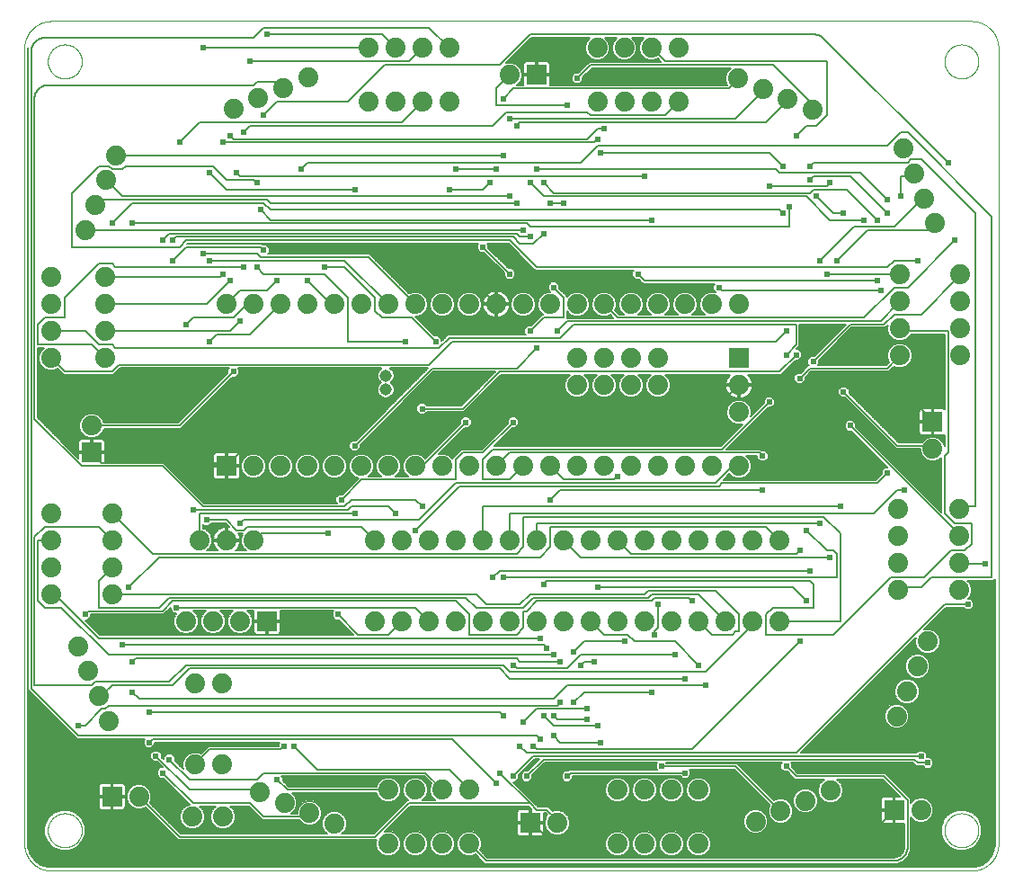
<source format=gbl>
G75*
%MOIN*%
%OFA0B0*%
%FSLAX25Y25*%
%IPPOS*%
%LPD*%
%AMOC8*
5,1,8,0,0,1.08239X$1,22.5*
%
%ADD10C,0.00000*%
%ADD11C,0.07400*%
%ADD12R,0.07400X0.07400*%
%ADD13C,0.04500*%
%ADD14C,0.00600*%
%ADD15C,0.02400*%
D10*
X0086433Y0068933D02*
X0086433Y0363894D01*
X0086436Y0364136D01*
X0086445Y0364377D01*
X0086459Y0364618D01*
X0086480Y0364859D01*
X0086506Y0365099D01*
X0086538Y0365339D01*
X0086576Y0365578D01*
X0086619Y0365815D01*
X0086669Y0366052D01*
X0086724Y0366287D01*
X0086784Y0366521D01*
X0086851Y0366753D01*
X0086922Y0366984D01*
X0087000Y0367213D01*
X0087083Y0367440D01*
X0087171Y0367665D01*
X0087265Y0367888D01*
X0087364Y0368108D01*
X0087469Y0368326D01*
X0087578Y0368541D01*
X0087693Y0368754D01*
X0087813Y0368964D01*
X0087938Y0369170D01*
X0088068Y0369374D01*
X0088203Y0369575D01*
X0088343Y0369772D01*
X0088487Y0369966D01*
X0088636Y0370156D01*
X0088790Y0370342D01*
X0088948Y0370525D01*
X0089110Y0370704D01*
X0089277Y0370879D01*
X0089448Y0371050D01*
X0089623Y0371217D01*
X0089802Y0371379D01*
X0089985Y0371537D01*
X0090171Y0371691D01*
X0090361Y0371840D01*
X0090555Y0371984D01*
X0090752Y0372124D01*
X0090953Y0372259D01*
X0091157Y0372389D01*
X0091363Y0372514D01*
X0091573Y0372634D01*
X0091786Y0372749D01*
X0092001Y0372858D01*
X0092219Y0372963D01*
X0092439Y0373062D01*
X0092662Y0373156D01*
X0092887Y0373244D01*
X0093114Y0373327D01*
X0093343Y0373405D01*
X0093574Y0373476D01*
X0093806Y0373543D01*
X0094040Y0373603D01*
X0094275Y0373658D01*
X0094512Y0373708D01*
X0094749Y0373751D01*
X0094988Y0373789D01*
X0095228Y0373821D01*
X0095468Y0373847D01*
X0095709Y0373868D01*
X0095950Y0373882D01*
X0096191Y0373891D01*
X0096433Y0373894D01*
X0437634Y0373894D01*
X0437876Y0373891D01*
X0438117Y0373882D01*
X0438358Y0373868D01*
X0438599Y0373847D01*
X0438839Y0373821D01*
X0439079Y0373789D01*
X0439318Y0373751D01*
X0439555Y0373708D01*
X0439792Y0373658D01*
X0440027Y0373603D01*
X0440261Y0373543D01*
X0440493Y0373476D01*
X0440724Y0373405D01*
X0440953Y0373327D01*
X0441180Y0373244D01*
X0441405Y0373156D01*
X0441628Y0373062D01*
X0441848Y0372963D01*
X0442066Y0372858D01*
X0442281Y0372749D01*
X0442494Y0372634D01*
X0442704Y0372514D01*
X0442910Y0372389D01*
X0443114Y0372259D01*
X0443315Y0372124D01*
X0443512Y0371984D01*
X0443706Y0371840D01*
X0443896Y0371691D01*
X0444082Y0371537D01*
X0444265Y0371379D01*
X0444444Y0371217D01*
X0444619Y0371050D01*
X0444790Y0370879D01*
X0444957Y0370704D01*
X0445119Y0370525D01*
X0445277Y0370342D01*
X0445431Y0370156D01*
X0445580Y0369966D01*
X0445724Y0369772D01*
X0445864Y0369575D01*
X0445999Y0369374D01*
X0446129Y0369170D01*
X0446254Y0368964D01*
X0446374Y0368754D01*
X0446489Y0368541D01*
X0446598Y0368326D01*
X0446703Y0368108D01*
X0446802Y0367888D01*
X0446896Y0367665D01*
X0446984Y0367440D01*
X0447067Y0367213D01*
X0447145Y0366984D01*
X0447216Y0366753D01*
X0447283Y0366521D01*
X0447343Y0366287D01*
X0447398Y0366052D01*
X0447448Y0365815D01*
X0447491Y0365578D01*
X0447529Y0365339D01*
X0447561Y0365099D01*
X0447587Y0364859D01*
X0447608Y0364618D01*
X0447622Y0364377D01*
X0447631Y0364136D01*
X0447634Y0363894D01*
X0447634Y0068933D01*
X0447631Y0068691D01*
X0447622Y0068450D01*
X0447608Y0068209D01*
X0447587Y0067968D01*
X0447561Y0067728D01*
X0447529Y0067488D01*
X0447491Y0067249D01*
X0447448Y0067012D01*
X0447398Y0066775D01*
X0447343Y0066540D01*
X0447283Y0066306D01*
X0447216Y0066074D01*
X0447145Y0065843D01*
X0447067Y0065614D01*
X0446984Y0065387D01*
X0446896Y0065162D01*
X0446802Y0064939D01*
X0446703Y0064719D01*
X0446598Y0064501D01*
X0446489Y0064286D01*
X0446374Y0064073D01*
X0446254Y0063863D01*
X0446129Y0063657D01*
X0445999Y0063453D01*
X0445864Y0063252D01*
X0445724Y0063055D01*
X0445580Y0062861D01*
X0445431Y0062671D01*
X0445277Y0062485D01*
X0445119Y0062302D01*
X0444957Y0062123D01*
X0444790Y0061948D01*
X0444619Y0061777D01*
X0444444Y0061610D01*
X0444265Y0061448D01*
X0444082Y0061290D01*
X0443896Y0061136D01*
X0443706Y0060987D01*
X0443512Y0060843D01*
X0443315Y0060703D01*
X0443114Y0060568D01*
X0442910Y0060438D01*
X0442704Y0060313D01*
X0442494Y0060193D01*
X0442281Y0060078D01*
X0442066Y0059969D01*
X0441848Y0059864D01*
X0441628Y0059765D01*
X0441405Y0059671D01*
X0441180Y0059583D01*
X0440953Y0059500D01*
X0440724Y0059422D01*
X0440493Y0059351D01*
X0440261Y0059284D01*
X0440027Y0059224D01*
X0439792Y0059169D01*
X0439555Y0059119D01*
X0439318Y0059076D01*
X0439079Y0059038D01*
X0438839Y0059006D01*
X0438599Y0058980D01*
X0438358Y0058959D01*
X0438117Y0058945D01*
X0437876Y0058936D01*
X0437634Y0058933D01*
X0096433Y0058933D01*
X0096191Y0058936D01*
X0095950Y0058945D01*
X0095709Y0058959D01*
X0095468Y0058980D01*
X0095228Y0059006D01*
X0094988Y0059038D01*
X0094749Y0059076D01*
X0094512Y0059119D01*
X0094275Y0059169D01*
X0094040Y0059224D01*
X0093806Y0059284D01*
X0093574Y0059351D01*
X0093343Y0059422D01*
X0093114Y0059500D01*
X0092887Y0059583D01*
X0092662Y0059671D01*
X0092439Y0059765D01*
X0092219Y0059864D01*
X0092001Y0059969D01*
X0091786Y0060078D01*
X0091573Y0060193D01*
X0091363Y0060313D01*
X0091157Y0060438D01*
X0090953Y0060568D01*
X0090752Y0060703D01*
X0090555Y0060843D01*
X0090361Y0060987D01*
X0090171Y0061136D01*
X0089985Y0061290D01*
X0089802Y0061448D01*
X0089623Y0061610D01*
X0089448Y0061777D01*
X0089277Y0061948D01*
X0089110Y0062123D01*
X0088948Y0062302D01*
X0088790Y0062485D01*
X0088636Y0062671D01*
X0088487Y0062861D01*
X0088343Y0063055D01*
X0088203Y0063252D01*
X0088068Y0063453D01*
X0087938Y0063657D01*
X0087813Y0063863D01*
X0087693Y0064073D01*
X0087578Y0064286D01*
X0087469Y0064501D01*
X0087364Y0064719D01*
X0087265Y0064939D01*
X0087171Y0065162D01*
X0087083Y0065387D01*
X0087000Y0065614D01*
X0086922Y0065843D01*
X0086851Y0066074D01*
X0086784Y0066306D01*
X0086724Y0066540D01*
X0086669Y0066775D01*
X0086619Y0067012D01*
X0086576Y0067249D01*
X0086538Y0067488D01*
X0086506Y0067728D01*
X0086480Y0067968D01*
X0086459Y0068209D01*
X0086445Y0068450D01*
X0086436Y0068691D01*
X0086433Y0068933D01*
X0095134Y0073933D02*
X0095136Y0074091D01*
X0095142Y0074249D01*
X0095152Y0074407D01*
X0095166Y0074565D01*
X0095184Y0074722D01*
X0095205Y0074879D01*
X0095231Y0075035D01*
X0095261Y0075191D01*
X0095294Y0075346D01*
X0095332Y0075499D01*
X0095373Y0075652D01*
X0095418Y0075804D01*
X0095467Y0075955D01*
X0095520Y0076104D01*
X0095576Y0076252D01*
X0095636Y0076398D01*
X0095700Y0076543D01*
X0095768Y0076686D01*
X0095839Y0076828D01*
X0095913Y0076968D01*
X0095991Y0077105D01*
X0096073Y0077241D01*
X0096157Y0077375D01*
X0096246Y0077506D01*
X0096337Y0077635D01*
X0096432Y0077762D01*
X0096529Y0077887D01*
X0096630Y0078009D01*
X0096734Y0078128D01*
X0096841Y0078245D01*
X0096951Y0078359D01*
X0097064Y0078470D01*
X0097179Y0078579D01*
X0097297Y0078684D01*
X0097418Y0078786D01*
X0097541Y0078886D01*
X0097667Y0078982D01*
X0097795Y0079075D01*
X0097925Y0079165D01*
X0098058Y0079251D01*
X0098193Y0079335D01*
X0098329Y0079414D01*
X0098468Y0079491D01*
X0098609Y0079563D01*
X0098751Y0079633D01*
X0098895Y0079698D01*
X0099041Y0079760D01*
X0099188Y0079818D01*
X0099337Y0079873D01*
X0099487Y0079924D01*
X0099638Y0079971D01*
X0099790Y0080014D01*
X0099943Y0080053D01*
X0100098Y0080089D01*
X0100253Y0080120D01*
X0100409Y0080148D01*
X0100565Y0080172D01*
X0100722Y0080192D01*
X0100880Y0080208D01*
X0101037Y0080220D01*
X0101196Y0080228D01*
X0101354Y0080232D01*
X0101512Y0080232D01*
X0101670Y0080228D01*
X0101829Y0080220D01*
X0101986Y0080208D01*
X0102144Y0080192D01*
X0102301Y0080172D01*
X0102457Y0080148D01*
X0102613Y0080120D01*
X0102768Y0080089D01*
X0102923Y0080053D01*
X0103076Y0080014D01*
X0103228Y0079971D01*
X0103379Y0079924D01*
X0103529Y0079873D01*
X0103678Y0079818D01*
X0103825Y0079760D01*
X0103971Y0079698D01*
X0104115Y0079633D01*
X0104257Y0079563D01*
X0104398Y0079491D01*
X0104537Y0079414D01*
X0104673Y0079335D01*
X0104808Y0079251D01*
X0104941Y0079165D01*
X0105071Y0079075D01*
X0105199Y0078982D01*
X0105325Y0078886D01*
X0105448Y0078786D01*
X0105569Y0078684D01*
X0105687Y0078579D01*
X0105802Y0078470D01*
X0105915Y0078359D01*
X0106025Y0078245D01*
X0106132Y0078128D01*
X0106236Y0078009D01*
X0106337Y0077887D01*
X0106434Y0077762D01*
X0106529Y0077635D01*
X0106620Y0077506D01*
X0106709Y0077375D01*
X0106793Y0077241D01*
X0106875Y0077105D01*
X0106953Y0076968D01*
X0107027Y0076828D01*
X0107098Y0076686D01*
X0107166Y0076543D01*
X0107230Y0076398D01*
X0107290Y0076252D01*
X0107346Y0076104D01*
X0107399Y0075955D01*
X0107448Y0075804D01*
X0107493Y0075652D01*
X0107534Y0075499D01*
X0107572Y0075346D01*
X0107605Y0075191D01*
X0107635Y0075035D01*
X0107661Y0074879D01*
X0107682Y0074722D01*
X0107700Y0074565D01*
X0107714Y0074407D01*
X0107724Y0074249D01*
X0107730Y0074091D01*
X0107732Y0073933D01*
X0107730Y0073775D01*
X0107724Y0073617D01*
X0107714Y0073459D01*
X0107700Y0073301D01*
X0107682Y0073144D01*
X0107661Y0072987D01*
X0107635Y0072831D01*
X0107605Y0072675D01*
X0107572Y0072520D01*
X0107534Y0072367D01*
X0107493Y0072214D01*
X0107448Y0072062D01*
X0107399Y0071911D01*
X0107346Y0071762D01*
X0107290Y0071614D01*
X0107230Y0071468D01*
X0107166Y0071323D01*
X0107098Y0071180D01*
X0107027Y0071038D01*
X0106953Y0070898D01*
X0106875Y0070761D01*
X0106793Y0070625D01*
X0106709Y0070491D01*
X0106620Y0070360D01*
X0106529Y0070231D01*
X0106434Y0070104D01*
X0106337Y0069979D01*
X0106236Y0069857D01*
X0106132Y0069738D01*
X0106025Y0069621D01*
X0105915Y0069507D01*
X0105802Y0069396D01*
X0105687Y0069287D01*
X0105569Y0069182D01*
X0105448Y0069080D01*
X0105325Y0068980D01*
X0105199Y0068884D01*
X0105071Y0068791D01*
X0104941Y0068701D01*
X0104808Y0068615D01*
X0104673Y0068531D01*
X0104537Y0068452D01*
X0104398Y0068375D01*
X0104257Y0068303D01*
X0104115Y0068233D01*
X0103971Y0068168D01*
X0103825Y0068106D01*
X0103678Y0068048D01*
X0103529Y0067993D01*
X0103379Y0067942D01*
X0103228Y0067895D01*
X0103076Y0067852D01*
X0102923Y0067813D01*
X0102768Y0067777D01*
X0102613Y0067746D01*
X0102457Y0067718D01*
X0102301Y0067694D01*
X0102144Y0067674D01*
X0101986Y0067658D01*
X0101829Y0067646D01*
X0101670Y0067638D01*
X0101512Y0067634D01*
X0101354Y0067634D01*
X0101196Y0067638D01*
X0101037Y0067646D01*
X0100880Y0067658D01*
X0100722Y0067674D01*
X0100565Y0067694D01*
X0100409Y0067718D01*
X0100253Y0067746D01*
X0100098Y0067777D01*
X0099943Y0067813D01*
X0099790Y0067852D01*
X0099638Y0067895D01*
X0099487Y0067942D01*
X0099337Y0067993D01*
X0099188Y0068048D01*
X0099041Y0068106D01*
X0098895Y0068168D01*
X0098751Y0068233D01*
X0098609Y0068303D01*
X0098468Y0068375D01*
X0098329Y0068452D01*
X0098193Y0068531D01*
X0098058Y0068615D01*
X0097925Y0068701D01*
X0097795Y0068791D01*
X0097667Y0068884D01*
X0097541Y0068980D01*
X0097418Y0069080D01*
X0097297Y0069182D01*
X0097179Y0069287D01*
X0097064Y0069396D01*
X0096951Y0069507D01*
X0096841Y0069621D01*
X0096734Y0069738D01*
X0096630Y0069857D01*
X0096529Y0069979D01*
X0096432Y0070104D01*
X0096337Y0070231D01*
X0096246Y0070360D01*
X0096157Y0070491D01*
X0096073Y0070625D01*
X0095991Y0070761D01*
X0095913Y0070898D01*
X0095839Y0071038D01*
X0095768Y0071180D01*
X0095700Y0071323D01*
X0095636Y0071468D01*
X0095576Y0071614D01*
X0095520Y0071762D01*
X0095467Y0071911D01*
X0095418Y0072062D01*
X0095373Y0072214D01*
X0095332Y0072367D01*
X0095294Y0072520D01*
X0095261Y0072675D01*
X0095231Y0072831D01*
X0095205Y0072987D01*
X0095184Y0073144D01*
X0095166Y0073301D01*
X0095152Y0073459D01*
X0095142Y0073617D01*
X0095136Y0073775D01*
X0095134Y0073933D01*
X0427634Y0073933D02*
X0427636Y0074091D01*
X0427642Y0074249D01*
X0427652Y0074407D01*
X0427666Y0074565D01*
X0427684Y0074722D01*
X0427705Y0074879D01*
X0427731Y0075035D01*
X0427761Y0075191D01*
X0427794Y0075346D01*
X0427832Y0075499D01*
X0427873Y0075652D01*
X0427918Y0075804D01*
X0427967Y0075955D01*
X0428020Y0076104D01*
X0428076Y0076252D01*
X0428136Y0076398D01*
X0428200Y0076543D01*
X0428268Y0076686D01*
X0428339Y0076828D01*
X0428413Y0076968D01*
X0428491Y0077105D01*
X0428573Y0077241D01*
X0428657Y0077375D01*
X0428746Y0077506D01*
X0428837Y0077635D01*
X0428932Y0077762D01*
X0429029Y0077887D01*
X0429130Y0078009D01*
X0429234Y0078128D01*
X0429341Y0078245D01*
X0429451Y0078359D01*
X0429564Y0078470D01*
X0429679Y0078579D01*
X0429797Y0078684D01*
X0429918Y0078786D01*
X0430041Y0078886D01*
X0430167Y0078982D01*
X0430295Y0079075D01*
X0430425Y0079165D01*
X0430558Y0079251D01*
X0430693Y0079335D01*
X0430829Y0079414D01*
X0430968Y0079491D01*
X0431109Y0079563D01*
X0431251Y0079633D01*
X0431395Y0079698D01*
X0431541Y0079760D01*
X0431688Y0079818D01*
X0431837Y0079873D01*
X0431987Y0079924D01*
X0432138Y0079971D01*
X0432290Y0080014D01*
X0432443Y0080053D01*
X0432598Y0080089D01*
X0432753Y0080120D01*
X0432909Y0080148D01*
X0433065Y0080172D01*
X0433222Y0080192D01*
X0433380Y0080208D01*
X0433537Y0080220D01*
X0433696Y0080228D01*
X0433854Y0080232D01*
X0434012Y0080232D01*
X0434170Y0080228D01*
X0434329Y0080220D01*
X0434486Y0080208D01*
X0434644Y0080192D01*
X0434801Y0080172D01*
X0434957Y0080148D01*
X0435113Y0080120D01*
X0435268Y0080089D01*
X0435423Y0080053D01*
X0435576Y0080014D01*
X0435728Y0079971D01*
X0435879Y0079924D01*
X0436029Y0079873D01*
X0436178Y0079818D01*
X0436325Y0079760D01*
X0436471Y0079698D01*
X0436615Y0079633D01*
X0436757Y0079563D01*
X0436898Y0079491D01*
X0437037Y0079414D01*
X0437173Y0079335D01*
X0437308Y0079251D01*
X0437441Y0079165D01*
X0437571Y0079075D01*
X0437699Y0078982D01*
X0437825Y0078886D01*
X0437948Y0078786D01*
X0438069Y0078684D01*
X0438187Y0078579D01*
X0438302Y0078470D01*
X0438415Y0078359D01*
X0438525Y0078245D01*
X0438632Y0078128D01*
X0438736Y0078009D01*
X0438837Y0077887D01*
X0438934Y0077762D01*
X0439029Y0077635D01*
X0439120Y0077506D01*
X0439209Y0077375D01*
X0439293Y0077241D01*
X0439375Y0077105D01*
X0439453Y0076968D01*
X0439527Y0076828D01*
X0439598Y0076686D01*
X0439666Y0076543D01*
X0439730Y0076398D01*
X0439790Y0076252D01*
X0439846Y0076104D01*
X0439899Y0075955D01*
X0439948Y0075804D01*
X0439993Y0075652D01*
X0440034Y0075499D01*
X0440072Y0075346D01*
X0440105Y0075191D01*
X0440135Y0075035D01*
X0440161Y0074879D01*
X0440182Y0074722D01*
X0440200Y0074565D01*
X0440214Y0074407D01*
X0440224Y0074249D01*
X0440230Y0074091D01*
X0440232Y0073933D01*
X0440230Y0073775D01*
X0440224Y0073617D01*
X0440214Y0073459D01*
X0440200Y0073301D01*
X0440182Y0073144D01*
X0440161Y0072987D01*
X0440135Y0072831D01*
X0440105Y0072675D01*
X0440072Y0072520D01*
X0440034Y0072367D01*
X0439993Y0072214D01*
X0439948Y0072062D01*
X0439899Y0071911D01*
X0439846Y0071762D01*
X0439790Y0071614D01*
X0439730Y0071468D01*
X0439666Y0071323D01*
X0439598Y0071180D01*
X0439527Y0071038D01*
X0439453Y0070898D01*
X0439375Y0070761D01*
X0439293Y0070625D01*
X0439209Y0070491D01*
X0439120Y0070360D01*
X0439029Y0070231D01*
X0438934Y0070104D01*
X0438837Y0069979D01*
X0438736Y0069857D01*
X0438632Y0069738D01*
X0438525Y0069621D01*
X0438415Y0069507D01*
X0438302Y0069396D01*
X0438187Y0069287D01*
X0438069Y0069182D01*
X0437948Y0069080D01*
X0437825Y0068980D01*
X0437699Y0068884D01*
X0437571Y0068791D01*
X0437441Y0068701D01*
X0437308Y0068615D01*
X0437173Y0068531D01*
X0437037Y0068452D01*
X0436898Y0068375D01*
X0436757Y0068303D01*
X0436615Y0068233D01*
X0436471Y0068168D01*
X0436325Y0068106D01*
X0436178Y0068048D01*
X0436029Y0067993D01*
X0435879Y0067942D01*
X0435728Y0067895D01*
X0435576Y0067852D01*
X0435423Y0067813D01*
X0435268Y0067777D01*
X0435113Y0067746D01*
X0434957Y0067718D01*
X0434801Y0067694D01*
X0434644Y0067674D01*
X0434486Y0067658D01*
X0434329Y0067646D01*
X0434170Y0067638D01*
X0434012Y0067634D01*
X0433854Y0067634D01*
X0433696Y0067638D01*
X0433537Y0067646D01*
X0433380Y0067658D01*
X0433222Y0067674D01*
X0433065Y0067694D01*
X0432909Y0067718D01*
X0432753Y0067746D01*
X0432598Y0067777D01*
X0432443Y0067813D01*
X0432290Y0067852D01*
X0432138Y0067895D01*
X0431987Y0067942D01*
X0431837Y0067993D01*
X0431688Y0068048D01*
X0431541Y0068106D01*
X0431395Y0068168D01*
X0431251Y0068233D01*
X0431109Y0068303D01*
X0430968Y0068375D01*
X0430829Y0068452D01*
X0430693Y0068531D01*
X0430558Y0068615D01*
X0430425Y0068701D01*
X0430295Y0068791D01*
X0430167Y0068884D01*
X0430041Y0068980D01*
X0429918Y0069080D01*
X0429797Y0069182D01*
X0429679Y0069287D01*
X0429564Y0069396D01*
X0429451Y0069507D01*
X0429341Y0069621D01*
X0429234Y0069738D01*
X0429130Y0069857D01*
X0429029Y0069979D01*
X0428932Y0070104D01*
X0428837Y0070231D01*
X0428746Y0070360D01*
X0428657Y0070491D01*
X0428573Y0070625D01*
X0428491Y0070761D01*
X0428413Y0070898D01*
X0428339Y0071038D01*
X0428268Y0071180D01*
X0428200Y0071323D01*
X0428136Y0071468D01*
X0428076Y0071614D01*
X0428020Y0071762D01*
X0427967Y0071911D01*
X0427918Y0072062D01*
X0427873Y0072214D01*
X0427832Y0072367D01*
X0427794Y0072520D01*
X0427761Y0072675D01*
X0427731Y0072831D01*
X0427705Y0072987D01*
X0427684Y0073144D01*
X0427666Y0073301D01*
X0427652Y0073459D01*
X0427642Y0073617D01*
X0427636Y0073775D01*
X0427634Y0073933D01*
X0427634Y0358933D02*
X0427636Y0359091D01*
X0427642Y0359249D01*
X0427652Y0359407D01*
X0427666Y0359565D01*
X0427684Y0359722D01*
X0427705Y0359879D01*
X0427731Y0360035D01*
X0427761Y0360191D01*
X0427794Y0360346D01*
X0427832Y0360499D01*
X0427873Y0360652D01*
X0427918Y0360804D01*
X0427967Y0360955D01*
X0428020Y0361104D01*
X0428076Y0361252D01*
X0428136Y0361398D01*
X0428200Y0361543D01*
X0428268Y0361686D01*
X0428339Y0361828D01*
X0428413Y0361968D01*
X0428491Y0362105D01*
X0428573Y0362241D01*
X0428657Y0362375D01*
X0428746Y0362506D01*
X0428837Y0362635D01*
X0428932Y0362762D01*
X0429029Y0362887D01*
X0429130Y0363009D01*
X0429234Y0363128D01*
X0429341Y0363245D01*
X0429451Y0363359D01*
X0429564Y0363470D01*
X0429679Y0363579D01*
X0429797Y0363684D01*
X0429918Y0363786D01*
X0430041Y0363886D01*
X0430167Y0363982D01*
X0430295Y0364075D01*
X0430425Y0364165D01*
X0430558Y0364251D01*
X0430693Y0364335D01*
X0430829Y0364414D01*
X0430968Y0364491D01*
X0431109Y0364563D01*
X0431251Y0364633D01*
X0431395Y0364698D01*
X0431541Y0364760D01*
X0431688Y0364818D01*
X0431837Y0364873D01*
X0431987Y0364924D01*
X0432138Y0364971D01*
X0432290Y0365014D01*
X0432443Y0365053D01*
X0432598Y0365089D01*
X0432753Y0365120D01*
X0432909Y0365148D01*
X0433065Y0365172D01*
X0433222Y0365192D01*
X0433380Y0365208D01*
X0433537Y0365220D01*
X0433696Y0365228D01*
X0433854Y0365232D01*
X0434012Y0365232D01*
X0434170Y0365228D01*
X0434329Y0365220D01*
X0434486Y0365208D01*
X0434644Y0365192D01*
X0434801Y0365172D01*
X0434957Y0365148D01*
X0435113Y0365120D01*
X0435268Y0365089D01*
X0435423Y0365053D01*
X0435576Y0365014D01*
X0435728Y0364971D01*
X0435879Y0364924D01*
X0436029Y0364873D01*
X0436178Y0364818D01*
X0436325Y0364760D01*
X0436471Y0364698D01*
X0436615Y0364633D01*
X0436757Y0364563D01*
X0436898Y0364491D01*
X0437037Y0364414D01*
X0437173Y0364335D01*
X0437308Y0364251D01*
X0437441Y0364165D01*
X0437571Y0364075D01*
X0437699Y0363982D01*
X0437825Y0363886D01*
X0437948Y0363786D01*
X0438069Y0363684D01*
X0438187Y0363579D01*
X0438302Y0363470D01*
X0438415Y0363359D01*
X0438525Y0363245D01*
X0438632Y0363128D01*
X0438736Y0363009D01*
X0438837Y0362887D01*
X0438934Y0362762D01*
X0439029Y0362635D01*
X0439120Y0362506D01*
X0439209Y0362375D01*
X0439293Y0362241D01*
X0439375Y0362105D01*
X0439453Y0361968D01*
X0439527Y0361828D01*
X0439598Y0361686D01*
X0439666Y0361543D01*
X0439730Y0361398D01*
X0439790Y0361252D01*
X0439846Y0361104D01*
X0439899Y0360955D01*
X0439948Y0360804D01*
X0439993Y0360652D01*
X0440034Y0360499D01*
X0440072Y0360346D01*
X0440105Y0360191D01*
X0440135Y0360035D01*
X0440161Y0359879D01*
X0440182Y0359722D01*
X0440200Y0359565D01*
X0440214Y0359407D01*
X0440224Y0359249D01*
X0440230Y0359091D01*
X0440232Y0358933D01*
X0440230Y0358775D01*
X0440224Y0358617D01*
X0440214Y0358459D01*
X0440200Y0358301D01*
X0440182Y0358144D01*
X0440161Y0357987D01*
X0440135Y0357831D01*
X0440105Y0357675D01*
X0440072Y0357520D01*
X0440034Y0357367D01*
X0439993Y0357214D01*
X0439948Y0357062D01*
X0439899Y0356911D01*
X0439846Y0356762D01*
X0439790Y0356614D01*
X0439730Y0356468D01*
X0439666Y0356323D01*
X0439598Y0356180D01*
X0439527Y0356038D01*
X0439453Y0355898D01*
X0439375Y0355761D01*
X0439293Y0355625D01*
X0439209Y0355491D01*
X0439120Y0355360D01*
X0439029Y0355231D01*
X0438934Y0355104D01*
X0438837Y0354979D01*
X0438736Y0354857D01*
X0438632Y0354738D01*
X0438525Y0354621D01*
X0438415Y0354507D01*
X0438302Y0354396D01*
X0438187Y0354287D01*
X0438069Y0354182D01*
X0437948Y0354080D01*
X0437825Y0353980D01*
X0437699Y0353884D01*
X0437571Y0353791D01*
X0437441Y0353701D01*
X0437308Y0353615D01*
X0437173Y0353531D01*
X0437037Y0353452D01*
X0436898Y0353375D01*
X0436757Y0353303D01*
X0436615Y0353233D01*
X0436471Y0353168D01*
X0436325Y0353106D01*
X0436178Y0353048D01*
X0436029Y0352993D01*
X0435879Y0352942D01*
X0435728Y0352895D01*
X0435576Y0352852D01*
X0435423Y0352813D01*
X0435268Y0352777D01*
X0435113Y0352746D01*
X0434957Y0352718D01*
X0434801Y0352694D01*
X0434644Y0352674D01*
X0434486Y0352658D01*
X0434329Y0352646D01*
X0434170Y0352638D01*
X0434012Y0352634D01*
X0433854Y0352634D01*
X0433696Y0352638D01*
X0433537Y0352646D01*
X0433380Y0352658D01*
X0433222Y0352674D01*
X0433065Y0352694D01*
X0432909Y0352718D01*
X0432753Y0352746D01*
X0432598Y0352777D01*
X0432443Y0352813D01*
X0432290Y0352852D01*
X0432138Y0352895D01*
X0431987Y0352942D01*
X0431837Y0352993D01*
X0431688Y0353048D01*
X0431541Y0353106D01*
X0431395Y0353168D01*
X0431251Y0353233D01*
X0431109Y0353303D01*
X0430968Y0353375D01*
X0430829Y0353452D01*
X0430693Y0353531D01*
X0430558Y0353615D01*
X0430425Y0353701D01*
X0430295Y0353791D01*
X0430167Y0353884D01*
X0430041Y0353980D01*
X0429918Y0354080D01*
X0429797Y0354182D01*
X0429679Y0354287D01*
X0429564Y0354396D01*
X0429451Y0354507D01*
X0429341Y0354621D01*
X0429234Y0354738D01*
X0429130Y0354857D01*
X0429029Y0354979D01*
X0428932Y0355104D01*
X0428837Y0355231D01*
X0428746Y0355360D01*
X0428657Y0355491D01*
X0428573Y0355625D01*
X0428491Y0355761D01*
X0428413Y0355898D01*
X0428339Y0356038D01*
X0428268Y0356180D01*
X0428200Y0356323D01*
X0428136Y0356468D01*
X0428076Y0356614D01*
X0428020Y0356762D01*
X0427967Y0356911D01*
X0427918Y0357062D01*
X0427873Y0357214D01*
X0427832Y0357367D01*
X0427794Y0357520D01*
X0427761Y0357675D01*
X0427731Y0357831D01*
X0427705Y0357987D01*
X0427684Y0358144D01*
X0427666Y0358301D01*
X0427652Y0358459D01*
X0427642Y0358617D01*
X0427636Y0358775D01*
X0427634Y0358933D01*
X0095134Y0358933D02*
X0095136Y0359091D01*
X0095142Y0359249D01*
X0095152Y0359407D01*
X0095166Y0359565D01*
X0095184Y0359722D01*
X0095205Y0359879D01*
X0095231Y0360035D01*
X0095261Y0360191D01*
X0095294Y0360346D01*
X0095332Y0360499D01*
X0095373Y0360652D01*
X0095418Y0360804D01*
X0095467Y0360955D01*
X0095520Y0361104D01*
X0095576Y0361252D01*
X0095636Y0361398D01*
X0095700Y0361543D01*
X0095768Y0361686D01*
X0095839Y0361828D01*
X0095913Y0361968D01*
X0095991Y0362105D01*
X0096073Y0362241D01*
X0096157Y0362375D01*
X0096246Y0362506D01*
X0096337Y0362635D01*
X0096432Y0362762D01*
X0096529Y0362887D01*
X0096630Y0363009D01*
X0096734Y0363128D01*
X0096841Y0363245D01*
X0096951Y0363359D01*
X0097064Y0363470D01*
X0097179Y0363579D01*
X0097297Y0363684D01*
X0097418Y0363786D01*
X0097541Y0363886D01*
X0097667Y0363982D01*
X0097795Y0364075D01*
X0097925Y0364165D01*
X0098058Y0364251D01*
X0098193Y0364335D01*
X0098329Y0364414D01*
X0098468Y0364491D01*
X0098609Y0364563D01*
X0098751Y0364633D01*
X0098895Y0364698D01*
X0099041Y0364760D01*
X0099188Y0364818D01*
X0099337Y0364873D01*
X0099487Y0364924D01*
X0099638Y0364971D01*
X0099790Y0365014D01*
X0099943Y0365053D01*
X0100098Y0365089D01*
X0100253Y0365120D01*
X0100409Y0365148D01*
X0100565Y0365172D01*
X0100722Y0365192D01*
X0100880Y0365208D01*
X0101037Y0365220D01*
X0101196Y0365228D01*
X0101354Y0365232D01*
X0101512Y0365232D01*
X0101670Y0365228D01*
X0101829Y0365220D01*
X0101986Y0365208D01*
X0102144Y0365192D01*
X0102301Y0365172D01*
X0102457Y0365148D01*
X0102613Y0365120D01*
X0102768Y0365089D01*
X0102923Y0365053D01*
X0103076Y0365014D01*
X0103228Y0364971D01*
X0103379Y0364924D01*
X0103529Y0364873D01*
X0103678Y0364818D01*
X0103825Y0364760D01*
X0103971Y0364698D01*
X0104115Y0364633D01*
X0104257Y0364563D01*
X0104398Y0364491D01*
X0104537Y0364414D01*
X0104673Y0364335D01*
X0104808Y0364251D01*
X0104941Y0364165D01*
X0105071Y0364075D01*
X0105199Y0363982D01*
X0105325Y0363886D01*
X0105448Y0363786D01*
X0105569Y0363684D01*
X0105687Y0363579D01*
X0105802Y0363470D01*
X0105915Y0363359D01*
X0106025Y0363245D01*
X0106132Y0363128D01*
X0106236Y0363009D01*
X0106337Y0362887D01*
X0106434Y0362762D01*
X0106529Y0362635D01*
X0106620Y0362506D01*
X0106709Y0362375D01*
X0106793Y0362241D01*
X0106875Y0362105D01*
X0106953Y0361968D01*
X0107027Y0361828D01*
X0107098Y0361686D01*
X0107166Y0361543D01*
X0107230Y0361398D01*
X0107290Y0361252D01*
X0107346Y0361104D01*
X0107399Y0360955D01*
X0107448Y0360804D01*
X0107493Y0360652D01*
X0107534Y0360499D01*
X0107572Y0360346D01*
X0107605Y0360191D01*
X0107635Y0360035D01*
X0107661Y0359879D01*
X0107682Y0359722D01*
X0107700Y0359565D01*
X0107714Y0359407D01*
X0107724Y0359249D01*
X0107730Y0359091D01*
X0107732Y0358933D01*
X0107730Y0358775D01*
X0107724Y0358617D01*
X0107714Y0358459D01*
X0107700Y0358301D01*
X0107682Y0358144D01*
X0107661Y0357987D01*
X0107635Y0357831D01*
X0107605Y0357675D01*
X0107572Y0357520D01*
X0107534Y0357367D01*
X0107493Y0357214D01*
X0107448Y0357062D01*
X0107399Y0356911D01*
X0107346Y0356762D01*
X0107290Y0356614D01*
X0107230Y0356468D01*
X0107166Y0356323D01*
X0107098Y0356180D01*
X0107027Y0356038D01*
X0106953Y0355898D01*
X0106875Y0355761D01*
X0106793Y0355625D01*
X0106709Y0355491D01*
X0106620Y0355360D01*
X0106529Y0355231D01*
X0106434Y0355104D01*
X0106337Y0354979D01*
X0106236Y0354857D01*
X0106132Y0354738D01*
X0106025Y0354621D01*
X0105915Y0354507D01*
X0105802Y0354396D01*
X0105687Y0354287D01*
X0105569Y0354182D01*
X0105448Y0354080D01*
X0105325Y0353980D01*
X0105199Y0353884D01*
X0105071Y0353791D01*
X0104941Y0353701D01*
X0104808Y0353615D01*
X0104673Y0353531D01*
X0104537Y0353452D01*
X0104398Y0353375D01*
X0104257Y0353303D01*
X0104115Y0353233D01*
X0103971Y0353168D01*
X0103825Y0353106D01*
X0103678Y0353048D01*
X0103529Y0352993D01*
X0103379Y0352942D01*
X0103228Y0352895D01*
X0103076Y0352852D01*
X0102923Y0352813D01*
X0102768Y0352777D01*
X0102613Y0352746D01*
X0102457Y0352718D01*
X0102301Y0352694D01*
X0102144Y0352674D01*
X0101986Y0352658D01*
X0101829Y0352646D01*
X0101670Y0352638D01*
X0101512Y0352634D01*
X0101354Y0352634D01*
X0101196Y0352638D01*
X0101037Y0352646D01*
X0100880Y0352658D01*
X0100722Y0352674D01*
X0100565Y0352694D01*
X0100409Y0352718D01*
X0100253Y0352746D01*
X0100098Y0352777D01*
X0099943Y0352813D01*
X0099790Y0352852D01*
X0099638Y0352895D01*
X0099487Y0352942D01*
X0099337Y0352993D01*
X0099188Y0353048D01*
X0099041Y0353106D01*
X0098895Y0353168D01*
X0098751Y0353233D01*
X0098609Y0353303D01*
X0098468Y0353375D01*
X0098329Y0353452D01*
X0098193Y0353531D01*
X0098058Y0353615D01*
X0097925Y0353701D01*
X0097795Y0353791D01*
X0097667Y0353884D01*
X0097541Y0353980D01*
X0097418Y0354080D01*
X0097297Y0354182D01*
X0097179Y0354287D01*
X0097064Y0354396D01*
X0096951Y0354507D01*
X0096841Y0354621D01*
X0096734Y0354738D01*
X0096630Y0354857D01*
X0096529Y0354979D01*
X0096432Y0355104D01*
X0096337Y0355231D01*
X0096246Y0355360D01*
X0096157Y0355491D01*
X0096073Y0355625D01*
X0095991Y0355761D01*
X0095913Y0355898D01*
X0095839Y0356038D01*
X0095768Y0356180D01*
X0095700Y0356323D01*
X0095636Y0356468D01*
X0095576Y0356614D01*
X0095520Y0356762D01*
X0095467Y0356911D01*
X0095418Y0357062D01*
X0095373Y0357214D01*
X0095332Y0357367D01*
X0095294Y0357520D01*
X0095261Y0357675D01*
X0095231Y0357831D01*
X0095205Y0357987D01*
X0095184Y0358144D01*
X0095166Y0358301D01*
X0095152Y0358459D01*
X0095142Y0358617D01*
X0095136Y0358775D01*
X0095134Y0358933D01*
D11*
X0120414Y0324149D03*
X0116587Y0314911D03*
X0112760Y0305672D03*
X0108933Y0296433D03*
X0116433Y0278933D03*
X0116433Y0268933D03*
X0116433Y0258933D03*
X0116433Y0248933D03*
X0096433Y0248933D03*
X0096433Y0258933D03*
X0096433Y0268933D03*
X0096433Y0278933D03*
X0161433Y0268933D03*
X0171433Y0268933D03*
X0181433Y0268933D03*
X0191433Y0268933D03*
X0201433Y0268933D03*
X0211433Y0268933D03*
X0221433Y0268933D03*
X0231433Y0268933D03*
X0241433Y0268933D03*
X0251433Y0268933D03*
X0261433Y0268933D03*
X0271433Y0268933D03*
X0281433Y0268933D03*
X0291433Y0268933D03*
X0301433Y0268933D03*
X0311433Y0268933D03*
X0321433Y0268933D03*
X0331433Y0268933D03*
X0341433Y0268933D03*
X0351433Y0268933D03*
X0321433Y0248933D03*
X0321433Y0238933D03*
X0311433Y0238933D03*
X0301433Y0238933D03*
X0291433Y0238933D03*
X0291433Y0248933D03*
X0301433Y0248933D03*
X0311433Y0248933D03*
X0351433Y0238933D03*
X0351433Y0228933D03*
X0351433Y0208933D03*
X0341433Y0208933D03*
X0331433Y0208933D03*
X0321433Y0208933D03*
X0311433Y0208933D03*
X0301433Y0208933D03*
X0291433Y0208933D03*
X0281433Y0208933D03*
X0271433Y0208933D03*
X0261433Y0208933D03*
X0251433Y0208933D03*
X0241433Y0208933D03*
X0231433Y0208933D03*
X0221433Y0208933D03*
X0211433Y0208933D03*
X0201433Y0208933D03*
X0191433Y0208933D03*
X0181433Y0208933D03*
X0171433Y0208933D03*
X0171433Y0181433D03*
X0161433Y0181433D03*
X0151433Y0181433D03*
X0118933Y0181433D03*
X0118933Y0191433D03*
X0096433Y0191433D03*
X0096433Y0181433D03*
X0096433Y0171433D03*
X0096433Y0161433D03*
X0118933Y0161433D03*
X0118933Y0171433D03*
X0146433Y0151433D03*
X0156433Y0151433D03*
X0166433Y0151433D03*
X0159761Y0128266D03*
X0149761Y0128266D03*
X0117801Y0114486D03*
X0113974Y0123725D03*
X0110148Y0132963D03*
X0106321Y0142202D03*
X0149761Y0098266D03*
X0159761Y0098266D03*
X0173717Y0087914D03*
X0182955Y0084087D03*
X0192194Y0080260D03*
X0201433Y0076433D03*
X0221433Y0068933D03*
X0231433Y0068933D03*
X0241433Y0068933D03*
X0251433Y0068933D03*
X0251433Y0088933D03*
X0241433Y0088933D03*
X0231433Y0088933D03*
X0221433Y0088933D03*
X0160107Y0078977D03*
X0148707Y0078977D03*
X0128933Y0086433D03*
X0216433Y0151433D03*
X0226433Y0151433D03*
X0236433Y0151433D03*
X0246433Y0151433D03*
X0256433Y0151433D03*
X0266433Y0151433D03*
X0276433Y0151433D03*
X0286433Y0151433D03*
X0296433Y0151433D03*
X0306433Y0151433D03*
X0316433Y0151433D03*
X0326433Y0151433D03*
X0336433Y0151433D03*
X0346433Y0151433D03*
X0356433Y0151433D03*
X0366433Y0151433D03*
X0366433Y0181433D03*
X0356433Y0181433D03*
X0346433Y0181433D03*
X0336433Y0181433D03*
X0326433Y0181433D03*
X0316433Y0181433D03*
X0306433Y0181433D03*
X0296433Y0181433D03*
X0286433Y0181433D03*
X0276433Y0181433D03*
X0266433Y0181433D03*
X0256433Y0181433D03*
X0246433Y0181433D03*
X0236433Y0181433D03*
X0226433Y0181433D03*
X0216433Y0181433D03*
X0111433Y0223933D03*
X0163933Y0341433D03*
X0173172Y0345260D03*
X0182411Y0349087D03*
X0191649Y0352914D03*
X0213933Y0343933D03*
X0223933Y0343933D03*
X0233933Y0343933D03*
X0243933Y0343933D03*
X0266433Y0353933D03*
X0243933Y0363933D03*
X0233933Y0363933D03*
X0223933Y0363933D03*
X0213933Y0363933D03*
X0298933Y0363933D03*
X0308933Y0363933D03*
X0318933Y0363933D03*
X0328933Y0363933D03*
X0351035Y0352559D03*
X0360273Y0348732D03*
X0369512Y0344906D03*
X0378751Y0341079D03*
X0412453Y0326649D03*
X0416279Y0317411D03*
X0420106Y0308172D03*
X0423933Y0298933D03*
X0433564Y0279927D03*
X0433564Y0269927D03*
X0433564Y0259927D03*
X0433564Y0249927D03*
X0411064Y0249927D03*
X0411064Y0259927D03*
X0411064Y0269927D03*
X0411064Y0279927D03*
X0328933Y0343933D03*
X0318933Y0343933D03*
X0308933Y0343933D03*
X0298933Y0343933D03*
X0423222Y0215275D03*
X0433059Y0192968D03*
X0433059Y0182968D03*
X0433059Y0172968D03*
X0433059Y0162968D03*
X0421433Y0143933D03*
X0417606Y0134694D03*
X0413779Y0125455D03*
X0409953Y0116217D03*
X0385340Y0088681D03*
X0376101Y0084854D03*
X0366862Y0081027D03*
X0357624Y0077200D03*
X0336433Y0068933D03*
X0326433Y0068933D03*
X0316433Y0068933D03*
X0306433Y0068933D03*
X0284012Y0076712D03*
X0306433Y0088933D03*
X0316433Y0088933D03*
X0326433Y0088933D03*
X0336433Y0088933D03*
X0418933Y0081433D03*
X0410559Y0162968D03*
X0410559Y0172968D03*
X0410559Y0182968D03*
X0410559Y0192968D03*
D12*
X0423222Y0225275D03*
X0351433Y0248933D03*
X0276433Y0353933D03*
X0111433Y0213933D03*
X0161433Y0208933D03*
X0176433Y0151433D03*
X0118933Y0086433D03*
X0274012Y0076712D03*
X0408933Y0081433D03*
D13*
X0220433Y0237333D03*
X0220433Y0242533D03*
D14*
X0219105Y0064918D02*
X0088729Y0064918D01*
X0088681Y0064983D02*
X0087840Y0067572D01*
X0087733Y0068933D01*
X0087733Y0363894D01*
X0087733Y0125936D01*
X0088436Y0125233D01*
X0105936Y0107733D01*
X0131013Y0107733D01*
X0130583Y0107303D01*
X0130583Y0105563D01*
X0131813Y0104333D01*
X0133553Y0104333D01*
X0134783Y0105563D01*
X0134783Y0106483D01*
X0181013Y0106483D01*
X0180583Y0106053D01*
X0180583Y0105133D01*
X0155680Y0105133D01*
X0154686Y0105133D01*
X0151908Y0102355D01*
X0150676Y0102866D01*
X0148846Y0102866D01*
X0147155Y0102165D01*
X0145861Y0100871D01*
X0145161Y0099181D01*
X0145161Y0097351D01*
X0145478Y0096586D01*
X0142283Y0099780D01*
X0142283Y0101053D01*
X0141053Y0102283D01*
X0139313Y0102283D01*
X0138083Y0101053D01*
X0138083Y0100230D01*
X0137283Y0101030D01*
X0137283Y0102303D01*
X0136053Y0103533D01*
X0134313Y0103533D01*
X0133083Y0102303D01*
X0133083Y0100563D01*
X0134313Y0099333D01*
X0135586Y0099333D01*
X0137636Y0097283D01*
X0136813Y0097283D01*
X0135583Y0096053D01*
X0135583Y0094313D01*
X0136813Y0093083D01*
X0138086Y0093083D01*
X0147650Y0083519D01*
X0146101Y0082877D01*
X0144807Y0081583D01*
X0144107Y0079892D01*
X0144107Y0078062D01*
X0144807Y0076372D01*
X0146101Y0075078D01*
X0147792Y0074377D01*
X0149622Y0074377D01*
X0151313Y0075078D01*
X0152607Y0076372D01*
X0153307Y0078062D01*
X0153307Y0079892D01*
X0152607Y0081583D01*
X0151457Y0082733D01*
X0157357Y0082733D01*
X0156207Y0081583D01*
X0155507Y0079892D01*
X0155507Y0078062D01*
X0156207Y0076372D01*
X0157501Y0075078D01*
X0159192Y0074377D01*
X0161022Y0074377D01*
X0162713Y0075078D01*
X0164007Y0076372D01*
X0164707Y0078062D01*
X0164707Y0079892D01*
X0164007Y0081583D01*
X0162857Y0082733D01*
X0169686Y0082733D01*
X0173983Y0078436D01*
X0174686Y0077733D01*
X0188262Y0077733D01*
X0188295Y0077654D01*
X0189589Y0076360D01*
X0191279Y0075660D01*
X0193109Y0075660D01*
X0194800Y0076360D01*
X0196094Y0077654D01*
X0196794Y0079345D01*
X0196794Y0081175D01*
X0196094Y0082866D01*
X0194800Y0084160D01*
X0193109Y0084860D01*
X0191279Y0084860D01*
X0189589Y0084160D01*
X0188295Y0082866D01*
X0187594Y0081175D01*
X0187594Y0080133D01*
X0185431Y0080133D01*
X0185561Y0080187D01*
X0186855Y0081481D01*
X0187555Y0083172D01*
X0187555Y0085002D01*
X0186855Y0086692D01*
X0185814Y0087733D01*
X0216951Y0087733D01*
X0217533Y0086327D01*
X0218827Y0085033D01*
X0220518Y0084333D01*
X0222348Y0084333D01*
X0224039Y0085033D01*
X0225333Y0086327D01*
X0226033Y0088018D01*
X0226033Y0089848D01*
X0225333Y0091539D01*
X0224039Y0092833D01*
X0222348Y0093533D01*
X0220518Y0093533D01*
X0218827Y0092833D01*
X0217533Y0091539D01*
X0216951Y0090133D01*
X0184430Y0090133D01*
X0182283Y0092280D01*
X0182283Y0093553D01*
X0181853Y0093983D01*
X0234686Y0093983D01*
X0237415Y0091254D01*
X0236833Y0089848D01*
X0236833Y0088018D01*
X0237533Y0086327D01*
X0238728Y0085133D01*
X0234138Y0085133D01*
X0235333Y0086327D01*
X0236033Y0088018D01*
X0236033Y0089848D01*
X0235333Y0091539D01*
X0234039Y0092833D01*
X0232348Y0093533D01*
X0230518Y0093533D01*
X0228827Y0092833D01*
X0227533Y0091539D01*
X0226833Y0089848D01*
X0226833Y0088018D01*
X0227533Y0086327D01*
X0228728Y0085133D01*
X0228436Y0085133D01*
X0227733Y0084430D01*
X0215936Y0072633D01*
X0204138Y0072633D01*
X0205333Y0073827D01*
X0206033Y0075518D01*
X0206033Y0077348D01*
X0205333Y0079039D01*
X0204039Y0080333D01*
X0202348Y0081033D01*
X0200518Y0081033D01*
X0198827Y0080333D01*
X0197533Y0079039D01*
X0196833Y0077348D01*
X0196833Y0075518D01*
X0197533Y0073827D01*
X0198728Y0072633D01*
X0144430Y0072633D01*
X0132951Y0084112D01*
X0133533Y0085518D01*
X0133533Y0087348D01*
X0132833Y0089039D01*
X0131539Y0090333D01*
X0129848Y0091033D01*
X0128018Y0091033D01*
X0126327Y0090333D01*
X0125033Y0089039D01*
X0124333Y0087348D01*
X0124333Y0085518D01*
X0125033Y0083827D01*
X0126327Y0082533D01*
X0128018Y0081833D01*
X0129848Y0081833D01*
X0131254Y0082415D01*
X0142733Y0070936D01*
X0143436Y0070233D01*
X0216930Y0070233D01*
X0217037Y0070340D01*
X0216833Y0069848D01*
X0216833Y0068018D01*
X0217533Y0066327D01*
X0218827Y0065033D01*
X0220518Y0064333D01*
X0222348Y0064333D01*
X0224039Y0065033D01*
X0225333Y0066327D01*
X0226033Y0068018D01*
X0226033Y0069848D01*
X0225333Y0071539D01*
X0224039Y0072833D01*
X0222348Y0073533D01*
X0220518Y0073533D01*
X0220026Y0073329D01*
X0229430Y0082733D01*
X0273436Y0082733D01*
X0274457Y0081712D01*
X0274312Y0081712D01*
X0274312Y0077012D01*
X0273712Y0077012D01*
X0273712Y0076412D01*
X0269012Y0076412D01*
X0269012Y0072841D01*
X0269101Y0072510D01*
X0269272Y0072214D01*
X0269514Y0071972D01*
X0269811Y0071800D01*
X0270141Y0071712D01*
X0273712Y0071712D01*
X0273712Y0076412D01*
X0274312Y0076412D01*
X0274312Y0071712D01*
X0277884Y0071712D01*
X0278214Y0071800D01*
X0278511Y0071972D01*
X0278753Y0072214D01*
X0278924Y0072510D01*
X0279012Y0072841D01*
X0279012Y0076412D01*
X0274312Y0076412D01*
X0274312Y0077012D01*
X0279012Y0077012D01*
X0279012Y0080233D01*
X0279686Y0080233D01*
X0280357Y0079562D01*
X0280113Y0079317D01*
X0279412Y0077627D01*
X0279412Y0075797D01*
X0280113Y0074106D01*
X0281407Y0072812D01*
X0283097Y0072112D01*
X0284927Y0072112D01*
X0286618Y0072812D01*
X0287912Y0074106D01*
X0288612Y0075797D01*
X0288612Y0077627D01*
X0287912Y0079317D01*
X0286618Y0080611D01*
X0284927Y0081312D01*
X0283097Y0081312D01*
X0282322Y0080991D01*
X0280680Y0082633D01*
X0276930Y0082633D01*
X0275133Y0084430D01*
X0275133Y0084430D01*
X0274430Y0085133D01*
X0267730Y0091833D01*
X0268553Y0091833D01*
X0269783Y0093063D01*
X0269783Y0094336D01*
X0275680Y0100233D01*
X0277286Y0100233D01*
X0273086Y0096033D01*
X0271813Y0096033D01*
X0270583Y0094803D01*
X0270583Y0093063D01*
X0271813Y0091833D01*
X0273553Y0091833D01*
X0274783Y0093063D01*
X0274783Y0094336D01*
X0279430Y0098983D01*
X0321013Y0098983D01*
X0320583Y0098553D01*
X0320583Y0096813D01*
X0321013Y0096383D01*
X0288436Y0096383D01*
X0288086Y0096033D01*
X0286813Y0096033D01*
X0285583Y0094803D01*
X0285583Y0093063D01*
X0286813Y0091833D01*
X0288553Y0091833D01*
X0289783Y0093063D01*
X0289783Y0093983D01*
X0329663Y0093983D01*
X0330563Y0093083D01*
X0332303Y0093083D01*
X0333533Y0094313D01*
X0333533Y0096053D01*
X0333103Y0096483D01*
X0349686Y0096483D01*
X0362838Y0083331D01*
X0362262Y0081942D01*
X0362262Y0080112D01*
X0362963Y0078421D01*
X0364257Y0077127D01*
X0365947Y0076427D01*
X0367777Y0076427D01*
X0369468Y0077127D01*
X0370762Y0078421D01*
X0371462Y0080112D01*
X0371462Y0081942D01*
X0370762Y0083633D01*
X0369468Y0084927D01*
X0367777Y0085627D01*
X0365947Y0085627D01*
X0364525Y0085038D01*
X0351383Y0098180D01*
X0350680Y0098883D01*
X0324453Y0098883D01*
X0324353Y0098983D01*
X0367263Y0098983D01*
X0366833Y0098553D01*
X0366833Y0096813D01*
X0368063Y0095583D01*
X0369336Y0095583D01*
X0371483Y0093436D01*
X0372186Y0092733D01*
X0383103Y0092733D01*
X0382734Y0092580D01*
X0381440Y0091286D01*
X0380740Y0089596D01*
X0380740Y0087766D01*
X0381440Y0086075D01*
X0382734Y0084781D01*
X0384425Y0084081D01*
X0386255Y0084081D01*
X0387946Y0084781D01*
X0389240Y0086075D01*
X0389940Y0087766D01*
X0389940Y0089596D01*
X0389240Y0091286D01*
X0387946Y0092580D01*
X0387577Y0092733D01*
X0404686Y0092733D01*
X0410986Y0086433D01*
X0409233Y0086433D01*
X0409233Y0081733D01*
X0408633Y0081733D01*
X0408633Y0081133D01*
X0409233Y0081133D01*
X0409233Y0076433D01*
X0412733Y0076433D01*
X0412733Y0067683D01*
X0412660Y0066942D01*
X0412093Y0065572D01*
X0412093Y0065572D01*
X0411044Y0064523D01*
X0409674Y0063956D01*
X0408933Y0063883D01*
X0258180Y0063883D01*
X0255451Y0066612D01*
X0256033Y0068018D01*
X0256033Y0069848D01*
X0255333Y0071539D01*
X0254039Y0072833D01*
X0252348Y0073533D01*
X0250518Y0073533D01*
X0248827Y0072833D01*
X0247533Y0071539D01*
X0246833Y0069848D01*
X0246833Y0068018D01*
X0247533Y0066327D01*
X0248827Y0065033D01*
X0250518Y0064333D01*
X0252348Y0064333D01*
X0253754Y0064915D01*
X0256483Y0062186D01*
X0257186Y0061483D01*
X0410166Y0061483D01*
X0412445Y0062427D01*
X0412445Y0062427D01*
X0414189Y0064171D01*
X0415133Y0066450D01*
X0415133Y0078728D01*
X0416327Y0077533D01*
X0418018Y0076833D01*
X0419848Y0076833D01*
X0421539Y0077533D01*
X0422833Y0078827D01*
X0423533Y0080518D01*
X0423533Y0082348D01*
X0422833Y0084039D01*
X0421539Y0085333D01*
X0419848Y0086033D01*
X0418018Y0086033D01*
X0416327Y0085333D01*
X0415133Y0084138D01*
X0415133Y0085680D01*
X0405680Y0095133D01*
X0373180Y0095133D01*
X0371033Y0097280D01*
X0371033Y0098553D01*
X0370603Y0098983D01*
X0415936Y0098983D01*
X0416483Y0098436D01*
X0417186Y0097733D01*
X0419663Y0097733D01*
X0420563Y0096833D01*
X0422303Y0096833D01*
X0423533Y0098063D01*
X0423533Y0099803D01*
X0422303Y0101033D01*
X0421033Y0101033D01*
X0421033Y0102303D01*
X0419803Y0103533D01*
X0418063Y0103533D01*
X0417163Y0102633D01*
X0374330Y0102633D01*
X0417037Y0145340D01*
X0416833Y0144848D01*
X0416833Y0143018D01*
X0417533Y0141327D01*
X0418827Y0140033D01*
X0420518Y0139333D01*
X0422348Y0139333D01*
X0424039Y0140033D01*
X0425333Y0141327D01*
X0426033Y0143018D01*
X0426033Y0144848D01*
X0425333Y0146539D01*
X0424039Y0147833D01*
X0422348Y0148533D01*
X0420518Y0148533D01*
X0420026Y0148329D01*
X0428180Y0156483D01*
X0434663Y0156483D01*
X0435563Y0155583D01*
X0437303Y0155583D01*
X0438533Y0156813D01*
X0438533Y0158553D01*
X0437303Y0159783D01*
X0436379Y0159783D01*
X0436959Y0160363D01*
X0437659Y0162053D01*
X0437659Y0163883D01*
X0436959Y0165574D01*
X0436050Y0166483D01*
X0445680Y0166483D01*
X0446334Y0167137D01*
X0446334Y0068933D01*
X0446227Y0067572D01*
X0445386Y0064983D01*
X0443786Y0062781D01*
X0441584Y0061181D01*
X0438995Y0060340D01*
X0437634Y0060233D01*
X0096433Y0060233D01*
X0095072Y0060340D01*
X0092483Y0061181D01*
X0090281Y0062781D01*
X0088681Y0064983D01*
X0088508Y0065517D02*
X0218344Y0065517D01*
X0217746Y0066115D02*
X0088314Y0066115D01*
X0088119Y0066714D02*
X0099004Y0066714D01*
X0099921Y0066334D02*
X0102945Y0066334D01*
X0105738Y0067491D01*
X0107875Y0069628D01*
X0109032Y0072421D01*
X0109032Y0075445D01*
X0107875Y0078238D01*
X0105738Y0080375D01*
X0102945Y0081532D01*
X0099921Y0081532D01*
X0097128Y0080375D01*
X0094991Y0078238D01*
X0093834Y0075445D01*
X0093834Y0072421D01*
X0094991Y0069628D01*
X0097128Y0067491D01*
X0099921Y0066334D01*
X0097559Y0067312D02*
X0087925Y0067312D01*
X0087814Y0067911D02*
X0096708Y0067911D01*
X0096110Y0068509D02*
X0087766Y0068509D01*
X0087733Y0069108D02*
X0095511Y0069108D01*
X0094959Y0069706D02*
X0087733Y0069706D01*
X0087733Y0070305D02*
X0094711Y0070305D01*
X0094463Y0070903D02*
X0087733Y0070903D01*
X0087733Y0071502D02*
X0094215Y0071502D01*
X0093967Y0072100D02*
X0087733Y0072100D01*
X0087733Y0072699D02*
X0093834Y0072699D01*
X0093834Y0073297D02*
X0087733Y0073297D01*
X0087733Y0073896D02*
X0093834Y0073896D01*
X0093834Y0074494D02*
X0087733Y0074494D01*
X0087733Y0075093D02*
X0093834Y0075093D01*
X0093936Y0075691D02*
X0087733Y0075691D01*
X0087733Y0076290D02*
X0094184Y0076290D01*
X0094432Y0076888D02*
X0087733Y0076888D01*
X0087733Y0077487D02*
X0094680Y0077487D01*
X0094928Y0078085D02*
X0087733Y0078085D01*
X0087733Y0078684D02*
X0095437Y0078684D01*
X0096036Y0079282D02*
X0087733Y0079282D01*
X0087733Y0079881D02*
X0096634Y0079881D01*
X0097380Y0080479D02*
X0087733Y0080479D01*
X0087733Y0081078D02*
X0098825Y0081078D01*
X0104041Y0081078D02*
X0132591Y0081078D01*
X0131993Y0081677D02*
X0123403Y0081677D01*
X0123431Y0081693D02*
X0123673Y0081935D01*
X0123844Y0082231D01*
X0123933Y0082562D01*
X0123933Y0086133D01*
X0119233Y0086133D01*
X0119233Y0081433D01*
X0122804Y0081433D01*
X0123135Y0081522D01*
X0123431Y0081693D01*
X0123856Y0082275D02*
X0126951Y0082275D01*
X0125987Y0082874D02*
X0123933Y0082874D01*
X0123933Y0083472D02*
X0125389Y0083472D01*
X0124933Y0084071D02*
X0123933Y0084071D01*
X0123933Y0084669D02*
X0124685Y0084669D01*
X0124437Y0085268D02*
X0123933Y0085268D01*
X0123933Y0085866D02*
X0124333Y0085866D01*
X0124333Y0086465D02*
X0119233Y0086465D01*
X0119233Y0086733D02*
X0123933Y0086733D01*
X0123933Y0090304D01*
X0123844Y0090635D01*
X0123673Y0090931D01*
X0123431Y0091173D01*
X0123135Y0091344D01*
X0122804Y0091433D01*
X0119233Y0091433D01*
X0119233Y0086733D01*
X0119233Y0086133D01*
X0118633Y0086133D01*
X0118633Y0081433D01*
X0115062Y0081433D01*
X0114731Y0081522D01*
X0114435Y0081693D01*
X0114193Y0081935D01*
X0114022Y0082231D01*
X0113933Y0082562D01*
X0113933Y0086133D01*
X0118633Y0086133D01*
X0118633Y0086733D01*
X0113933Y0086733D01*
X0113933Y0090304D01*
X0114022Y0090635D01*
X0114193Y0090931D01*
X0114435Y0091173D01*
X0114731Y0091344D01*
X0115062Y0091433D01*
X0118633Y0091433D01*
X0118633Y0086733D01*
X0119233Y0086733D01*
X0119233Y0087063D02*
X0118633Y0087063D01*
X0118633Y0086465D02*
X0087733Y0086465D01*
X0087733Y0087063D02*
X0113933Y0087063D01*
X0113933Y0087662D02*
X0087733Y0087662D01*
X0087733Y0088260D02*
X0113933Y0088260D01*
X0113933Y0088859D02*
X0087733Y0088859D01*
X0087733Y0089457D02*
X0113933Y0089457D01*
X0113933Y0090056D02*
X0087733Y0090056D01*
X0087733Y0090654D02*
X0114033Y0090654D01*
X0114572Y0091253D02*
X0087733Y0091253D01*
X0087733Y0091851D02*
X0139318Y0091851D01*
X0139916Y0091253D02*
X0123294Y0091253D01*
X0123833Y0090654D02*
X0127103Y0090654D01*
X0126050Y0090056D02*
X0123933Y0090056D01*
X0123933Y0089457D02*
X0125452Y0089457D01*
X0124959Y0088859D02*
X0123933Y0088859D01*
X0123933Y0088260D02*
X0124711Y0088260D01*
X0124463Y0087662D02*
X0123933Y0087662D01*
X0123933Y0087063D02*
X0124333Y0087063D01*
X0128933Y0086433D02*
X0143933Y0071433D01*
X0216433Y0071433D01*
X0228933Y0083933D01*
X0273933Y0083933D01*
X0262683Y0095183D01*
X0261433Y0091433D02*
X0245183Y0107683D01*
X0133933Y0107683D01*
X0132683Y0106433D01*
X0131128Y0105018D02*
X0087733Y0105018D01*
X0087733Y0104420D02*
X0131726Y0104420D01*
X0130583Y0105617D02*
X0087733Y0105617D01*
X0087733Y0106215D02*
X0130583Y0106215D01*
X0130583Y0106814D02*
X0087733Y0106814D01*
X0087733Y0107412D02*
X0130693Y0107412D01*
X0133640Y0104420D02*
X0153973Y0104420D01*
X0154571Y0105018D02*
X0134238Y0105018D01*
X0134783Y0105617D02*
X0180583Y0105617D01*
X0180746Y0106215D02*
X0134783Y0106215D01*
X0134003Y0103223D02*
X0087733Y0103223D01*
X0087733Y0103821D02*
X0153374Y0103821D01*
X0152776Y0103223D02*
X0136363Y0103223D01*
X0136962Y0102624D02*
X0148263Y0102624D01*
X0147015Y0102026D02*
X0141310Y0102026D01*
X0141909Y0101427D02*
X0146417Y0101427D01*
X0145843Y0100829D02*
X0142283Y0100829D01*
X0142283Y0100230D02*
X0145595Y0100230D01*
X0145348Y0099632D02*
X0142431Y0099632D01*
X0143030Y0099033D02*
X0145161Y0099033D01*
X0145161Y0098435D02*
X0143628Y0098435D01*
X0144227Y0097836D02*
X0145161Y0097836D01*
X0145207Y0097238D02*
X0144825Y0097238D01*
X0145424Y0096639D02*
X0145455Y0096639D01*
X0147683Y0092683D02*
X0140183Y0100183D01*
X0138083Y0100230D02*
X0138083Y0100230D01*
X0138083Y0100829D02*
X0137484Y0100829D01*
X0137283Y0101427D02*
X0138458Y0101427D01*
X0139056Y0102026D02*
X0137283Y0102026D01*
X0135183Y0101433D02*
X0147683Y0088933D01*
X0172683Y0088933D01*
X0173717Y0087914D01*
X0172683Y0092683D02*
X0175183Y0095183D01*
X0235183Y0095183D01*
X0241433Y0088933D01*
X0237167Y0090654D02*
X0235699Y0090654D01*
X0235947Y0090056D02*
X0236919Y0090056D01*
X0236833Y0089457D02*
X0236033Y0089457D01*
X0236033Y0088859D02*
X0236833Y0088859D01*
X0236833Y0088260D02*
X0236033Y0088260D01*
X0235885Y0087662D02*
X0236981Y0087662D01*
X0237229Y0087063D02*
X0235637Y0087063D01*
X0235390Y0086465D02*
X0237477Y0086465D01*
X0237995Y0085866D02*
X0234871Y0085866D01*
X0234273Y0085268D02*
X0238593Y0085268D01*
X0228972Y0082275D02*
X0273894Y0082275D01*
X0273712Y0081712D02*
X0270141Y0081712D01*
X0269811Y0081623D01*
X0269514Y0081452D01*
X0269272Y0081210D01*
X0269101Y0080914D01*
X0269012Y0080583D01*
X0269012Y0077012D01*
X0273712Y0077012D01*
X0273712Y0081712D01*
X0273712Y0081677D02*
X0274312Y0081677D01*
X0274312Y0081078D02*
X0273712Y0081078D01*
X0273712Y0080479D02*
X0274312Y0080479D01*
X0274312Y0079881D02*
X0273712Y0079881D01*
X0273712Y0079282D02*
X0274312Y0079282D01*
X0274312Y0078684D02*
X0273712Y0078684D01*
X0273712Y0078085D02*
X0274312Y0078085D01*
X0274312Y0077487D02*
X0273712Y0077487D01*
X0273712Y0076888D02*
X0223585Y0076888D01*
X0222987Y0076290D02*
X0269012Y0076290D01*
X0269012Y0075691D02*
X0222388Y0075691D01*
X0221790Y0075093D02*
X0269012Y0075093D01*
X0269012Y0074494D02*
X0221191Y0074494D01*
X0220593Y0073896D02*
X0269012Y0073896D01*
X0269012Y0073297D02*
X0252917Y0073297D01*
X0254173Y0072699D02*
X0269050Y0072699D01*
X0269385Y0072100D02*
X0254771Y0072100D01*
X0255348Y0071502D02*
X0302518Y0071502D01*
X0302533Y0071539D02*
X0301833Y0069848D01*
X0301833Y0068018D01*
X0302533Y0066327D01*
X0303827Y0065033D01*
X0305518Y0064333D01*
X0307348Y0064333D01*
X0309039Y0065033D01*
X0310333Y0066327D01*
X0311033Y0068018D01*
X0311033Y0069848D01*
X0310333Y0071539D01*
X0309039Y0072833D01*
X0307348Y0073533D01*
X0305518Y0073533D01*
X0303827Y0072833D01*
X0302533Y0071539D01*
X0302270Y0070903D02*
X0255596Y0070903D01*
X0255844Y0070305D02*
X0302022Y0070305D01*
X0301833Y0069706D02*
X0256033Y0069706D01*
X0256033Y0069108D02*
X0301833Y0069108D01*
X0301833Y0068509D02*
X0256033Y0068509D01*
X0255989Y0067911D02*
X0301878Y0067911D01*
X0302125Y0067312D02*
X0255741Y0067312D01*
X0255493Y0066714D02*
X0302373Y0066714D01*
X0302746Y0066115D02*
X0255948Y0066115D01*
X0256546Y0065517D02*
X0303344Y0065517D01*
X0304105Y0064918D02*
X0257145Y0064918D01*
X0257743Y0064320D02*
X0410552Y0064320D01*
X0411439Y0064918D02*
X0338761Y0064918D01*
X0339039Y0065033D02*
X0340333Y0066327D01*
X0341033Y0068018D01*
X0341033Y0069848D01*
X0340333Y0071539D01*
X0339039Y0072833D01*
X0337348Y0073533D01*
X0335518Y0073533D01*
X0333827Y0072833D01*
X0332533Y0071539D01*
X0331833Y0069848D01*
X0331833Y0068018D01*
X0332533Y0066327D01*
X0333827Y0065033D01*
X0335518Y0064333D01*
X0337348Y0064333D01*
X0339039Y0065033D01*
X0339522Y0065517D02*
X0412037Y0065517D01*
X0412318Y0066115D02*
X0340121Y0066115D01*
X0340493Y0066714D02*
X0412566Y0066714D01*
X0412697Y0067312D02*
X0340741Y0067312D01*
X0340989Y0067911D02*
X0412733Y0067911D01*
X0412733Y0068509D02*
X0341033Y0068509D01*
X0341033Y0069108D02*
X0412733Y0069108D01*
X0412733Y0069706D02*
X0341033Y0069706D01*
X0340844Y0070305D02*
X0412733Y0070305D01*
X0412733Y0070903D02*
X0340596Y0070903D01*
X0340348Y0071502D02*
X0412733Y0071502D01*
X0412733Y0072100D02*
X0339771Y0072100D01*
X0339173Y0072699D02*
X0356471Y0072699D01*
X0356709Y0072600D02*
X0358539Y0072600D01*
X0360229Y0073301D01*
X0361523Y0074595D01*
X0362223Y0076285D01*
X0362223Y0078115D01*
X0361523Y0079806D01*
X0360229Y0081100D01*
X0358539Y0081800D01*
X0356709Y0081800D01*
X0355018Y0081100D01*
X0353724Y0079806D01*
X0353024Y0078115D01*
X0353024Y0076285D01*
X0353724Y0074595D01*
X0355018Y0073301D01*
X0356709Y0072600D01*
X0355026Y0073297D02*
X0337917Y0073297D01*
X0334949Y0073297D02*
X0327917Y0073297D01*
X0327348Y0073533D02*
X0325518Y0073533D01*
X0323827Y0072833D01*
X0322533Y0071539D01*
X0321833Y0069848D01*
X0321833Y0068018D01*
X0322533Y0066327D01*
X0323827Y0065033D01*
X0325518Y0064333D01*
X0327348Y0064333D01*
X0329039Y0065033D01*
X0330333Y0066327D01*
X0331033Y0068018D01*
X0331033Y0069848D01*
X0330333Y0071539D01*
X0329039Y0072833D01*
X0327348Y0073533D01*
X0329173Y0072699D02*
X0333693Y0072699D01*
X0333095Y0072100D02*
X0329771Y0072100D01*
X0330348Y0071502D02*
X0332518Y0071502D01*
X0332270Y0070903D02*
X0330596Y0070903D01*
X0330844Y0070305D02*
X0332022Y0070305D01*
X0331833Y0069706D02*
X0331033Y0069706D01*
X0331033Y0069108D02*
X0331833Y0069108D01*
X0331833Y0068509D02*
X0331033Y0068509D01*
X0330989Y0067911D02*
X0331878Y0067911D01*
X0332125Y0067312D02*
X0330741Y0067312D01*
X0330493Y0066714D02*
X0332373Y0066714D01*
X0332746Y0066115D02*
X0330121Y0066115D01*
X0329522Y0065517D02*
X0333344Y0065517D01*
X0334105Y0064918D02*
X0328761Y0064918D01*
X0324105Y0064918D02*
X0318761Y0064918D01*
X0319039Y0065033D02*
X0320333Y0066327D01*
X0321033Y0068018D01*
X0321033Y0069848D01*
X0320333Y0071539D01*
X0319039Y0072833D01*
X0317348Y0073533D01*
X0315518Y0073533D01*
X0313827Y0072833D01*
X0312533Y0071539D01*
X0311833Y0069848D01*
X0311833Y0068018D01*
X0312533Y0066327D01*
X0313827Y0065033D01*
X0315518Y0064333D01*
X0317348Y0064333D01*
X0319039Y0065033D01*
X0319522Y0065517D02*
X0323344Y0065517D01*
X0322746Y0066115D02*
X0320121Y0066115D01*
X0320493Y0066714D02*
X0322373Y0066714D01*
X0322125Y0067312D02*
X0320741Y0067312D01*
X0320989Y0067911D02*
X0321878Y0067911D01*
X0321833Y0068509D02*
X0321033Y0068509D01*
X0321033Y0069108D02*
X0321833Y0069108D01*
X0321833Y0069706D02*
X0321033Y0069706D01*
X0320844Y0070305D02*
X0322022Y0070305D01*
X0322270Y0070903D02*
X0320596Y0070903D01*
X0320348Y0071502D02*
X0322518Y0071502D01*
X0323095Y0072100D02*
X0319771Y0072100D01*
X0319173Y0072699D02*
X0323693Y0072699D01*
X0324949Y0073297D02*
X0317917Y0073297D01*
X0314949Y0073297D02*
X0307917Y0073297D01*
X0309173Y0072699D02*
X0313693Y0072699D01*
X0313095Y0072100D02*
X0309771Y0072100D01*
X0310348Y0071502D02*
X0312518Y0071502D01*
X0312270Y0070903D02*
X0310596Y0070903D01*
X0310844Y0070305D02*
X0312022Y0070305D01*
X0311833Y0069706D02*
X0311033Y0069706D01*
X0311033Y0069108D02*
X0311833Y0069108D01*
X0311833Y0068509D02*
X0311033Y0068509D01*
X0310989Y0067911D02*
X0311878Y0067911D01*
X0312125Y0067312D02*
X0310741Y0067312D01*
X0310493Y0066714D02*
X0312373Y0066714D01*
X0312746Y0066115D02*
X0310121Y0066115D01*
X0309522Y0065517D02*
X0313344Y0065517D01*
X0314105Y0064918D02*
X0308761Y0064918D01*
X0303095Y0072100D02*
X0278639Y0072100D01*
X0278974Y0072699D02*
X0281680Y0072699D01*
X0280921Y0073297D02*
X0279012Y0073297D01*
X0279012Y0073896D02*
X0280323Y0073896D01*
X0279952Y0074494D02*
X0279012Y0074494D01*
X0279012Y0075093D02*
X0279704Y0075093D01*
X0279456Y0075691D02*
X0279012Y0075691D01*
X0279012Y0076290D02*
X0279412Y0076290D01*
X0279412Y0076888D02*
X0274312Y0076888D01*
X0274012Y0076712D02*
X0275183Y0076433D01*
X0287683Y0063933D01*
X0391433Y0063933D01*
X0408933Y0081433D01*
X0408633Y0081677D02*
X0379429Y0081677D01*
X0380001Y0082248D02*
X0380701Y0083939D01*
X0380701Y0085769D01*
X0380001Y0087460D01*
X0378707Y0088754D01*
X0377016Y0089454D01*
X0375186Y0089454D01*
X0373495Y0088754D01*
X0372201Y0087460D01*
X0371501Y0085769D01*
X0371501Y0083939D01*
X0372201Y0082248D01*
X0373495Y0080954D01*
X0375186Y0080254D01*
X0377016Y0080254D01*
X0378707Y0080954D01*
X0380001Y0082248D01*
X0380012Y0082275D02*
X0403933Y0082275D01*
X0403933Y0081733D02*
X0403933Y0085304D01*
X0404022Y0085635D01*
X0404193Y0085931D01*
X0404435Y0086173D01*
X0404731Y0086344D01*
X0405062Y0086433D01*
X0408633Y0086433D01*
X0408633Y0081733D01*
X0403933Y0081733D01*
X0403933Y0081133D02*
X0403933Y0077562D01*
X0404022Y0077231D01*
X0404193Y0076935D01*
X0404435Y0076693D01*
X0404731Y0076522D01*
X0405062Y0076433D01*
X0408633Y0076433D01*
X0408633Y0081133D01*
X0403933Y0081133D01*
X0403933Y0081078D02*
X0378831Y0081078D01*
X0377561Y0080479D02*
X0403933Y0080479D01*
X0403933Y0079881D02*
X0371367Y0079881D01*
X0371462Y0080479D02*
X0374642Y0080479D01*
X0373372Y0081078D02*
X0371462Y0081078D01*
X0371462Y0081677D02*
X0372773Y0081677D01*
X0372190Y0082275D02*
X0371324Y0082275D01*
X0371076Y0082874D02*
X0371942Y0082874D01*
X0371694Y0083472D02*
X0370829Y0083472D01*
X0370324Y0084071D02*
X0371501Y0084071D01*
X0371501Y0084669D02*
X0369726Y0084669D01*
X0368645Y0085268D02*
X0371501Y0085268D01*
X0371541Y0085866D02*
X0363697Y0085866D01*
X0363099Y0086465D02*
X0371789Y0086465D01*
X0372037Y0087063D02*
X0362500Y0087063D01*
X0361902Y0087662D02*
X0372403Y0087662D01*
X0373002Y0088260D02*
X0361303Y0088260D01*
X0360705Y0088859D02*
X0373749Y0088859D01*
X0371871Y0093048D02*
X0356515Y0093048D01*
X0357113Y0092450D02*
X0382603Y0092450D01*
X0382005Y0091851D02*
X0357712Y0091851D01*
X0358310Y0091253D02*
X0381426Y0091253D01*
X0381178Y0090654D02*
X0358909Y0090654D01*
X0359508Y0090056D02*
X0380930Y0090056D01*
X0380740Y0089457D02*
X0360106Y0089457D01*
X0358507Y0087662D02*
X0340885Y0087662D01*
X0341033Y0088018D02*
X0340333Y0086327D01*
X0339039Y0085033D01*
X0337348Y0084333D01*
X0335518Y0084333D01*
X0333827Y0085033D01*
X0332533Y0086327D01*
X0331833Y0088018D01*
X0331833Y0089848D01*
X0332533Y0091539D01*
X0333827Y0092833D01*
X0335518Y0093533D01*
X0337348Y0093533D01*
X0339039Y0092833D01*
X0340333Y0091539D01*
X0341033Y0089848D01*
X0341033Y0088018D01*
X0341033Y0088260D02*
X0357909Y0088260D01*
X0357310Y0088859D02*
X0341033Y0088859D01*
X0341033Y0089457D02*
X0356712Y0089457D01*
X0356113Y0090056D02*
X0340947Y0090056D01*
X0340699Y0090654D02*
X0355515Y0090654D01*
X0354916Y0091253D02*
X0340451Y0091253D01*
X0340020Y0091851D02*
X0354318Y0091851D01*
X0353719Y0092450D02*
X0339422Y0092450D01*
X0338519Y0093048D02*
X0353121Y0093048D01*
X0352522Y0093647D02*
X0332867Y0093647D01*
X0333465Y0094245D02*
X0351924Y0094245D01*
X0351325Y0094844D02*
X0333533Y0094844D01*
X0333533Y0095442D02*
X0350727Y0095442D01*
X0350128Y0096041D02*
X0333533Y0096041D01*
X0331433Y0095183D02*
X0288933Y0095183D01*
X0287683Y0093933D01*
X0286197Y0092450D02*
X0274170Y0092450D01*
X0274768Y0093048D02*
X0285598Y0093048D01*
X0285583Y0093647D02*
X0274783Y0093647D01*
X0274783Y0094245D02*
X0285583Y0094245D01*
X0285624Y0094844D02*
X0275291Y0094844D01*
X0275889Y0095442D02*
X0286222Y0095442D01*
X0288094Y0096041D02*
X0276488Y0096041D01*
X0277086Y0096639D02*
X0320757Y0096639D01*
X0320583Y0097238D02*
X0277685Y0097238D01*
X0278283Y0097836D02*
X0320583Y0097836D01*
X0320583Y0098435D02*
X0278882Y0098435D01*
X0278933Y0100183D02*
X0272683Y0093933D01*
X0271197Y0092450D02*
X0269170Y0092450D01*
X0269768Y0093048D02*
X0270598Y0093048D01*
X0270583Y0093647D02*
X0269783Y0093647D01*
X0269783Y0094245D02*
X0270583Y0094245D01*
X0270624Y0094844D02*
X0270291Y0094844D01*
X0270889Y0095442D02*
X0271222Y0095442D01*
X0271488Y0096041D02*
X0273094Y0096041D01*
X0273692Y0096639D02*
X0272086Y0096639D01*
X0272685Y0097238D02*
X0274291Y0097238D01*
X0274889Y0097836D02*
X0273283Y0097836D01*
X0273882Y0098435D02*
X0275488Y0098435D01*
X0276086Y0099033D02*
X0274480Y0099033D01*
X0275079Y0099632D02*
X0276685Y0099632D01*
X0277283Y0100230D02*
X0275677Y0100230D01*
X0275183Y0101433D02*
X0418933Y0101433D01*
X0421033Y0101427D02*
X0446334Y0101427D01*
X0446334Y0100829D02*
X0422507Y0100829D01*
X0423106Y0100230D02*
X0446334Y0100230D01*
X0446334Y0099632D02*
X0423533Y0099632D01*
X0423533Y0099033D02*
X0446334Y0099033D01*
X0446334Y0098435D02*
X0423533Y0098435D01*
X0423306Y0097836D02*
X0446334Y0097836D01*
X0446334Y0097238D02*
X0422708Y0097238D01*
X0421433Y0098933D02*
X0417683Y0098933D01*
X0416433Y0100183D01*
X0278933Y0100183D01*
X0275183Y0101433D02*
X0267683Y0093933D01*
X0268571Y0091851D02*
X0271795Y0091851D01*
X0273571Y0091851D02*
X0286795Y0091851D01*
X0288571Y0091851D02*
X0302846Y0091851D01*
X0302533Y0091539D02*
X0301833Y0089848D01*
X0301833Y0088018D01*
X0302533Y0086327D01*
X0303827Y0085033D01*
X0305518Y0084333D01*
X0307348Y0084333D01*
X0309039Y0085033D01*
X0310333Y0086327D01*
X0311033Y0088018D01*
X0311033Y0089848D01*
X0310333Y0091539D01*
X0309039Y0092833D01*
X0307348Y0093533D01*
X0305518Y0093533D01*
X0303827Y0092833D01*
X0302533Y0091539D01*
X0302415Y0091253D02*
X0268310Y0091253D01*
X0268909Y0090654D02*
X0302167Y0090654D01*
X0301919Y0090056D02*
X0269508Y0090056D01*
X0270106Y0089457D02*
X0301833Y0089457D01*
X0301833Y0088859D02*
X0270705Y0088859D01*
X0271303Y0088260D02*
X0301833Y0088260D01*
X0301981Y0087662D02*
X0271902Y0087662D01*
X0272500Y0087063D02*
X0302229Y0087063D01*
X0302477Y0086465D02*
X0273099Y0086465D01*
X0273697Y0085866D02*
X0302995Y0085866D01*
X0303593Y0085268D02*
X0274296Y0085268D01*
X0274430Y0085133D02*
X0274430Y0085133D01*
X0274894Y0084669D02*
X0304707Y0084669D01*
X0308159Y0084669D02*
X0314707Y0084669D01*
X0315518Y0084333D02*
X0317348Y0084333D01*
X0319039Y0085033D01*
X0320333Y0086327D01*
X0321033Y0088018D01*
X0321033Y0089848D01*
X0320333Y0091539D01*
X0319039Y0092833D01*
X0317348Y0093533D01*
X0315518Y0093533D01*
X0313827Y0092833D01*
X0312533Y0091539D01*
X0311833Y0089848D01*
X0311833Y0088018D01*
X0312533Y0086327D01*
X0313827Y0085033D01*
X0315518Y0084333D01*
X0313593Y0085268D02*
X0309273Y0085268D01*
X0309871Y0085866D02*
X0312995Y0085866D01*
X0312477Y0086465D02*
X0310390Y0086465D01*
X0310638Y0087063D02*
X0312229Y0087063D01*
X0311981Y0087662D02*
X0310885Y0087662D01*
X0311033Y0088260D02*
X0311833Y0088260D01*
X0311833Y0088859D02*
X0311033Y0088859D01*
X0311033Y0089457D02*
X0311833Y0089457D01*
X0311919Y0090056D02*
X0310947Y0090056D01*
X0310699Y0090654D02*
X0312167Y0090654D01*
X0312415Y0091253D02*
X0310451Y0091253D01*
X0310020Y0091851D02*
X0312846Y0091851D01*
X0313444Y0092450D02*
X0309422Y0092450D01*
X0308519Y0093048D02*
X0314348Y0093048D01*
X0318519Y0093048D02*
X0324348Y0093048D01*
X0323827Y0092833D02*
X0322533Y0091539D01*
X0321833Y0089848D01*
X0321833Y0088018D01*
X0322533Y0086327D01*
X0323827Y0085033D01*
X0325518Y0084333D01*
X0327348Y0084333D01*
X0329039Y0085033D01*
X0330333Y0086327D01*
X0331033Y0088018D01*
X0331033Y0089848D01*
X0330333Y0091539D01*
X0329039Y0092833D01*
X0327348Y0093533D01*
X0325518Y0093533D01*
X0323827Y0092833D01*
X0323444Y0092450D02*
X0319422Y0092450D01*
X0320020Y0091851D02*
X0322846Y0091851D01*
X0322415Y0091253D02*
X0320451Y0091253D01*
X0320699Y0090654D02*
X0322167Y0090654D01*
X0321919Y0090056D02*
X0320947Y0090056D01*
X0321033Y0089457D02*
X0321833Y0089457D01*
X0321833Y0088859D02*
X0321033Y0088859D01*
X0321033Y0088260D02*
X0321833Y0088260D01*
X0321981Y0087662D02*
X0320885Y0087662D01*
X0320638Y0087063D02*
X0322229Y0087063D01*
X0322477Y0086465D02*
X0320390Y0086465D01*
X0319871Y0085866D02*
X0322995Y0085866D01*
X0323593Y0085268D02*
X0319273Y0085268D01*
X0318159Y0084669D02*
X0324707Y0084669D01*
X0328159Y0084669D02*
X0334707Y0084669D01*
X0333593Y0085268D02*
X0329273Y0085268D01*
X0329871Y0085866D02*
X0332995Y0085866D01*
X0332477Y0086465D02*
X0330390Y0086465D01*
X0330638Y0087063D02*
X0332229Y0087063D01*
X0331981Y0087662D02*
X0330885Y0087662D01*
X0331033Y0088260D02*
X0331833Y0088260D01*
X0331833Y0088859D02*
X0331033Y0088859D01*
X0331033Y0089457D02*
X0331833Y0089457D01*
X0331919Y0090056D02*
X0330947Y0090056D01*
X0330699Y0090654D02*
X0332167Y0090654D01*
X0332415Y0091253D02*
X0330451Y0091253D01*
X0330020Y0091851D02*
X0332846Y0091851D01*
X0333444Y0092450D02*
X0329422Y0092450D01*
X0328519Y0093048D02*
X0334348Y0093048D01*
X0330000Y0093647D02*
X0289783Y0093647D01*
X0289768Y0093048D02*
X0304348Y0093048D01*
X0303444Y0092450D02*
X0289170Y0092450D01*
X0281038Y0082275D02*
X0362400Y0082275D01*
X0362262Y0081677D02*
X0358837Y0081677D01*
X0360251Y0081078D02*
X0362262Y0081078D01*
X0362262Y0080479D02*
X0360850Y0080479D01*
X0361448Y0079881D02*
X0362358Y0079881D01*
X0362606Y0079282D02*
X0361740Y0079282D01*
X0361988Y0078684D02*
X0362854Y0078684D01*
X0363299Y0078085D02*
X0362223Y0078085D01*
X0362223Y0077487D02*
X0363897Y0077487D01*
X0364834Y0076888D02*
X0362223Y0076888D01*
X0362223Y0076290D02*
X0412733Y0076290D01*
X0412733Y0075691D02*
X0361977Y0075691D01*
X0361730Y0075093D02*
X0412733Y0075093D01*
X0412733Y0074494D02*
X0361423Y0074494D01*
X0360824Y0073896D02*
X0412733Y0073896D01*
X0412733Y0073297D02*
X0360221Y0073297D01*
X0358776Y0072699D02*
X0412733Y0072699D01*
X0415133Y0072699D02*
X0426334Y0072699D01*
X0426334Y0072421D02*
X0427491Y0069628D01*
X0429628Y0067491D01*
X0432421Y0066334D01*
X0435445Y0066334D01*
X0438238Y0067491D01*
X0440375Y0069628D01*
X0441532Y0072421D01*
X0441532Y0075445D01*
X0440375Y0078238D01*
X0438238Y0080375D01*
X0435445Y0081532D01*
X0432421Y0081532D01*
X0429628Y0080375D01*
X0427491Y0078238D01*
X0426334Y0075445D01*
X0426334Y0072421D01*
X0426467Y0072100D02*
X0415133Y0072100D01*
X0415133Y0071502D02*
X0426715Y0071502D01*
X0426963Y0070903D02*
X0415133Y0070903D01*
X0415133Y0070305D02*
X0427211Y0070305D01*
X0427459Y0069706D02*
X0415133Y0069706D01*
X0415133Y0069108D02*
X0428011Y0069108D01*
X0428610Y0068509D02*
X0415133Y0068509D01*
X0415133Y0067911D02*
X0429208Y0067911D01*
X0430059Y0067312D02*
X0415133Y0067312D01*
X0415133Y0066714D02*
X0431504Y0066714D01*
X0436362Y0066714D02*
X0445948Y0066714D01*
X0446142Y0067312D02*
X0437807Y0067312D01*
X0438658Y0067911D02*
X0446253Y0067911D01*
X0446301Y0068509D02*
X0439256Y0068509D01*
X0439855Y0069108D02*
X0446334Y0069108D01*
X0446334Y0069706D02*
X0440408Y0069706D01*
X0440655Y0070305D02*
X0446334Y0070305D01*
X0446334Y0070903D02*
X0440903Y0070903D01*
X0441151Y0071502D02*
X0446334Y0071502D01*
X0446334Y0072100D02*
X0441399Y0072100D01*
X0441532Y0072699D02*
X0446334Y0072699D01*
X0446334Y0073297D02*
X0441532Y0073297D01*
X0441532Y0073896D02*
X0446334Y0073896D01*
X0446334Y0074494D02*
X0441532Y0074494D01*
X0441532Y0075093D02*
X0446334Y0075093D01*
X0446334Y0075691D02*
X0441430Y0075691D01*
X0441182Y0076290D02*
X0446334Y0076290D01*
X0446334Y0076888D02*
X0440934Y0076888D01*
X0440686Y0077487D02*
X0446334Y0077487D01*
X0446334Y0078085D02*
X0440438Y0078085D01*
X0439929Y0078684D02*
X0446334Y0078684D01*
X0446334Y0079282D02*
X0439331Y0079282D01*
X0438732Y0079881D02*
X0446334Y0079881D01*
X0446334Y0080479D02*
X0437986Y0080479D01*
X0436541Y0081078D02*
X0446334Y0081078D01*
X0446334Y0081677D02*
X0423533Y0081677D01*
X0423533Y0082275D02*
X0446334Y0082275D01*
X0446334Y0082874D02*
X0423315Y0082874D01*
X0423067Y0083472D02*
X0446334Y0083472D01*
X0446334Y0084071D02*
X0422801Y0084071D01*
X0422202Y0084669D02*
X0446334Y0084669D01*
X0446334Y0085268D02*
X0421604Y0085268D01*
X0420251Y0085866D02*
X0446334Y0085866D01*
X0446334Y0086465D02*
X0414349Y0086465D01*
X0414947Y0085866D02*
X0417615Y0085866D01*
X0416262Y0085268D02*
X0415133Y0085268D01*
X0415133Y0084669D02*
X0415664Y0084669D01*
X0413933Y0085183D02*
X0413933Y0067683D01*
X0414994Y0066115D02*
X0445753Y0066115D01*
X0445559Y0065517D02*
X0414747Y0065517D01*
X0414499Y0064918D02*
X0445338Y0064918D01*
X0444903Y0064320D02*
X0414251Y0064320D01*
X0413739Y0063721D02*
X0444469Y0063721D01*
X0444034Y0063123D02*
X0413141Y0063123D01*
X0412542Y0062524D02*
X0443432Y0062524D01*
X0442608Y0061926D02*
X0411235Y0061926D01*
X0408933Y0062683D02*
X0257683Y0062683D01*
X0251433Y0068933D01*
X0248095Y0072100D02*
X0244771Y0072100D01*
X0245333Y0071539D02*
X0244039Y0072833D01*
X0242348Y0073533D01*
X0240518Y0073533D01*
X0238827Y0072833D01*
X0237533Y0071539D01*
X0236833Y0069848D01*
X0236833Y0068018D01*
X0237533Y0066327D01*
X0238827Y0065033D01*
X0240518Y0064333D01*
X0242348Y0064333D01*
X0244039Y0065033D01*
X0245333Y0066327D01*
X0246033Y0068018D01*
X0246033Y0069848D01*
X0245333Y0071539D01*
X0245348Y0071502D02*
X0247518Y0071502D01*
X0247270Y0070903D02*
X0245596Y0070903D01*
X0245844Y0070305D02*
X0247022Y0070305D01*
X0246833Y0069706D02*
X0246033Y0069706D01*
X0246033Y0069108D02*
X0246833Y0069108D01*
X0246833Y0068509D02*
X0246033Y0068509D01*
X0245989Y0067911D02*
X0246878Y0067911D01*
X0247125Y0067312D02*
X0245741Y0067312D01*
X0245493Y0066714D02*
X0247373Y0066714D01*
X0247746Y0066115D02*
X0245121Y0066115D01*
X0244522Y0065517D02*
X0248344Y0065517D01*
X0249105Y0064918D02*
X0243761Y0064918D01*
X0239105Y0064918D02*
X0233761Y0064918D01*
X0234039Y0065033D02*
X0235333Y0066327D01*
X0236033Y0068018D01*
X0236033Y0069848D01*
X0235333Y0071539D01*
X0234039Y0072833D01*
X0232348Y0073533D01*
X0230518Y0073533D01*
X0228827Y0072833D01*
X0227533Y0071539D01*
X0226833Y0069848D01*
X0226833Y0068018D01*
X0227533Y0066327D01*
X0228827Y0065033D01*
X0230518Y0064333D01*
X0232348Y0064333D01*
X0234039Y0065033D01*
X0234522Y0065517D02*
X0238344Y0065517D01*
X0237746Y0066115D02*
X0235121Y0066115D01*
X0235493Y0066714D02*
X0237373Y0066714D01*
X0237125Y0067312D02*
X0235741Y0067312D01*
X0235989Y0067911D02*
X0236878Y0067911D01*
X0236833Y0068509D02*
X0236033Y0068509D01*
X0236033Y0069108D02*
X0236833Y0069108D01*
X0236833Y0069706D02*
X0236033Y0069706D01*
X0235844Y0070305D02*
X0237022Y0070305D01*
X0237270Y0070903D02*
X0235596Y0070903D01*
X0235348Y0071502D02*
X0237518Y0071502D01*
X0238095Y0072100D02*
X0234771Y0072100D01*
X0234173Y0072699D02*
X0238693Y0072699D01*
X0239949Y0073297D02*
X0232917Y0073297D01*
X0229949Y0073297D02*
X0222917Y0073297D01*
X0224173Y0072699D02*
X0228693Y0072699D01*
X0228095Y0072100D02*
X0224771Y0072100D01*
X0225348Y0071502D02*
X0227518Y0071502D01*
X0227270Y0070903D02*
X0225596Y0070903D01*
X0225844Y0070305D02*
X0227022Y0070305D01*
X0226833Y0069706D02*
X0226033Y0069706D01*
X0226033Y0069108D02*
X0226833Y0069108D01*
X0226833Y0068509D02*
X0226033Y0068509D01*
X0225989Y0067911D02*
X0226878Y0067911D01*
X0227125Y0067312D02*
X0225741Y0067312D01*
X0225493Y0066714D02*
X0227373Y0066714D01*
X0227746Y0066115D02*
X0225121Y0066115D01*
X0224522Y0065517D02*
X0228344Y0065517D01*
X0229105Y0064918D02*
X0223761Y0064918D01*
X0217373Y0066714D02*
X0103862Y0066714D01*
X0105307Y0067312D02*
X0217125Y0067312D01*
X0216878Y0067911D02*
X0106158Y0067911D01*
X0106756Y0068509D02*
X0216833Y0068509D01*
X0216833Y0069108D02*
X0107355Y0069108D01*
X0107908Y0069706D02*
X0216833Y0069706D01*
X0217002Y0070305D02*
X0217022Y0070305D01*
X0216002Y0072699D02*
X0204204Y0072699D01*
X0204803Y0073297D02*
X0216600Y0073297D01*
X0217199Y0073896D02*
X0205361Y0073896D01*
X0205609Y0074494D02*
X0217797Y0074494D01*
X0218396Y0075093D02*
X0205857Y0075093D01*
X0206033Y0075691D02*
X0218994Y0075691D01*
X0219593Y0076290D02*
X0206033Y0076290D01*
X0206033Y0076888D02*
X0220191Y0076888D01*
X0220790Y0077487D02*
X0205976Y0077487D01*
X0205728Y0078085D02*
X0221388Y0078085D01*
X0221987Y0078684D02*
X0205480Y0078684D01*
X0205089Y0079282D02*
X0222585Y0079282D01*
X0223184Y0079881D02*
X0204491Y0079881D01*
X0203685Y0080479D02*
X0223782Y0080479D01*
X0224381Y0081078D02*
X0196794Y0081078D01*
X0196794Y0080479D02*
X0199182Y0080479D01*
X0198376Y0079881D02*
X0196794Y0079881D01*
X0196768Y0079282D02*
X0197777Y0079282D01*
X0197386Y0078684D02*
X0196520Y0078684D01*
X0196273Y0078085D02*
X0197139Y0078085D01*
X0196891Y0077487D02*
X0195927Y0077487D01*
X0195328Y0076888D02*
X0196833Y0076888D01*
X0196833Y0076290D02*
X0194630Y0076290D01*
X0193185Y0075691D02*
X0196833Y0075691D01*
X0197009Y0075093D02*
X0162728Y0075093D01*
X0163326Y0075691D02*
X0191203Y0075691D01*
X0189758Y0076290D02*
X0163925Y0076290D01*
X0164221Y0076888D02*
X0189060Y0076888D01*
X0188462Y0077487D02*
X0164469Y0077487D01*
X0164707Y0078085D02*
X0174334Y0078085D01*
X0173735Y0078684D02*
X0164707Y0078684D01*
X0164707Y0079282D02*
X0173137Y0079282D01*
X0172538Y0079881D02*
X0164707Y0079881D01*
X0164464Y0080479D02*
X0171940Y0080479D01*
X0171341Y0081078D02*
X0164216Y0081078D01*
X0163913Y0081677D02*
X0170743Y0081677D01*
X0170144Y0082275D02*
X0163315Y0082275D01*
X0156899Y0082275D02*
X0151915Y0082275D01*
X0152513Y0081677D02*
X0156301Y0081677D01*
X0155998Y0081078D02*
X0152816Y0081078D01*
X0153064Y0080479D02*
X0155750Y0080479D01*
X0155507Y0079881D02*
X0153307Y0079881D01*
X0153307Y0079282D02*
X0155507Y0079282D01*
X0155507Y0078684D02*
X0153307Y0078684D01*
X0153307Y0078085D02*
X0155507Y0078085D01*
X0155745Y0077487D02*
X0153069Y0077487D01*
X0152821Y0076888D02*
X0155993Y0076888D01*
X0156289Y0076290D02*
X0152525Y0076290D01*
X0151926Y0075691D02*
X0156888Y0075691D01*
X0157486Y0075093D02*
X0151328Y0075093D01*
X0149904Y0074494D02*
X0158910Y0074494D01*
X0161304Y0074494D02*
X0197257Y0074494D01*
X0197505Y0073896D02*
X0143167Y0073896D01*
X0142569Y0074494D02*
X0147510Y0074494D01*
X0146086Y0075093D02*
X0141970Y0075093D01*
X0141372Y0075691D02*
X0145488Y0075691D01*
X0144889Y0076290D02*
X0140773Y0076290D01*
X0140175Y0076888D02*
X0144593Y0076888D01*
X0144345Y0077487D02*
X0139576Y0077487D01*
X0138978Y0078085D02*
X0144107Y0078085D01*
X0144107Y0078684D02*
X0138379Y0078684D01*
X0137781Y0079282D02*
X0144107Y0079282D01*
X0144107Y0079881D02*
X0137182Y0079881D01*
X0136584Y0080479D02*
X0144350Y0080479D01*
X0144598Y0081078D02*
X0135985Y0081078D01*
X0135387Y0081677D02*
X0144901Y0081677D01*
X0145499Y0082275D02*
X0134788Y0082275D01*
X0134190Y0082874D02*
X0146098Y0082874D01*
X0147538Y0083472D02*
X0133591Y0083472D01*
X0132993Y0084071D02*
X0147099Y0084071D01*
X0146500Y0084669D02*
X0133181Y0084669D01*
X0133429Y0085268D02*
X0145902Y0085268D01*
X0145303Y0085866D02*
X0133533Y0085866D01*
X0133533Y0086465D02*
X0144704Y0086465D01*
X0144106Y0087063D02*
X0133533Y0087063D01*
X0133403Y0087662D02*
X0143507Y0087662D01*
X0142909Y0088260D02*
X0133155Y0088260D01*
X0132907Y0088859D02*
X0142310Y0088859D01*
X0141712Y0089457D02*
X0132414Y0089457D01*
X0131816Y0090056D02*
X0141113Y0090056D01*
X0140515Y0090654D02*
X0130763Y0090654D01*
X0135651Y0094245D02*
X0087733Y0094245D01*
X0087733Y0093647D02*
X0136250Y0093647D01*
X0135583Y0094844D02*
X0087733Y0094844D01*
X0087733Y0095442D02*
X0135583Y0095442D01*
X0135583Y0096041D02*
X0087733Y0096041D01*
X0087733Y0096639D02*
X0136169Y0096639D01*
X0136768Y0097238D02*
X0087733Y0097238D01*
X0087733Y0097836D02*
X0137083Y0097836D01*
X0136484Y0098435D02*
X0087733Y0098435D01*
X0087733Y0099033D02*
X0135886Y0099033D01*
X0134014Y0099632D02*
X0087733Y0099632D01*
X0087733Y0100230D02*
X0133416Y0100230D01*
X0133083Y0100829D02*
X0087733Y0100829D01*
X0087733Y0101427D02*
X0133083Y0101427D01*
X0133083Y0102026D02*
X0087733Y0102026D01*
X0087733Y0102624D02*
X0133405Y0102624D01*
X0137683Y0095183D02*
X0148933Y0083933D01*
X0170183Y0083933D01*
X0175183Y0078933D01*
X0190183Y0078933D01*
X0191433Y0080183D01*
X0192194Y0080260D01*
X0188901Y0083472D02*
X0187555Y0083472D01*
X0187555Y0084071D02*
X0189500Y0084071D01*
X0190819Y0084669D02*
X0187555Y0084669D01*
X0187445Y0085268D02*
X0218593Y0085268D01*
X0217995Y0085866D02*
X0187197Y0085866D01*
X0186950Y0086465D02*
X0217477Y0086465D01*
X0217229Y0087063D02*
X0186484Y0087063D01*
X0185886Y0087662D02*
X0216981Y0087662D01*
X0217167Y0090654D02*
X0183909Y0090654D01*
X0183310Y0091253D02*
X0217415Y0091253D01*
X0217846Y0091851D02*
X0182712Y0091851D01*
X0182283Y0092450D02*
X0218444Y0092450D01*
X0219348Y0093048D02*
X0182283Y0093048D01*
X0182189Y0093647D02*
X0235022Y0093647D01*
X0235621Y0093048D02*
X0233519Y0093048D01*
X0234422Y0092450D02*
X0236219Y0092450D01*
X0236818Y0091851D02*
X0235020Y0091851D01*
X0235451Y0091253D02*
X0237415Y0091253D01*
X0229348Y0093048D02*
X0223519Y0093048D01*
X0224422Y0092450D02*
X0228444Y0092450D01*
X0227846Y0091851D02*
X0225020Y0091851D01*
X0225451Y0091253D02*
X0227415Y0091253D01*
X0227167Y0090654D02*
X0225699Y0090654D01*
X0225947Y0090056D02*
X0226919Y0090056D01*
X0226833Y0089457D02*
X0226033Y0089457D01*
X0226033Y0088859D02*
X0226833Y0088859D01*
X0226833Y0088260D02*
X0226033Y0088260D01*
X0225885Y0087662D02*
X0226981Y0087662D01*
X0227229Y0087063D02*
X0225637Y0087063D01*
X0225390Y0086465D02*
X0227477Y0086465D01*
X0227995Y0085866D02*
X0224871Y0085866D01*
X0224273Y0085268D02*
X0228593Y0085268D01*
X0227972Y0084669D02*
X0223159Y0084669D01*
X0225578Y0082275D02*
X0196339Y0082275D01*
X0196586Y0081677D02*
X0224979Y0081677D01*
X0226176Y0082874D02*
X0196086Y0082874D01*
X0195487Y0083472D02*
X0226775Y0083472D01*
X0227373Y0084071D02*
X0194889Y0084071D01*
X0193570Y0084669D02*
X0219707Y0084669D01*
X0221433Y0088933D02*
X0183933Y0088933D01*
X0180183Y0092683D01*
X0172683Y0092683D02*
X0147683Y0092683D01*
X0149761Y0098266D02*
X0150183Y0098933D01*
X0155183Y0103933D01*
X0181433Y0103933D01*
X0182683Y0105183D01*
X0186433Y0105183D02*
X0195183Y0096433D01*
X0243933Y0096433D01*
X0251433Y0088933D01*
X0269196Y0081078D02*
X0227775Y0081078D01*
X0227177Y0080479D02*
X0269012Y0080479D01*
X0269012Y0079881D02*
X0226578Y0079881D01*
X0225980Y0079282D02*
X0269012Y0079282D01*
X0269012Y0078684D02*
X0225381Y0078684D01*
X0224782Y0078085D02*
X0269012Y0078085D01*
X0269012Y0077487D02*
X0224184Y0077487D01*
X0228374Y0081677D02*
X0270010Y0081677D01*
X0273933Y0083933D02*
X0276433Y0081433D01*
X0280183Y0081433D01*
X0283933Y0077683D01*
X0284012Y0076712D01*
X0287349Y0079881D02*
X0353799Y0079881D01*
X0353507Y0079282D02*
X0287927Y0079282D01*
X0288174Y0078684D02*
X0353259Y0078684D01*
X0353024Y0078085D02*
X0288422Y0078085D01*
X0288612Y0077487D02*
X0353024Y0077487D01*
X0353024Y0076888D02*
X0288612Y0076888D01*
X0288612Y0076290D02*
X0353024Y0076290D01*
X0353270Y0075691D02*
X0288569Y0075691D01*
X0288321Y0075093D02*
X0353517Y0075093D01*
X0353824Y0074494D02*
X0288073Y0074494D01*
X0287702Y0073896D02*
X0354423Y0073896D01*
X0354397Y0080479D02*
X0286750Y0080479D01*
X0285492Y0081078D02*
X0354996Y0081078D01*
X0356410Y0081677D02*
X0281637Y0081677D01*
X0282235Y0081078D02*
X0282533Y0081078D01*
X0280038Y0079881D02*
X0279012Y0079881D01*
X0279012Y0079282D02*
X0280098Y0079282D01*
X0279850Y0078684D02*
X0279012Y0078684D01*
X0279012Y0078085D02*
X0279602Y0078085D01*
X0279412Y0077487D02*
X0279012Y0077487D01*
X0274312Y0076290D02*
X0273712Y0076290D01*
X0273712Y0075691D02*
X0274312Y0075691D01*
X0274312Y0075093D02*
X0273712Y0075093D01*
X0273712Y0074494D02*
X0274312Y0074494D01*
X0274312Y0073896D02*
X0273712Y0073896D01*
X0273712Y0073297D02*
X0274312Y0073297D01*
X0274312Y0072699D02*
X0273712Y0072699D01*
X0273712Y0072100D02*
X0274312Y0072100D01*
X0286345Y0072699D02*
X0303693Y0072699D01*
X0304949Y0073297D02*
X0287103Y0073297D01*
X0276690Y0082874D02*
X0362648Y0082874D01*
X0362697Y0083472D02*
X0276091Y0083472D01*
X0275493Y0084071D02*
X0362099Y0084071D01*
X0361500Y0084669D02*
X0338159Y0084669D01*
X0339273Y0085268D02*
X0360902Y0085268D01*
X0360303Y0085866D02*
X0339871Y0085866D01*
X0340390Y0086465D02*
X0359704Y0086465D01*
X0359106Y0087063D02*
X0340638Y0087063D01*
X0350183Y0097683D02*
X0322683Y0097683D01*
X0333933Y0103933D02*
X0373933Y0143933D01*
X0366433Y0151433D02*
X0388933Y0151433D01*
X0388933Y0183933D01*
X0382683Y0190183D01*
X0271433Y0190183D01*
X0271433Y0178933D01*
X0268933Y0176433D01*
X0133933Y0176433D01*
X0118933Y0191433D01*
X0113933Y0186433D02*
X0093933Y0186433D01*
X0090183Y0182683D01*
X0090183Y0127683D01*
X0111433Y0127683D01*
X0112683Y0128933D01*
X0140183Y0128933D01*
X0146433Y0135183D01*
X0263933Y0135183D01*
X0266433Y0132683D01*
X0338933Y0132683D01*
X0356433Y0150183D01*
X0356433Y0151433D01*
X0351433Y0153933D02*
X0351433Y0147683D01*
X0350183Y0147683D01*
X0348933Y0146433D01*
X0341433Y0146433D01*
X0336433Y0151433D01*
X0333933Y0158933D02*
X0332683Y0160183D01*
X0320183Y0160183D01*
X0318933Y0158933D01*
X0276433Y0158933D01*
X0272683Y0155183D01*
X0271433Y0155183D01*
X0271433Y0148933D01*
X0268933Y0146433D01*
X0251433Y0146433D01*
X0251433Y0153933D01*
X0246433Y0158933D01*
X0141433Y0158933D01*
X0137683Y0155183D01*
X0110183Y0155183D01*
X0108933Y0153933D01*
X0108980Y0151833D02*
X0109803Y0151833D01*
X0111033Y0153063D01*
X0111033Y0153983D01*
X0138180Y0153983D01*
X0140583Y0156386D01*
X0140583Y0155563D01*
X0141813Y0154333D01*
X0142828Y0154333D01*
X0142533Y0154039D01*
X0141833Y0152348D01*
X0141833Y0150518D01*
X0142533Y0148827D01*
X0143827Y0147533D01*
X0145518Y0146833D01*
X0147348Y0146833D01*
X0149039Y0147533D01*
X0150333Y0148827D01*
X0151033Y0150518D01*
X0151033Y0152348D01*
X0150333Y0154039D01*
X0149138Y0155233D01*
X0153728Y0155233D01*
X0152533Y0154039D01*
X0151833Y0152348D01*
X0151833Y0150518D01*
X0152533Y0148827D01*
X0153827Y0147533D01*
X0155518Y0146833D01*
X0157348Y0146833D01*
X0159039Y0147533D01*
X0160333Y0148827D01*
X0161033Y0150518D01*
X0161033Y0152348D01*
X0160333Y0154039D01*
X0159138Y0155233D01*
X0163728Y0155233D01*
X0162533Y0154039D01*
X0161833Y0152348D01*
X0161833Y0150518D01*
X0162533Y0148827D01*
X0163827Y0147533D01*
X0165518Y0146833D01*
X0167348Y0146833D01*
X0169039Y0147533D01*
X0170333Y0148827D01*
X0171033Y0150518D01*
X0171033Y0152348D01*
X0170333Y0154039D01*
X0169138Y0155233D01*
X0171433Y0155233D01*
X0171433Y0151733D01*
X0176133Y0151733D01*
X0176133Y0151133D01*
X0176733Y0151133D01*
X0176733Y0146433D01*
X0180304Y0146433D01*
X0180635Y0146522D01*
X0180931Y0146693D01*
X0181173Y0146935D01*
X0181344Y0147231D01*
X0181433Y0147562D01*
X0181433Y0151133D01*
X0176733Y0151133D01*
X0176733Y0151733D01*
X0181433Y0151733D01*
X0181433Y0155233D01*
X0201013Y0155233D01*
X0200583Y0154803D01*
X0200583Y0153063D01*
X0201813Y0151833D01*
X0203086Y0151833D01*
X0208536Y0146383D01*
X0114430Y0146383D01*
X0108980Y0151833D01*
X0109111Y0151702D02*
X0141833Y0151702D01*
X0141833Y0151104D02*
X0109709Y0151104D01*
X0110308Y0150505D02*
X0141838Y0150505D01*
X0142086Y0149907D02*
X0110906Y0149907D01*
X0111505Y0149308D02*
X0142334Y0149308D01*
X0142651Y0148710D02*
X0112103Y0148710D01*
X0112702Y0148111D02*
X0143249Y0148111D01*
X0143877Y0147513D02*
X0113300Y0147513D01*
X0113899Y0146914D02*
X0145322Y0146914D01*
X0147544Y0146914D02*
X0155322Y0146914D01*
X0153877Y0147513D02*
X0148989Y0147513D01*
X0149617Y0148111D02*
X0153249Y0148111D01*
X0152651Y0148710D02*
X0150215Y0148710D01*
X0150532Y0149308D02*
X0152334Y0149308D01*
X0152086Y0149907D02*
X0150780Y0149907D01*
X0151028Y0150505D02*
X0151838Y0150505D01*
X0151833Y0151104D02*
X0151033Y0151104D01*
X0151033Y0151702D02*
X0151833Y0151702D01*
X0151833Y0152301D02*
X0151033Y0152301D01*
X0150805Y0152899D02*
X0152061Y0152899D01*
X0152309Y0153498D02*
X0150557Y0153498D01*
X0150275Y0154096D02*
X0152591Y0154096D01*
X0153190Y0154695D02*
X0149677Y0154695D01*
X0142591Y0154096D02*
X0138293Y0154096D01*
X0138892Y0154695D02*
X0141451Y0154695D01*
X0140853Y0155293D02*
X0139490Y0155293D01*
X0140089Y0155892D02*
X0140583Y0155892D01*
X0142683Y0156433D02*
X0231433Y0156433D01*
X0236433Y0151433D01*
X0226433Y0151433D02*
X0221433Y0146433D01*
X0210183Y0146433D01*
X0202683Y0153933D01*
X0200583Y0154096D02*
X0181433Y0154096D01*
X0181433Y0153498D02*
X0200583Y0153498D01*
X0200747Y0152899D02*
X0181433Y0152899D01*
X0181433Y0152301D02*
X0201345Y0152301D01*
X0203217Y0151702D02*
X0176733Y0151702D01*
X0176733Y0151104D02*
X0176133Y0151104D01*
X0176133Y0151133D02*
X0176133Y0146433D01*
X0172562Y0146433D01*
X0172231Y0146522D01*
X0171935Y0146693D01*
X0171693Y0146935D01*
X0171522Y0147231D01*
X0171433Y0147562D01*
X0171433Y0151133D01*
X0176133Y0151133D01*
X0176133Y0151702D02*
X0171033Y0151702D01*
X0171033Y0151104D02*
X0171433Y0151104D01*
X0171433Y0150505D02*
X0171028Y0150505D01*
X0170780Y0149907D02*
X0171433Y0149907D01*
X0171433Y0149308D02*
X0170532Y0149308D01*
X0170215Y0148710D02*
X0171433Y0148710D01*
X0171433Y0148111D02*
X0169617Y0148111D01*
X0168989Y0147513D02*
X0171446Y0147513D01*
X0171713Y0146914D02*
X0167544Y0146914D01*
X0165322Y0146914D02*
X0157544Y0146914D01*
X0158989Y0147513D02*
X0163877Y0147513D01*
X0163249Y0148111D02*
X0159617Y0148111D01*
X0160215Y0148710D02*
X0162651Y0148710D01*
X0162334Y0149308D02*
X0160532Y0149308D01*
X0160780Y0149907D02*
X0162086Y0149907D01*
X0161838Y0150505D02*
X0161028Y0150505D01*
X0161033Y0151104D02*
X0161833Y0151104D01*
X0161833Y0151702D02*
X0161033Y0151702D01*
X0161033Y0152301D02*
X0161833Y0152301D01*
X0162061Y0152899D02*
X0160805Y0152899D01*
X0160557Y0153498D02*
X0162309Y0153498D01*
X0162591Y0154096D02*
X0160275Y0154096D01*
X0159677Y0154695D02*
X0163190Y0154695D01*
X0169677Y0154695D02*
X0171433Y0154695D01*
X0171433Y0154096D02*
X0170275Y0154096D01*
X0170557Y0153498D02*
X0171433Y0153498D01*
X0171433Y0152899D02*
X0170805Y0152899D01*
X0171033Y0152301D02*
X0171433Y0152301D01*
X0176133Y0150505D02*
X0176733Y0150505D01*
X0176733Y0149907D02*
X0176133Y0149907D01*
X0176133Y0149308D02*
X0176733Y0149308D01*
X0176733Y0148710D02*
X0176133Y0148710D01*
X0176133Y0148111D02*
X0176733Y0148111D01*
X0176733Y0147513D02*
X0176133Y0147513D01*
X0176133Y0146914D02*
X0176733Y0146914D01*
X0181153Y0146914D02*
X0208005Y0146914D01*
X0207406Y0147513D02*
X0181420Y0147513D01*
X0181433Y0148111D02*
X0206808Y0148111D01*
X0206209Y0148710D02*
X0181433Y0148710D01*
X0181433Y0149308D02*
X0205611Y0149308D01*
X0205012Y0149907D02*
X0181433Y0149907D01*
X0181433Y0150505D02*
X0204414Y0150505D01*
X0203815Y0151104D02*
X0181433Y0151104D01*
X0181433Y0154695D02*
X0200583Y0154695D01*
X0168728Y0177633D02*
X0164704Y0177633D01*
X0165247Y0178176D01*
X0165709Y0178812D01*
X0166067Y0179514D01*
X0166310Y0180262D01*
X0166433Y0181040D01*
X0166433Y0181133D01*
X0161733Y0181133D01*
X0161733Y0181733D01*
X0161133Y0181733D01*
X0161133Y0181133D01*
X0156433Y0181133D01*
X0156433Y0181040D01*
X0156556Y0180262D01*
X0156799Y0179514D01*
X0157157Y0178812D01*
X0157619Y0178176D01*
X0158162Y0177633D01*
X0154138Y0177633D01*
X0155333Y0178827D01*
X0156033Y0180518D01*
X0156033Y0182348D01*
X0155333Y0184039D01*
X0154039Y0185333D01*
X0152633Y0185915D01*
X0152633Y0187263D01*
X0153063Y0186833D01*
X0154803Y0186833D01*
X0155703Y0187733D01*
X0160936Y0187733D01*
X0162313Y0186356D01*
X0161827Y0186433D01*
X0161733Y0186433D01*
X0161733Y0181733D01*
X0166433Y0181733D01*
X0166433Y0181827D01*
X0166310Y0182604D01*
X0166067Y0183352D01*
X0165745Y0183983D01*
X0167510Y0183983D01*
X0166833Y0182348D01*
X0166833Y0180518D01*
X0167533Y0178827D01*
X0168728Y0177633D01*
X0168324Y0178037D02*
X0165108Y0178037D01*
X0165581Y0178635D02*
X0167725Y0178635D01*
X0167365Y0179234D02*
X0165924Y0179234D01*
X0166170Y0179832D02*
X0167117Y0179832D01*
X0166869Y0180431D02*
X0166337Y0180431D01*
X0166431Y0181029D02*
X0166833Y0181029D01*
X0166833Y0181628D02*
X0161733Y0181628D01*
X0161733Y0182226D02*
X0161133Y0182226D01*
X0161133Y0181733D02*
X0161133Y0186433D01*
X0161040Y0186433D01*
X0160262Y0186310D01*
X0159514Y0186067D01*
X0158812Y0185709D01*
X0158176Y0185247D01*
X0157619Y0184690D01*
X0157157Y0184054D01*
X0156799Y0183352D01*
X0156556Y0182604D01*
X0156433Y0181827D01*
X0156433Y0181733D01*
X0161133Y0181733D01*
X0161133Y0181628D02*
X0156033Y0181628D01*
X0156033Y0182226D02*
X0156496Y0182226D01*
X0156628Y0182825D02*
X0155836Y0182825D01*
X0155588Y0183423D02*
X0156836Y0183423D01*
X0157141Y0184022D02*
X0155340Y0184022D01*
X0154751Y0184620D02*
X0157569Y0184620D01*
X0158148Y0185219D02*
X0154153Y0185219D01*
X0152869Y0185817D02*
X0159024Y0185817D01*
X0160932Y0186416D02*
X0152633Y0186416D01*
X0152633Y0187014D02*
X0152882Y0187014D01*
X0154984Y0187014D02*
X0161655Y0187014D01*
X0161733Y0186416D02*
X0161133Y0186416D01*
X0161133Y0185817D02*
X0161733Y0185817D01*
X0161733Y0185219D02*
X0161133Y0185219D01*
X0161133Y0184620D02*
X0161733Y0184620D01*
X0161733Y0184022D02*
X0161133Y0184022D01*
X0161133Y0183423D02*
X0161733Y0183423D01*
X0161733Y0182825D02*
X0161133Y0182825D01*
X0161934Y0186416D02*
X0162253Y0186416D01*
X0161056Y0187613D02*
X0155583Y0187613D01*
X0153933Y0188933D02*
X0161433Y0188933D01*
X0165183Y0185183D01*
X0167683Y0185183D01*
X0168933Y0186433D01*
X0211433Y0186433D01*
X0216433Y0181433D01*
X0208933Y0191433D02*
X0151433Y0191433D01*
X0151433Y0181433D01*
X0155749Y0179832D02*
X0156696Y0179832D01*
X0156529Y0180431D02*
X0155997Y0180431D01*
X0156033Y0181029D02*
X0156435Y0181029D01*
X0156942Y0179234D02*
X0155501Y0179234D01*
X0155141Y0178635D02*
X0157285Y0178635D01*
X0157758Y0178037D02*
X0154542Y0178037D01*
X0166370Y0182226D02*
X0166833Y0182226D01*
X0167031Y0182825D02*
X0166238Y0182825D01*
X0166031Y0183423D02*
X0167279Y0183423D01*
X0166433Y0187683D02*
X0167683Y0188933D01*
X0232683Y0188933D01*
X0246433Y0202683D01*
X0342683Y0202683D01*
X0348933Y0208933D01*
X0351433Y0208933D01*
X0354720Y0212152D02*
X0358083Y0212152D01*
X0358083Y0211813D02*
X0359313Y0210583D01*
X0361053Y0210583D01*
X0362283Y0211813D01*
X0362283Y0213553D01*
X0361053Y0214783D01*
X0359780Y0214783D01*
X0359430Y0215133D01*
X0346830Y0215133D01*
X0362280Y0230583D01*
X0363553Y0230583D01*
X0364783Y0231813D01*
X0364783Y0233553D01*
X0363553Y0234783D01*
X0361813Y0234783D01*
X0360583Y0233553D01*
X0360583Y0232280D01*
X0355829Y0227526D01*
X0356033Y0228018D01*
X0356033Y0229848D01*
X0355333Y0231539D01*
X0354039Y0232833D01*
X0352348Y0233533D01*
X0350518Y0233533D01*
X0348827Y0232833D01*
X0347533Y0231539D01*
X0346833Y0229848D01*
X0346833Y0228018D01*
X0347533Y0226327D01*
X0348827Y0225033D01*
X0350518Y0224333D01*
X0352348Y0224333D01*
X0352840Y0224537D01*
X0344686Y0216383D01*
X0260580Y0216383D01*
X0267280Y0223083D01*
X0268553Y0223083D01*
X0269783Y0224313D01*
X0269783Y0226053D01*
X0268553Y0227283D01*
X0266813Y0227283D01*
X0265583Y0226053D01*
X0265583Y0224780D01*
X0255936Y0215133D01*
X0248436Y0215133D01*
X0245936Y0212633D01*
X0245233Y0211930D01*
X0245233Y0211638D01*
X0244039Y0212833D01*
X0242348Y0213533D01*
X0240518Y0213533D01*
X0240026Y0213329D01*
X0249780Y0223083D01*
X0251053Y0223083D01*
X0252283Y0224313D01*
X0252283Y0226053D01*
X0251053Y0227283D01*
X0249313Y0227283D01*
X0248083Y0226053D01*
X0248083Y0224780D01*
X0235087Y0211784D01*
X0234039Y0212833D01*
X0232348Y0213533D01*
X0230518Y0213533D01*
X0228827Y0212833D01*
X0227533Y0211539D01*
X0226833Y0209848D01*
X0226833Y0208018D01*
X0227533Y0206327D01*
X0228728Y0205133D01*
X0224138Y0205133D01*
X0225333Y0206327D01*
X0226033Y0208018D01*
X0226033Y0209848D01*
X0225333Y0211539D01*
X0224039Y0212833D01*
X0222348Y0213533D01*
X0220518Y0213533D01*
X0218827Y0212833D01*
X0217533Y0211539D01*
X0216833Y0209848D01*
X0216833Y0208018D01*
X0217533Y0206327D01*
X0218728Y0205133D01*
X0214138Y0205133D01*
X0215333Y0206327D01*
X0216033Y0208018D01*
X0216033Y0209848D01*
X0215333Y0211539D01*
X0214039Y0212833D01*
X0212348Y0213533D01*
X0210518Y0213533D01*
X0208827Y0212833D01*
X0207533Y0211539D01*
X0206833Y0209848D01*
X0206833Y0208018D01*
X0207533Y0206327D01*
X0208827Y0205033D01*
X0210248Y0204445D01*
X0204336Y0198533D01*
X0203063Y0198533D01*
X0201833Y0197303D01*
X0201833Y0195563D01*
X0202263Y0195133D01*
X0153180Y0195133D01*
X0138883Y0209430D01*
X0138180Y0210133D01*
X0116433Y0210133D01*
X0116433Y0213633D01*
X0111733Y0213633D01*
X0111733Y0214233D01*
X0111133Y0214233D01*
X0111133Y0213633D01*
X0106433Y0213633D01*
X0106433Y0211880D01*
X0091383Y0226930D01*
X0091383Y0252733D01*
X0093728Y0252733D01*
X0092533Y0251539D01*
X0091833Y0249848D01*
X0091833Y0248018D01*
X0092533Y0246327D01*
X0093827Y0245033D01*
X0095518Y0244333D01*
X0097348Y0244333D01*
X0098754Y0244915D01*
X0100936Y0242733D01*
X0119430Y0242733D01*
X0120133Y0243436D01*
X0121930Y0245233D01*
X0162263Y0245233D01*
X0161833Y0244803D01*
X0161833Y0243530D01*
X0143436Y0225133D01*
X0115915Y0225133D01*
X0115333Y0226539D01*
X0114039Y0227833D01*
X0112348Y0228533D01*
X0110518Y0228533D01*
X0108827Y0227833D01*
X0107533Y0226539D01*
X0106833Y0224848D01*
X0106833Y0223018D01*
X0107533Y0221327D01*
X0108827Y0220033D01*
X0110518Y0219333D01*
X0112348Y0219333D01*
X0114039Y0220033D01*
X0115333Y0221327D01*
X0115915Y0222733D01*
X0144430Y0222733D01*
X0145133Y0223436D01*
X0163530Y0241833D01*
X0164803Y0241833D01*
X0166033Y0243063D01*
X0166033Y0244803D01*
X0165603Y0245233D01*
X0218720Y0245233D01*
X0218649Y0245204D01*
X0217763Y0244317D01*
X0217283Y0243160D01*
X0217283Y0241906D01*
X0217763Y0240749D01*
X0218578Y0239933D01*
X0217763Y0239117D01*
X0217283Y0237960D01*
X0217283Y0236706D01*
X0217763Y0235549D01*
X0218649Y0234663D01*
X0219806Y0234183D01*
X0221060Y0234183D01*
X0222217Y0234663D01*
X0223104Y0235549D01*
X0223583Y0236706D01*
X0223583Y0237960D01*
X0223104Y0239117D01*
X0222288Y0239933D01*
X0223104Y0240749D01*
X0223583Y0241906D01*
X0223583Y0243160D01*
X0223104Y0244317D01*
X0222217Y0245204D01*
X0222146Y0245233D01*
X0236036Y0245233D01*
X0209336Y0218533D01*
X0208063Y0218533D01*
X0206833Y0217303D01*
X0206833Y0215563D01*
X0208063Y0214333D01*
X0209803Y0214333D01*
X0211033Y0215563D01*
X0211033Y0216836D01*
X0238180Y0243983D01*
X0261036Y0243983D01*
X0248436Y0231383D01*
X0235703Y0231383D01*
X0234803Y0232283D01*
X0233063Y0232283D01*
X0231833Y0231053D01*
X0231833Y0229313D01*
X0233063Y0228083D01*
X0234803Y0228083D01*
X0235703Y0228983D01*
X0249430Y0228983D01*
X0250133Y0229686D01*
X0263180Y0242733D01*
X0288728Y0242733D01*
X0287533Y0241539D01*
X0286833Y0239848D01*
X0286833Y0238018D01*
X0287533Y0236327D01*
X0288827Y0235033D01*
X0290518Y0234333D01*
X0292348Y0234333D01*
X0294039Y0235033D01*
X0295333Y0236327D01*
X0296033Y0238018D01*
X0296033Y0239848D01*
X0295333Y0241539D01*
X0294138Y0242733D01*
X0298728Y0242733D01*
X0297533Y0241539D01*
X0296833Y0239848D01*
X0296833Y0238018D01*
X0297533Y0236327D01*
X0298827Y0235033D01*
X0300518Y0234333D01*
X0302348Y0234333D01*
X0304039Y0235033D01*
X0305333Y0236327D01*
X0306033Y0238018D01*
X0306033Y0239848D01*
X0305333Y0241539D01*
X0304138Y0242733D01*
X0308728Y0242733D01*
X0307533Y0241539D01*
X0306833Y0239848D01*
X0306833Y0238018D01*
X0307533Y0236327D01*
X0308827Y0235033D01*
X0310518Y0234333D01*
X0312348Y0234333D01*
X0314039Y0235033D01*
X0315333Y0236327D01*
X0316033Y0238018D01*
X0316033Y0239848D01*
X0315333Y0241539D01*
X0314138Y0242733D01*
X0318728Y0242733D01*
X0317533Y0241539D01*
X0316833Y0239848D01*
X0316833Y0238018D01*
X0317533Y0236327D01*
X0318827Y0235033D01*
X0320518Y0234333D01*
X0322348Y0234333D01*
X0324039Y0235033D01*
X0325333Y0236327D01*
X0326033Y0238018D01*
X0326033Y0239848D01*
X0325333Y0241539D01*
X0324138Y0242733D01*
X0348162Y0242733D01*
X0347619Y0242190D01*
X0347157Y0241554D01*
X0346799Y0240852D01*
X0346556Y0240104D01*
X0346433Y0239327D01*
X0346433Y0239233D01*
X0351133Y0239233D01*
X0351133Y0238633D01*
X0351733Y0238633D01*
X0351733Y0233933D01*
X0351827Y0233933D01*
X0352604Y0234056D01*
X0353352Y0234299D01*
X0354054Y0234657D01*
X0354690Y0235119D01*
X0355247Y0235676D01*
X0355709Y0236312D01*
X0356067Y0237014D01*
X0356310Y0237762D01*
X0356433Y0238540D01*
X0356433Y0238633D01*
X0351733Y0238633D01*
X0351733Y0239233D01*
X0356433Y0239233D01*
X0356433Y0239327D01*
X0356310Y0240104D01*
X0356067Y0240852D01*
X0355709Y0241554D01*
X0355247Y0242190D01*
X0354704Y0242733D01*
X0366930Y0242733D01*
X0367633Y0243436D01*
X0372280Y0248083D01*
X0373553Y0248083D01*
X0374783Y0249313D01*
X0374783Y0251053D01*
X0373553Y0252283D01*
X0372730Y0252283D01*
X0373180Y0252733D01*
X0373883Y0253436D01*
X0373883Y0261483D01*
X0391036Y0261483D01*
X0379336Y0249783D01*
X0378063Y0249783D01*
X0376833Y0248553D01*
X0376833Y0246813D01*
X0377263Y0246383D01*
X0377186Y0246383D01*
X0376483Y0245680D01*
X0374336Y0243533D01*
X0373063Y0243533D01*
X0371833Y0242303D01*
X0371833Y0240563D01*
X0373063Y0239333D01*
X0374803Y0239333D01*
X0376033Y0240563D01*
X0376033Y0241836D01*
X0378180Y0243983D01*
X0406930Y0243983D01*
X0408823Y0245876D01*
X0410149Y0245327D01*
X0411979Y0245327D01*
X0413670Y0246028D01*
X0414964Y0247322D01*
X0415664Y0249012D01*
X0415664Y0250842D01*
X0414964Y0252533D01*
X0413670Y0253827D01*
X0411979Y0254527D01*
X0410149Y0254527D01*
X0408458Y0253827D01*
X0407164Y0252533D01*
X0406464Y0250842D01*
X0406464Y0249012D01*
X0407079Y0247526D01*
X0405936Y0246383D01*
X0380603Y0246383D01*
X0381033Y0246813D01*
X0381033Y0248086D01*
X0393180Y0260233D01*
X0405680Y0260233D01*
X0406587Y0261140D01*
X0406464Y0260842D01*
X0406464Y0259012D01*
X0407164Y0257322D01*
X0408458Y0256028D01*
X0410149Y0255327D01*
X0411979Y0255327D01*
X0413670Y0256028D01*
X0414964Y0257322D01*
X0415134Y0257733D01*
X0427733Y0257733D01*
X0427733Y0230002D01*
X0427720Y0230015D01*
X0427423Y0230186D01*
X0427093Y0230275D01*
X0423522Y0230275D01*
X0423522Y0225575D01*
X0422922Y0225575D01*
X0422922Y0230275D01*
X0419350Y0230275D01*
X0419020Y0230186D01*
X0418723Y0230015D01*
X0418481Y0229773D01*
X0418310Y0229477D01*
X0418222Y0229146D01*
X0418222Y0225575D01*
X0422922Y0225575D01*
X0422922Y0224975D01*
X0423522Y0224975D01*
X0423522Y0220275D01*
X0427093Y0220275D01*
X0427423Y0220363D01*
X0427720Y0220535D01*
X0427733Y0220548D01*
X0427733Y0216404D01*
X0427121Y0217880D01*
X0425827Y0219174D01*
X0424137Y0219875D01*
X0422307Y0219875D01*
X0420616Y0219174D01*
X0419322Y0217880D01*
X0419219Y0217633D01*
X0410680Y0217633D01*
X0392283Y0236030D01*
X0392283Y0237303D01*
X0391053Y0238533D01*
X0389313Y0238533D01*
X0388083Y0237303D01*
X0388083Y0235563D01*
X0389313Y0234333D01*
X0390586Y0234333D01*
X0408983Y0215936D01*
X0409686Y0215233D01*
X0418622Y0215233D01*
X0418622Y0214360D01*
X0419322Y0212669D01*
X0420616Y0211375D01*
X0422307Y0210675D01*
X0424137Y0210675D01*
X0425827Y0211375D01*
X0426483Y0212031D01*
X0426483Y0191830D01*
X0394783Y0223530D01*
X0394783Y0224803D01*
X0393553Y0226033D01*
X0391813Y0226033D01*
X0390583Y0224803D01*
X0390583Y0223063D01*
X0391813Y0221833D01*
X0393086Y0221833D01*
X0406386Y0208533D01*
X0405563Y0208533D01*
X0404333Y0207303D01*
X0404333Y0206030D01*
X0402186Y0203883D01*
X0345580Y0203883D01*
X0347779Y0206082D01*
X0348827Y0205033D01*
X0350518Y0204333D01*
X0352348Y0204333D01*
X0354039Y0205033D01*
X0355333Y0206327D01*
X0356033Y0208018D01*
X0356033Y0209848D01*
X0355333Y0211539D01*
X0354138Y0212733D01*
X0358083Y0212733D01*
X0358083Y0211813D01*
X0358343Y0211553D02*
X0355318Y0211553D01*
X0355575Y0210955D02*
X0358941Y0210955D01*
X0360183Y0212683D02*
X0358933Y0213933D01*
X0266433Y0213933D01*
X0261433Y0208933D01*
X0256433Y0211433D02*
X0256433Y0203933D01*
X0266433Y0203933D01*
X0271433Y0208933D01*
X0281433Y0208933D02*
X0286433Y0203933D01*
X0305183Y0203933D01*
X0306433Y0205183D01*
X0285183Y0200183D02*
X0360183Y0200183D01*
X0353885Y0204970D02*
X0403273Y0204970D01*
X0403871Y0205568D02*
X0354574Y0205568D01*
X0355172Y0206167D02*
X0404333Y0206167D01*
X0404333Y0206765D02*
X0355514Y0206765D01*
X0355762Y0207364D02*
X0404394Y0207364D01*
X0404993Y0207962D02*
X0356010Y0207962D01*
X0356033Y0208561D02*
X0406358Y0208561D01*
X0405760Y0209159D02*
X0356033Y0209159D01*
X0356033Y0209758D02*
X0405161Y0209758D01*
X0404563Y0210356D02*
X0355822Y0210356D01*
X0361425Y0210955D02*
X0403964Y0210955D01*
X0403366Y0211553D02*
X0362023Y0211553D01*
X0362283Y0212152D02*
X0402767Y0212152D01*
X0402169Y0212750D02*
X0362283Y0212750D01*
X0362283Y0213349D02*
X0401570Y0213349D01*
X0400972Y0213948D02*
X0361888Y0213948D01*
X0361290Y0214546D02*
X0400373Y0214546D01*
X0399775Y0215145D02*
X0346842Y0215145D01*
X0347440Y0215743D02*
X0399176Y0215743D01*
X0398578Y0216342D02*
X0348039Y0216342D01*
X0348637Y0216940D02*
X0397979Y0216940D01*
X0397381Y0217539D02*
X0349236Y0217539D01*
X0349834Y0218137D02*
X0396782Y0218137D01*
X0396183Y0218736D02*
X0350433Y0218736D01*
X0351031Y0219334D02*
X0395585Y0219334D01*
X0394986Y0219933D02*
X0351630Y0219933D01*
X0352228Y0220531D02*
X0394388Y0220531D01*
X0393789Y0221130D02*
X0352827Y0221130D01*
X0353425Y0221728D02*
X0393191Y0221728D01*
X0391320Y0222327D02*
X0354024Y0222327D01*
X0354622Y0222925D02*
X0390721Y0222925D01*
X0390583Y0223524D02*
X0355221Y0223524D01*
X0355819Y0224122D02*
X0390583Y0224122D01*
X0390583Y0224721D02*
X0356418Y0224721D01*
X0357016Y0225319D02*
X0391099Y0225319D01*
X0391698Y0225918D02*
X0357615Y0225918D01*
X0358213Y0226516D02*
X0398403Y0226516D01*
X0399001Y0225918D02*
X0393668Y0225918D01*
X0394267Y0225319D02*
X0399600Y0225319D01*
X0400198Y0224721D02*
X0394783Y0224721D01*
X0394783Y0224122D02*
X0400797Y0224122D01*
X0401395Y0223524D02*
X0394789Y0223524D01*
X0395388Y0222925D02*
X0401994Y0222925D01*
X0402592Y0222327D02*
X0395987Y0222327D01*
X0396585Y0221728D02*
X0403191Y0221728D01*
X0403789Y0221130D02*
X0397184Y0221130D01*
X0397782Y0220531D02*
X0404388Y0220531D01*
X0404986Y0219933D02*
X0398381Y0219933D01*
X0398979Y0219334D02*
X0405585Y0219334D01*
X0406183Y0218736D02*
X0399578Y0218736D01*
X0400176Y0218137D02*
X0406782Y0218137D01*
X0407381Y0217539D02*
X0400775Y0217539D01*
X0401373Y0216940D02*
X0407979Y0216940D01*
X0408578Y0216342D02*
X0401972Y0216342D01*
X0402570Y0215743D02*
X0409176Y0215743D01*
X0410183Y0216433D02*
X0422683Y0216433D01*
X0423222Y0215275D01*
X0427511Y0216940D02*
X0427733Y0216940D01*
X0427733Y0217539D02*
X0427263Y0217539D01*
X0426865Y0218137D02*
X0427733Y0218137D01*
X0427733Y0218736D02*
X0426266Y0218736D01*
X0425442Y0219334D02*
X0427733Y0219334D01*
X0427733Y0219933D02*
X0408381Y0219933D01*
X0408979Y0219334D02*
X0421001Y0219334D01*
X0420177Y0218736D02*
X0409578Y0218736D01*
X0410176Y0218137D02*
X0419579Y0218137D01*
X0419350Y0220275D02*
X0422922Y0220275D01*
X0422922Y0224975D01*
X0418222Y0224975D01*
X0418222Y0221404D01*
X0418310Y0221073D01*
X0418481Y0220777D01*
X0418723Y0220535D01*
X0419020Y0220363D01*
X0419350Y0220275D01*
X0418729Y0220531D02*
X0407782Y0220531D01*
X0407184Y0221130D02*
X0418295Y0221130D01*
X0418222Y0221728D02*
X0406585Y0221728D01*
X0405987Y0222327D02*
X0418222Y0222327D01*
X0418222Y0222925D02*
X0405388Y0222925D01*
X0404789Y0223524D02*
X0418222Y0223524D01*
X0418222Y0224122D02*
X0404191Y0224122D01*
X0403592Y0224721D02*
X0418222Y0224721D01*
X0418222Y0225918D02*
X0402395Y0225918D01*
X0401797Y0226516D02*
X0418222Y0226516D01*
X0418222Y0227115D02*
X0401198Y0227115D01*
X0400600Y0227713D02*
X0418222Y0227713D01*
X0418222Y0228312D02*
X0400001Y0228312D01*
X0399403Y0228910D02*
X0418222Y0228910D01*
X0418329Y0229509D02*
X0398804Y0229509D01*
X0398206Y0230107D02*
X0418883Y0230107D01*
X0422922Y0230107D02*
X0423522Y0230107D01*
X0423522Y0229509D02*
X0422922Y0229509D01*
X0422922Y0228910D02*
X0423522Y0228910D01*
X0423522Y0228312D02*
X0422922Y0228312D01*
X0422922Y0227713D02*
X0423522Y0227713D01*
X0423522Y0227115D02*
X0422922Y0227115D01*
X0422922Y0226516D02*
X0423522Y0226516D01*
X0423522Y0225918D02*
X0422922Y0225918D01*
X0422683Y0226433D02*
X0423222Y0225275D01*
X0422922Y0225319D02*
X0402994Y0225319D01*
X0397804Y0227115D02*
X0358812Y0227115D01*
X0359410Y0227713D02*
X0397206Y0227713D01*
X0396607Y0228312D02*
X0360009Y0228312D01*
X0360607Y0228910D02*
X0396009Y0228910D01*
X0395410Y0229509D02*
X0361206Y0229509D01*
X0361804Y0230107D02*
X0394812Y0230107D01*
X0394213Y0230706D02*
X0363676Y0230706D01*
X0364274Y0231304D02*
X0393615Y0231304D01*
X0393016Y0231903D02*
X0364783Y0231903D01*
X0364783Y0232501D02*
X0392418Y0232501D01*
X0391819Y0233100D02*
X0364783Y0233100D01*
X0364638Y0233698D02*
X0391221Y0233698D01*
X0390622Y0234297D02*
X0364039Y0234297D01*
X0362683Y0232683D02*
X0345183Y0215183D01*
X0260183Y0215183D01*
X0256433Y0211433D01*
X0256433Y0213933D02*
X0248933Y0213933D01*
X0246433Y0211433D01*
X0246433Y0203933D01*
X0211433Y0203933D01*
X0203933Y0196433D01*
X0201833Y0196591D02*
X0151723Y0196591D01*
X0152321Y0195992D02*
X0201833Y0195992D01*
X0202003Y0195394D02*
X0152920Y0195394D01*
X0152683Y0193933D02*
X0137683Y0208933D01*
X0107683Y0208933D01*
X0090183Y0226433D01*
X0090183Y0345183D01*
X0087733Y0345021D02*
X0087733Y0345021D01*
X0087733Y0344423D02*
X0087733Y0344423D01*
X0087733Y0343824D02*
X0087733Y0343824D01*
X0087733Y0343226D02*
X0087733Y0343226D01*
X0087733Y0342627D02*
X0087733Y0342627D01*
X0087733Y0342029D02*
X0087733Y0342029D01*
X0087733Y0341430D02*
X0087733Y0341430D01*
X0087733Y0340832D02*
X0087733Y0340832D01*
X0087733Y0340233D02*
X0087733Y0340233D01*
X0087733Y0339635D02*
X0087733Y0339635D01*
X0087733Y0339036D02*
X0087733Y0339036D01*
X0087733Y0338438D02*
X0087733Y0338438D01*
X0087733Y0337839D02*
X0087733Y0337839D01*
X0087733Y0337241D02*
X0087733Y0337241D01*
X0087733Y0336642D02*
X0087733Y0336642D01*
X0087733Y0336044D02*
X0087733Y0336044D01*
X0087733Y0335445D02*
X0087733Y0335445D01*
X0087733Y0334847D02*
X0087733Y0334847D01*
X0087733Y0334248D02*
X0087733Y0334248D01*
X0087733Y0333650D02*
X0087733Y0333650D01*
X0087733Y0333051D02*
X0087733Y0333051D01*
X0087733Y0332453D02*
X0087733Y0332453D01*
X0087733Y0331854D02*
X0087733Y0331854D01*
X0087733Y0331256D02*
X0087733Y0331256D01*
X0087733Y0330657D02*
X0087733Y0330657D01*
X0087733Y0330059D02*
X0087733Y0330059D01*
X0087733Y0329460D02*
X0087733Y0329460D01*
X0087733Y0328862D02*
X0087733Y0328862D01*
X0087733Y0328263D02*
X0087733Y0328263D01*
X0087733Y0327665D02*
X0087733Y0327665D01*
X0087733Y0327066D02*
X0087733Y0327066D01*
X0087733Y0326468D02*
X0087733Y0326468D01*
X0087733Y0325869D02*
X0087733Y0325869D01*
X0087733Y0325271D02*
X0087733Y0325271D01*
X0087733Y0324672D02*
X0087733Y0324672D01*
X0087733Y0324074D02*
X0087733Y0324074D01*
X0087733Y0323475D02*
X0087733Y0323475D01*
X0087733Y0322877D02*
X0087733Y0322877D01*
X0087733Y0322278D02*
X0087733Y0322278D01*
X0087733Y0321680D02*
X0087733Y0321680D01*
X0087733Y0321081D02*
X0087733Y0321081D01*
X0087733Y0320483D02*
X0087733Y0320483D01*
X0087733Y0319884D02*
X0087733Y0319884D01*
X0087733Y0319285D02*
X0087733Y0319285D01*
X0087733Y0318687D02*
X0087733Y0318687D01*
X0087733Y0318088D02*
X0087733Y0318088D01*
X0087733Y0317490D02*
X0087733Y0317490D01*
X0087733Y0316891D02*
X0087733Y0316891D01*
X0087733Y0316293D02*
X0087733Y0316293D01*
X0087733Y0315694D02*
X0087733Y0315694D01*
X0087733Y0315096D02*
X0087733Y0315096D01*
X0087733Y0314497D02*
X0087733Y0314497D01*
X0087733Y0313899D02*
X0087733Y0313899D01*
X0087733Y0313300D02*
X0087733Y0313300D01*
X0087733Y0312702D02*
X0087733Y0312702D01*
X0087733Y0312103D02*
X0087733Y0312103D01*
X0087733Y0311505D02*
X0087733Y0311505D01*
X0087733Y0310906D02*
X0087733Y0310906D01*
X0087733Y0310308D02*
X0087733Y0310308D01*
X0087733Y0309709D02*
X0087733Y0309709D01*
X0087733Y0309111D02*
X0087733Y0309111D01*
X0087733Y0308512D02*
X0087733Y0308512D01*
X0087733Y0307914D02*
X0087733Y0307914D01*
X0087733Y0307315D02*
X0087733Y0307315D01*
X0087733Y0306717D02*
X0087733Y0306717D01*
X0087733Y0306118D02*
X0087733Y0306118D01*
X0087733Y0305520D02*
X0087733Y0305520D01*
X0087733Y0304921D02*
X0087733Y0304921D01*
X0087733Y0304323D02*
X0087733Y0304323D01*
X0087733Y0303724D02*
X0087733Y0303724D01*
X0087733Y0303126D02*
X0087733Y0303126D01*
X0087733Y0302527D02*
X0087733Y0302527D01*
X0087733Y0301929D02*
X0087733Y0301929D01*
X0087733Y0301330D02*
X0087733Y0301330D01*
X0087733Y0300732D02*
X0087733Y0300732D01*
X0087733Y0300133D02*
X0087733Y0300133D01*
X0087733Y0299535D02*
X0087733Y0299535D01*
X0087733Y0298936D02*
X0087733Y0298936D01*
X0087733Y0298338D02*
X0087733Y0298338D01*
X0087733Y0297739D02*
X0087733Y0297739D01*
X0087733Y0297141D02*
X0087733Y0297141D01*
X0087733Y0296542D02*
X0087733Y0296542D01*
X0087733Y0295944D02*
X0087733Y0295944D01*
X0087733Y0295345D02*
X0087733Y0295345D01*
X0087733Y0294747D02*
X0087733Y0294747D01*
X0087733Y0294148D02*
X0087733Y0294148D01*
X0087733Y0293550D02*
X0087733Y0293550D01*
X0087733Y0292951D02*
X0087733Y0292951D01*
X0087733Y0292352D02*
X0087733Y0292352D01*
X0087733Y0291754D02*
X0087733Y0291754D01*
X0087733Y0291155D02*
X0087733Y0291155D01*
X0087733Y0290557D02*
X0087733Y0290557D01*
X0087733Y0289958D02*
X0087733Y0289958D01*
X0087733Y0289360D02*
X0087733Y0289360D01*
X0087733Y0288761D02*
X0087733Y0288761D01*
X0087733Y0288163D02*
X0087733Y0288163D01*
X0087733Y0287564D02*
X0087733Y0287564D01*
X0087733Y0286966D02*
X0087733Y0286966D01*
X0087733Y0286367D02*
X0087733Y0286367D01*
X0087733Y0285769D02*
X0087733Y0285769D01*
X0087733Y0285170D02*
X0087733Y0285170D01*
X0087733Y0284572D02*
X0087733Y0284572D01*
X0087733Y0283973D02*
X0087733Y0283973D01*
X0087733Y0283375D02*
X0087733Y0283375D01*
X0087733Y0282776D02*
X0087733Y0282776D01*
X0087733Y0282178D02*
X0087733Y0282178D01*
X0087733Y0281579D02*
X0087733Y0281579D01*
X0087733Y0280981D02*
X0087733Y0280981D01*
X0087733Y0280382D02*
X0087733Y0280382D01*
X0087733Y0279784D02*
X0087733Y0279784D01*
X0087733Y0279185D02*
X0087733Y0279185D01*
X0087733Y0278587D02*
X0087733Y0278587D01*
X0087733Y0277988D02*
X0087733Y0277988D01*
X0087733Y0277390D02*
X0087733Y0277390D01*
X0087733Y0276791D02*
X0087733Y0276791D01*
X0087733Y0276193D02*
X0087733Y0276193D01*
X0087733Y0275594D02*
X0087733Y0275594D01*
X0087733Y0274996D02*
X0087733Y0274996D01*
X0087733Y0274397D02*
X0087733Y0274397D01*
X0087733Y0273799D02*
X0087733Y0273799D01*
X0087733Y0273200D02*
X0087733Y0273200D01*
X0087733Y0272602D02*
X0087733Y0272602D01*
X0087733Y0272003D02*
X0087733Y0272003D01*
X0087733Y0271405D02*
X0087733Y0271405D01*
X0087733Y0270806D02*
X0087733Y0270806D01*
X0087733Y0270208D02*
X0087733Y0270208D01*
X0087733Y0269609D02*
X0087733Y0269609D01*
X0087733Y0269011D02*
X0087733Y0269011D01*
X0087733Y0268412D02*
X0087733Y0268412D01*
X0087733Y0267814D02*
X0087733Y0267814D01*
X0087733Y0267215D02*
X0087733Y0267215D01*
X0087733Y0266616D02*
X0087733Y0266616D01*
X0087733Y0266018D02*
X0087733Y0266018D01*
X0087733Y0265419D02*
X0087733Y0265419D01*
X0087733Y0264821D02*
X0087733Y0264821D01*
X0087733Y0264222D02*
X0087733Y0264222D01*
X0087733Y0263624D02*
X0087733Y0263624D01*
X0087733Y0263025D02*
X0087733Y0263025D01*
X0087733Y0262427D02*
X0087733Y0262427D01*
X0087733Y0261828D02*
X0087733Y0261828D01*
X0087733Y0261230D02*
X0087733Y0261230D01*
X0087733Y0260631D02*
X0087733Y0260631D01*
X0087733Y0260033D02*
X0087733Y0260033D01*
X0087733Y0259434D02*
X0087733Y0259434D01*
X0087733Y0258836D02*
X0087733Y0258836D01*
X0087733Y0258237D02*
X0087733Y0258237D01*
X0087733Y0257639D02*
X0087733Y0257639D01*
X0087733Y0257040D02*
X0087733Y0257040D01*
X0087733Y0256442D02*
X0087733Y0256442D01*
X0087733Y0255843D02*
X0087733Y0255843D01*
X0087733Y0255245D02*
X0087733Y0255245D01*
X0087733Y0254646D02*
X0087733Y0254646D01*
X0087733Y0254048D02*
X0087733Y0254048D01*
X0087733Y0253449D02*
X0087733Y0253449D01*
X0087733Y0252851D02*
X0087733Y0252851D01*
X0087733Y0252252D02*
X0087733Y0252252D01*
X0087733Y0251654D02*
X0087733Y0251654D01*
X0087733Y0251055D02*
X0087733Y0251055D01*
X0087733Y0250457D02*
X0087733Y0250457D01*
X0087733Y0249858D02*
X0087733Y0249858D01*
X0087733Y0249260D02*
X0087733Y0249260D01*
X0087733Y0248661D02*
X0087733Y0248661D01*
X0087733Y0248063D02*
X0087733Y0248063D01*
X0087733Y0247464D02*
X0087733Y0247464D01*
X0087733Y0246866D02*
X0087733Y0246866D01*
X0087733Y0246267D02*
X0087733Y0246267D01*
X0087733Y0245669D02*
X0087733Y0245669D01*
X0087733Y0245070D02*
X0087733Y0245070D01*
X0087733Y0244472D02*
X0087733Y0244472D01*
X0087733Y0243873D02*
X0087733Y0243873D01*
X0087733Y0243275D02*
X0087733Y0243275D01*
X0087733Y0242676D02*
X0087733Y0242676D01*
X0087733Y0242078D02*
X0087733Y0242078D01*
X0087733Y0241479D02*
X0087733Y0241479D01*
X0087733Y0240881D02*
X0087733Y0240881D01*
X0087733Y0240282D02*
X0087733Y0240282D01*
X0087733Y0239683D02*
X0087733Y0239683D01*
X0087733Y0239085D02*
X0087733Y0239085D01*
X0087733Y0238486D02*
X0087733Y0238486D01*
X0087733Y0237888D02*
X0087733Y0237888D01*
X0087733Y0237289D02*
X0087733Y0237289D01*
X0087733Y0236691D02*
X0087733Y0236691D01*
X0087733Y0236092D02*
X0087733Y0236092D01*
X0087733Y0235494D02*
X0087733Y0235494D01*
X0087733Y0234895D02*
X0087733Y0234895D01*
X0087733Y0234297D02*
X0087733Y0234297D01*
X0087733Y0233698D02*
X0087733Y0233698D01*
X0087733Y0233100D02*
X0087733Y0233100D01*
X0087733Y0232501D02*
X0087733Y0232501D01*
X0087733Y0231903D02*
X0087733Y0231903D01*
X0087733Y0231304D02*
X0087733Y0231304D01*
X0087733Y0230706D02*
X0087733Y0230706D01*
X0087733Y0230107D02*
X0087733Y0230107D01*
X0087733Y0229509D02*
X0087733Y0229509D01*
X0087733Y0228910D02*
X0087733Y0228910D01*
X0087733Y0228312D02*
X0087733Y0228312D01*
X0087733Y0227713D02*
X0087733Y0227713D01*
X0087733Y0227115D02*
X0087733Y0227115D01*
X0087733Y0226516D02*
X0087733Y0226516D01*
X0087733Y0225918D02*
X0087733Y0225918D01*
X0087733Y0225319D02*
X0087733Y0225319D01*
X0087733Y0224721D02*
X0087733Y0224721D01*
X0087733Y0224122D02*
X0087733Y0224122D01*
X0087733Y0223524D02*
X0087733Y0223524D01*
X0087733Y0222925D02*
X0087733Y0222925D01*
X0087733Y0222327D02*
X0087733Y0222327D01*
X0087733Y0221728D02*
X0087733Y0221728D01*
X0087733Y0221130D02*
X0087733Y0221130D01*
X0087733Y0220531D02*
X0087733Y0220531D01*
X0087733Y0219933D02*
X0087733Y0219933D01*
X0087733Y0219334D02*
X0087733Y0219334D01*
X0087733Y0218736D02*
X0087733Y0218736D01*
X0087733Y0218137D02*
X0087733Y0218137D01*
X0087733Y0217539D02*
X0087733Y0217539D01*
X0087733Y0216940D02*
X0087733Y0216940D01*
X0087733Y0216342D02*
X0087733Y0216342D01*
X0087733Y0215743D02*
X0087733Y0215743D01*
X0087733Y0215145D02*
X0087733Y0215145D01*
X0087733Y0214546D02*
X0087733Y0214546D01*
X0087733Y0213948D02*
X0087733Y0213948D01*
X0087733Y0213349D02*
X0087733Y0213349D01*
X0087733Y0212750D02*
X0087733Y0212750D01*
X0087733Y0212152D02*
X0087733Y0212152D01*
X0087733Y0211553D02*
X0087733Y0211553D01*
X0087733Y0210955D02*
X0087733Y0210955D01*
X0087733Y0210356D02*
X0087733Y0210356D01*
X0087733Y0209758D02*
X0087733Y0209758D01*
X0087733Y0209159D02*
X0087733Y0209159D01*
X0087733Y0208561D02*
X0087733Y0208561D01*
X0087733Y0207962D02*
X0087733Y0207962D01*
X0087733Y0207364D02*
X0087733Y0207364D01*
X0087733Y0206765D02*
X0087733Y0206765D01*
X0087733Y0206167D02*
X0087733Y0206167D01*
X0087733Y0205568D02*
X0087733Y0205568D01*
X0087733Y0204970D02*
X0087733Y0204970D01*
X0087733Y0204371D02*
X0087733Y0204371D01*
X0087733Y0203773D02*
X0087733Y0203773D01*
X0087733Y0203174D02*
X0087733Y0203174D01*
X0087733Y0202576D02*
X0087733Y0202576D01*
X0087733Y0201977D02*
X0087733Y0201977D01*
X0087733Y0201379D02*
X0087733Y0201379D01*
X0087733Y0200780D02*
X0087733Y0200780D01*
X0087733Y0200182D02*
X0087733Y0200182D01*
X0087733Y0199583D02*
X0087733Y0199583D01*
X0087733Y0198985D02*
X0087733Y0198985D01*
X0087733Y0198386D02*
X0087733Y0198386D01*
X0087733Y0197788D02*
X0087733Y0197788D01*
X0087733Y0197189D02*
X0087733Y0197189D01*
X0087733Y0196591D02*
X0087733Y0196591D01*
X0087733Y0195992D02*
X0087733Y0195992D01*
X0087733Y0195394D02*
X0087733Y0195394D01*
X0087733Y0194795D02*
X0087733Y0194795D01*
X0087733Y0194197D02*
X0087733Y0194197D01*
X0087733Y0193598D02*
X0087733Y0193598D01*
X0087733Y0193000D02*
X0087733Y0193000D01*
X0087733Y0192401D02*
X0087733Y0192401D01*
X0087733Y0191803D02*
X0087733Y0191803D01*
X0087733Y0191204D02*
X0087733Y0191204D01*
X0087733Y0190606D02*
X0087733Y0190606D01*
X0087733Y0190007D02*
X0087733Y0190007D01*
X0087733Y0189409D02*
X0087733Y0189409D01*
X0087733Y0188810D02*
X0087733Y0188810D01*
X0087733Y0188212D02*
X0087733Y0188212D01*
X0087733Y0187613D02*
X0087733Y0187613D01*
X0087733Y0187014D02*
X0087733Y0187014D01*
X0087733Y0186416D02*
X0087733Y0186416D01*
X0087733Y0185817D02*
X0087733Y0185817D01*
X0087733Y0185219D02*
X0087733Y0185219D01*
X0087733Y0184620D02*
X0087733Y0184620D01*
X0087733Y0184022D02*
X0087733Y0184022D01*
X0087733Y0183423D02*
X0087733Y0183423D01*
X0087733Y0182825D02*
X0087733Y0182825D01*
X0087733Y0182226D02*
X0087733Y0182226D01*
X0087733Y0181628D02*
X0087733Y0181628D01*
X0087733Y0181029D02*
X0087733Y0181029D01*
X0087733Y0180431D02*
X0087733Y0180431D01*
X0087733Y0179832D02*
X0087733Y0179832D01*
X0087733Y0179234D02*
X0087733Y0179234D01*
X0087733Y0178635D02*
X0087733Y0178635D01*
X0087733Y0178037D02*
X0087733Y0178037D01*
X0087733Y0177438D02*
X0087733Y0177438D01*
X0087733Y0176840D02*
X0087733Y0176840D01*
X0087733Y0176241D02*
X0087733Y0176241D01*
X0087733Y0175643D02*
X0087733Y0175643D01*
X0087733Y0175044D02*
X0087733Y0175044D01*
X0087733Y0174446D02*
X0087733Y0174446D01*
X0087733Y0173847D02*
X0087733Y0173847D01*
X0087733Y0173249D02*
X0087733Y0173249D01*
X0087733Y0172650D02*
X0087733Y0172650D01*
X0087733Y0172052D02*
X0087733Y0172052D01*
X0087733Y0171453D02*
X0087733Y0171453D01*
X0087733Y0170855D02*
X0087733Y0170855D01*
X0087733Y0170256D02*
X0087733Y0170256D01*
X0087733Y0169658D02*
X0087733Y0169658D01*
X0087733Y0169059D02*
X0087733Y0169059D01*
X0087733Y0168461D02*
X0087733Y0168461D01*
X0087733Y0167862D02*
X0087733Y0167862D01*
X0087733Y0167264D02*
X0087733Y0167264D01*
X0087733Y0166665D02*
X0087733Y0166665D01*
X0087733Y0166067D02*
X0087733Y0166067D01*
X0087733Y0165468D02*
X0087733Y0165468D01*
X0087733Y0164870D02*
X0087733Y0164870D01*
X0087733Y0164271D02*
X0087733Y0164271D01*
X0087733Y0163673D02*
X0087733Y0163673D01*
X0087733Y0163074D02*
X0087733Y0163074D01*
X0087733Y0162476D02*
X0087733Y0162476D01*
X0087733Y0161877D02*
X0087733Y0161877D01*
X0087733Y0161279D02*
X0087733Y0161279D01*
X0087733Y0160680D02*
X0087733Y0160680D01*
X0087733Y0160081D02*
X0087733Y0160081D01*
X0087733Y0159483D02*
X0087733Y0159483D01*
X0087733Y0158884D02*
X0087733Y0158884D01*
X0087733Y0158286D02*
X0087733Y0158286D01*
X0087733Y0157687D02*
X0087733Y0157687D01*
X0087733Y0157089D02*
X0087733Y0157089D01*
X0087733Y0156490D02*
X0087733Y0156490D01*
X0087733Y0155892D02*
X0087733Y0155892D01*
X0087733Y0155293D02*
X0087733Y0155293D01*
X0087733Y0154695D02*
X0087733Y0154695D01*
X0087733Y0154096D02*
X0087733Y0154096D01*
X0087733Y0153498D02*
X0087733Y0153498D01*
X0087733Y0152899D02*
X0087733Y0152899D01*
X0087733Y0152301D02*
X0087733Y0152301D01*
X0087733Y0151702D02*
X0087733Y0151702D01*
X0087733Y0151104D02*
X0087733Y0151104D01*
X0087733Y0150505D02*
X0087733Y0150505D01*
X0087733Y0149907D02*
X0087733Y0149907D01*
X0087733Y0149308D02*
X0087733Y0149308D01*
X0087733Y0148710D02*
X0087733Y0148710D01*
X0087733Y0148111D02*
X0087733Y0148111D01*
X0087733Y0147513D02*
X0087733Y0147513D01*
X0087733Y0146914D02*
X0087733Y0146914D01*
X0087733Y0146316D02*
X0087733Y0146316D01*
X0087733Y0145717D02*
X0087733Y0145717D01*
X0087733Y0145119D02*
X0087733Y0145119D01*
X0087733Y0144520D02*
X0087733Y0144520D01*
X0087733Y0143922D02*
X0087733Y0143922D01*
X0087733Y0143323D02*
X0087733Y0143323D01*
X0087733Y0142725D02*
X0087733Y0142725D01*
X0087733Y0142126D02*
X0087733Y0142126D01*
X0087733Y0141528D02*
X0087733Y0141528D01*
X0087733Y0140929D02*
X0087733Y0140929D01*
X0087733Y0140331D02*
X0087733Y0140331D01*
X0087733Y0139732D02*
X0087733Y0139732D01*
X0087733Y0139134D02*
X0087733Y0139134D01*
X0087733Y0138535D02*
X0087733Y0138535D01*
X0087733Y0137937D02*
X0087733Y0137937D01*
X0087733Y0137338D02*
X0087733Y0137338D01*
X0087733Y0136740D02*
X0087733Y0136740D01*
X0087733Y0136141D02*
X0087733Y0136141D01*
X0087733Y0135543D02*
X0087733Y0135543D01*
X0087733Y0134944D02*
X0087733Y0134944D01*
X0087733Y0134345D02*
X0087733Y0134345D01*
X0087733Y0133747D02*
X0087733Y0133747D01*
X0087733Y0133148D02*
X0087733Y0133148D01*
X0087733Y0132550D02*
X0087733Y0132550D01*
X0087733Y0131951D02*
X0087733Y0131951D01*
X0087733Y0131353D02*
X0087733Y0131353D01*
X0087733Y0130754D02*
X0087733Y0130754D01*
X0087733Y0130156D02*
X0087733Y0130156D01*
X0087733Y0129557D02*
X0087733Y0129557D01*
X0087733Y0128959D02*
X0087733Y0128959D01*
X0087733Y0128360D02*
X0087733Y0128360D01*
X0087733Y0127762D02*
X0087733Y0127762D01*
X0087733Y0127163D02*
X0087733Y0127163D01*
X0087733Y0126565D02*
X0087733Y0126565D01*
X0087733Y0125966D02*
X0087733Y0125966D01*
X0087733Y0125368D02*
X0088301Y0125368D01*
X0088436Y0125233D02*
X0088436Y0125233D01*
X0088900Y0124769D02*
X0087733Y0124769D01*
X0087733Y0124171D02*
X0089498Y0124171D01*
X0090097Y0123572D02*
X0087733Y0123572D01*
X0087733Y0122974D02*
X0090695Y0122974D01*
X0091294Y0122375D02*
X0087733Y0122375D01*
X0087733Y0121777D02*
X0091892Y0121777D01*
X0092491Y0121178D02*
X0087733Y0121178D01*
X0087733Y0120580D02*
X0093089Y0120580D01*
X0093688Y0119981D02*
X0087733Y0119981D01*
X0087733Y0119383D02*
X0094286Y0119383D01*
X0094885Y0118784D02*
X0087733Y0118784D01*
X0087733Y0118186D02*
X0095483Y0118186D01*
X0096082Y0117587D02*
X0087733Y0117587D01*
X0087733Y0116989D02*
X0096680Y0116989D01*
X0097279Y0116390D02*
X0087733Y0116390D01*
X0087733Y0115792D02*
X0097877Y0115792D01*
X0098476Y0115193D02*
X0087733Y0115193D01*
X0087733Y0114595D02*
X0099074Y0114595D01*
X0099673Y0113996D02*
X0087733Y0113996D01*
X0087733Y0113398D02*
X0100271Y0113398D01*
X0100870Y0112799D02*
X0087733Y0112799D01*
X0087733Y0112201D02*
X0101469Y0112201D01*
X0102067Y0111602D02*
X0087733Y0111602D01*
X0087733Y0111004D02*
X0102666Y0111004D01*
X0103264Y0110405D02*
X0087733Y0110405D01*
X0087733Y0109807D02*
X0103863Y0109807D01*
X0104461Y0109208D02*
X0087733Y0109208D01*
X0087733Y0108610D02*
X0105060Y0108610D01*
X0105658Y0108011D02*
X0087733Y0108011D01*
X0087733Y0093048D02*
X0138121Y0093048D01*
X0138719Y0092450D02*
X0087733Y0092450D01*
X0087733Y0085866D02*
X0113933Y0085866D01*
X0113933Y0085268D02*
X0087733Y0085268D01*
X0087733Y0084669D02*
X0113933Y0084669D01*
X0113933Y0084071D02*
X0087733Y0084071D01*
X0087733Y0083472D02*
X0113933Y0083472D01*
X0113933Y0082874D02*
X0087733Y0082874D01*
X0087733Y0082275D02*
X0114010Y0082275D01*
X0114463Y0081677D02*
X0087733Y0081677D01*
X0105486Y0080479D02*
X0133190Y0080479D01*
X0133788Y0079881D02*
X0106232Y0079881D01*
X0106831Y0079282D02*
X0134387Y0079282D01*
X0134985Y0078684D02*
X0107429Y0078684D01*
X0107938Y0078085D02*
X0135584Y0078085D01*
X0136182Y0077487D02*
X0108186Y0077487D01*
X0108434Y0076888D02*
X0136781Y0076888D01*
X0137379Y0076290D02*
X0108682Y0076290D01*
X0108930Y0075691D02*
X0137978Y0075691D01*
X0138576Y0075093D02*
X0109032Y0075093D01*
X0109032Y0074494D02*
X0139175Y0074494D01*
X0139773Y0073896D02*
X0109032Y0073896D01*
X0109032Y0073297D02*
X0140372Y0073297D01*
X0140970Y0072699D02*
X0109032Y0072699D01*
X0108899Y0072100D02*
X0141569Y0072100D01*
X0142167Y0071502D02*
X0108651Y0071502D01*
X0108403Y0070903D02*
X0142766Y0070903D01*
X0143364Y0070305D02*
X0108155Y0070305D01*
X0118633Y0081677D02*
X0119233Y0081677D01*
X0119233Y0082275D02*
X0118633Y0082275D01*
X0118633Y0082874D02*
X0119233Y0082874D01*
X0119233Y0083472D02*
X0118633Y0083472D01*
X0118633Y0084071D02*
X0119233Y0084071D01*
X0119233Y0084669D02*
X0118633Y0084669D01*
X0118633Y0085268D02*
X0119233Y0085268D01*
X0119233Y0085866D02*
X0118633Y0085866D01*
X0118633Y0087662D02*
X0119233Y0087662D01*
X0119233Y0088260D02*
X0118633Y0088260D01*
X0118633Y0088859D02*
X0119233Y0088859D01*
X0119233Y0089457D02*
X0118633Y0089457D01*
X0118633Y0090056D02*
X0119233Y0090056D01*
X0119233Y0090654D02*
X0118633Y0090654D01*
X0118633Y0091253D02*
X0119233Y0091253D01*
X0130915Y0082275D02*
X0131394Y0082275D01*
X0143766Y0073297D02*
X0198063Y0073297D01*
X0198662Y0072699D02*
X0144364Y0072699D01*
X0151258Y0102624D02*
X0152177Y0102624D01*
X0132683Y0117683D02*
X0262683Y0117683D01*
X0263933Y0116433D01*
X0271433Y0113933D02*
X0276433Y0118933D01*
X0295183Y0118933D01*
X0295183Y0115183D02*
X0283933Y0115183D01*
X0282683Y0116433D01*
X0282683Y0112683D02*
X0278933Y0116433D01*
X0282683Y0112683D02*
X0298933Y0112683D01*
X0300183Y0106433D02*
X0285183Y0106433D01*
X0282683Y0108933D01*
X0277683Y0107683D02*
X0276433Y0108933D01*
X0106433Y0108933D01*
X0088933Y0126433D01*
X0088933Y0362683D01*
X0087733Y0362977D02*
X0087733Y0362977D01*
X0087733Y0363575D02*
X0087733Y0363575D01*
X0087733Y0363894D02*
X0087733Y0363894D01*
X0087733Y0362378D02*
X0087733Y0362378D01*
X0087733Y0361780D02*
X0087733Y0361780D01*
X0087733Y0361181D02*
X0087733Y0361181D01*
X0087733Y0360583D02*
X0087733Y0360583D01*
X0087733Y0359984D02*
X0087733Y0359984D01*
X0087733Y0359386D02*
X0087733Y0359386D01*
X0087733Y0358787D02*
X0087733Y0358787D01*
X0087733Y0358189D02*
X0087733Y0358189D01*
X0087733Y0357590D02*
X0087733Y0357590D01*
X0087733Y0356992D02*
X0087733Y0356992D01*
X0087733Y0356393D02*
X0087733Y0356393D01*
X0087733Y0355795D02*
X0087733Y0355795D01*
X0087733Y0355196D02*
X0087733Y0355196D01*
X0087733Y0354598D02*
X0087733Y0354598D01*
X0087733Y0353999D02*
X0087733Y0353999D01*
X0087733Y0353401D02*
X0087733Y0353401D01*
X0087733Y0352802D02*
X0087733Y0352802D01*
X0087733Y0352204D02*
X0087733Y0352204D01*
X0087733Y0351605D02*
X0087733Y0351605D01*
X0087733Y0351007D02*
X0087733Y0351007D01*
X0087733Y0350408D02*
X0087733Y0350408D01*
X0087733Y0349810D02*
X0087733Y0349810D01*
X0087733Y0349211D02*
X0087733Y0349211D01*
X0087733Y0348613D02*
X0087733Y0348613D01*
X0087733Y0348014D02*
X0087733Y0348014D01*
X0087733Y0347416D02*
X0087733Y0347416D01*
X0087733Y0346817D02*
X0087733Y0346817D01*
X0087733Y0346219D02*
X0087733Y0346219D01*
X0087733Y0345620D02*
X0087733Y0345620D01*
X0090183Y0345183D02*
X0090185Y0345323D01*
X0090191Y0345463D01*
X0090201Y0345603D01*
X0090214Y0345743D01*
X0090232Y0345882D01*
X0090254Y0346021D01*
X0090279Y0346158D01*
X0090308Y0346296D01*
X0090341Y0346432D01*
X0090378Y0346567D01*
X0090419Y0346701D01*
X0090464Y0346834D01*
X0090512Y0346966D01*
X0090564Y0347096D01*
X0090619Y0347225D01*
X0090678Y0347352D01*
X0090741Y0347478D01*
X0090807Y0347602D01*
X0090876Y0347723D01*
X0090949Y0347843D01*
X0091026Y0347961D01*
X0091105Y0348076D01*
X0091188Y0348190D01*
X0091274Y0348300D01*
X0091363Y0348409D01*
X0091455Y0348515D01*
X0091550Y0348618D01*
X0091647Y0348719D01*
X0091748Y0348816D01*
X0091851Y0348911D01*
X0091957Y0349003D01*
X0092066Y0349092D01*
X0092176Y0349178D01*
X0092290Y0349261D01*
X0092405Y0349340D01*
X0092523Y0349417D01*
X0092643Y0349490D01*
X0092764Y0349559D01*
X0092888Y0349625D01*
X0093014Y0349688D01*
X0093141Y0349747D01*
X0093270Y0349802D01*
X0093400Y0349854D01*
X0093532Y0349902D01*
X0093665Y0349947D01*
X0093799Y0349988D01*
X0093934Y0350025D01*
X0094070Y0350058D01*
X0094208Y0350087D01*
X0094345Y0350112D01*
X0094484Y0350134D01*
X0094623Y0350152D01*
X0094763Y0350165D01*
X0094903Y0350175D01*
X0095043Y0350181D01*
X0095183Y0350183D01*
X0171433Y0350183D01*
X0172683Y0351433D01*
X0180183Y0351433D01*
X0181433Y0350183D01*
X0182411Y0349087D01*
X0180183Y0343933D02*
X0206433Y0343933D01*
X0220183Y0357683D01*
X0262683Y0357683D01*
X0273933Y0368933D01*
X0379362Y0368933D01*
X0382898Y0367469D02*
X0428933Y0321433D01*
X0418933Y0322683D02*
X0438933Y0302683D01*
X0438933Y0193933D01*
X0433933Y0193933D01*
X0433059Y0192968D01*
X0431433Y0187683D02*
X0427683Y0191433D01*
X0427683Y0212683D01*
X0428933Y0213933D01*
X0428933Y0258933D01*
X0411433Y0258933D01*
X0411064Y0259927D01*
X0406785Y0258237D02*
X0391184Y0258237D01*
X0390586Y0257639D02*
X0407033Y0257639D01*
X0407446Y0257040D02*
X0389987Y0257040D01*
X0389389Y0256442D02*
X0408044Y0256442D01*
X0408904Y0255843D02*
X0388790Y0255843D01*
X0388192Y0255245D02*
X0427733Y0255245D01*
X0427733Y0255843D02*
X0413224Y0255843D01*
X0414084Y0256442D02*
X0427733Y0256442D01*
X0427733Y0257040D02*
X0414682Y0257040D01*
X0415095Y0257639D02*
X0427733Y0257639D01*
X0427733Y0254646D02*
X0387593Y0254646D01*
X0386995Y0254048D02*
X0408991Y0254048D01*
X0408080Y0253449D02*
X0386396Y0253449D01*
X0385798Y0252851D02*
X0407482Y0252851D01*
X0407048Y0252252D02*
X0385199Y0252252D01*
X0384601Y0251654D02*
X0406800Y0251654D01*
X0406552Y0251055D02*
X0384002Y0251055D01*
X0383404Y0250457D02*
X0406464Y0250457D01*
X0406464Y0249858D02*
X0382805Y0249858D01*
X0382207Y0249260D02*
X0406464Y0249260D01*
X0406609Y0248661D02*
X0381608Y0248661D01*
X0381033Y0248063D02*
X0406857Y0248063D01*
X0407017Y0247464D02*
X0381033Y0247464D01*
X0381033Y0246866D02*
X0406419Y0246866D01*
X0406433Y0245183D02*
X0410183Y0248933D01*
X0411064Y0249927D01*
X0412803Y0245669D02*
X0427733Y0245669D01*
X0427733Y0246267D02*
X0413909Y0246267D01*
X0414507Y0246866D02*
X0427733Y0246866D01*
X0427733Y0247464D02*
X0415023Y0247464D01*
X0415270Y0248063D02*
X0427733Y0248063D01*
X0427733Y0248661D02*
X0415518Y0248661D01*
X0415664Y0249260D02*
X0427733Y0249260D01*
X0427733Y0249858D02*
X0415664Y0249858D01*
X0415664Y0250457D02*
X0427733Y0250457D01*
X0427733Y0251055D02*
X0415576Y0251055D01*
X0415328Y0251654D02*
X0427733Y0251654D01*
X0427733Y0252252D02*
X0415080Y0252252D01*
X0414646Y0252851D02*
X0427733Y0252851D01*
X0427733Y0253449D02*
X0414047Y0253449D01*
X0413137Y0254048D02*
X0427733Y0254048D01*
X0427733Y0245070D02*
X0408017Y0245070D01*
X0407419Y0244472D02*
X0427733Y0244472D01*
X0427733Y0243873D02*
X0378070Y0243873D01*
X0377472Y0243275D02*
X0427733Y0243275D01*
X0427733Y0242676D02*
X0376873Y0242676D01*
X0376275Y0242078D02*
X0427733Y0242078D01*
X0427733Y0241479D02*
X0376033Y0241479D01*
X0376033Y0240881D02*
X0427733Y0240881D01*
X0427733Y0240282D02*
X0375752Y0240282D01*
X0375153Y0239683D02*
X0427733Y0239683D01*
X0427733Y0239085D02*
X0351733Y0239085D01*
X0351433Y0238933D02*
X0340183Y0227683D01*
X0261433Y0227683D01*
X0223933Y0227683D01*
X0210183Y0213933D01*
X0166433Y0213933D01*
X0161433Y0208933D01*
X0160183Y0210183D01*
X0115183Y0210183D01*
X0111433Y0213933D01*
X0111133Y0213948D02*
X0104366Y0213948D01*
X0103767Y0214546D02*
X0106433Y0214546D01*
X0106433Y0214233D02*
X0111133Y0214233D01*
X0111133Y0218933D01*
X0107562Y0218933D01*
X0107231Y0218844D01*
X0106935Y0218673D01*
X0106693Y0218431D01*
X0106522Y0218135D01*
X0106433Y0217804D01*
X0106433Y0214233D01*
X0106433Y0213349D02*
X0104964Y0213349D01*
X0105563Y0212750D02*
X0106433Y0212750D01*
X0106433Y0212152D02*
X0106161Y0212152D01*
X0106433Y0215145D02*
X0103169Y0215145D01*
X0102570Y0215743D02*
X0106433Y0215743D01*
X0106433Y0216342D02*
X0101972Y0216342D01*
X0101373Y0216940D02*
X0106433Y0216940D01*
X0106433Y0217539D02*
X0100775Y0217539D01*
X0100176Y0218137D02*
X0106523Y0218137D01*
X0107043Y0218736D02*
X0099578Y0218736D01*
X0098979Y0219334D02*
X0110516Y0219334D01*
X0111133Y0218736D02*
X0111733Y0218736D01*
X0111733Y0218933D02*
X0111733Y0214233D01*
X0116433Y0214233D01*
X0116433Y0217804D01*
X0116344Y0218135D01*
X0116173Y0218431D01*
X0115931Y0218673D01*
X0115635Y0218844D01*
X0115304Y0218933D01*
X0111733Y0218933D01*
X0112351Y0219334D02*
X0210137Y0219334D01*
X0209539Y0218736D02*
X0115823Y0218736D01*
X0116343Y0218137D02*
X0207667Y0218137D01*
X0207069Y0217539D02*
X0116433Y0217539D01*
X0116433Y0216940D02*
X0206833Y0216940D01*
X0206833Y0216342D02*
X0116433Y0216342D01*
X0116433Y0215743D02*
X0206833Y0215743D01*
X0207252Y0215145D02*
X0116433Y0215145D01*
X0116433Y0214546D02*
X0207850Y0214546D01*
X0208745Y0212750D02*
X0204121Y0212750D01*
X0204039Y0212833D02*
X0202348Y0213533D01*
X0200518Y0213533D01*
X0198827Y0212833D01*
X0197533Y0211539D01*
X0196833Y0209848D01*
X0196833Y0208018D01*
X0197533Y0206327D01*
X0198827Y0205033D01*
X0200518Y0204333D01*
X0202348Y0204333D01*
X0204039Y0205033D01*
X0205333Y0206327D01*
X0206033Y0208018D01*
X0206033Y0209848D01*
X0205333Y0211539D01*
X0204039Y0212833D01*
X0204720Y0212152D02*
X0208147Y0212152D01*
X0207548Y0211553D02*
X0205318Y0211553D01*
X0205575Y0210955D02*
X0207292Y0210955D01*
X0207044Y0210356D02*
X0205822Y0210356D01*
X0206033Y0209758D02*
X0206833Y0209758D01*
X0206833Y0209159D02*
X0206033Y0209159D01*
X0206033Y0208561D02*
X0206833Y0208561D01*
X0206856Y0207962D02*
X0206010Y0207962D01*
X0205762Y0207364D02*
X0207104Y0207364D01*
X0207352Y0206765D02*
X0205514Y0206765D01*
X0205172Y0206167D02*
X0207694Y0206167D01*
X0208292Y0205568D02*
X0204574Y0205568D01*
X0203885Y0204970D02*
X0208981Y0204970D01*
X0210174Y0204371D02*
X0202440Y0204371D01*
X0200426Y0204371D02*
X0192440Y0204371D01*
X0192348Y0204333D02*
X0194039Y0205033D01*
X0195333Y0206327D01*
X0196033Y0208018D01*
X0196033Y0209848D01*
X0195333Y0211539D01*
X0194039Y0212833D01*
X0192348Y0213533D01*
X0190518Y0213533D01*
X0188827Y0212833D01*
X0187533Y0211539D01*
X0186833Y0209848D01*
X0186833Y0208018D01*
X0187533Y0206327D01*
X0188827Y0205033D01*
X0190518Y0204333D01*
X0192348Y0204333D01*
X0193885Y0204970D02*
X0198981Y0204970D01*
X0198292Y0205568D02*
X0194574Y0205568D01*
X0195172Y0206167D02*
X0197694Y0206167D01*
X0197352Y0206765D02*
X0195514Y0206765D01*
X0195762Y0207364D02*
X0197104Y0207364D01*
X0196856Y0207962D02*
X0196010Y0207962D01*
X0196033Y0208561D02*
X0196833Y0208561D01*
X0196833Y0209159D02*
X0196033Y0209159D01*
X0196033Y0209758D02*
X0196833Y0209758D01*
X0197044Y0210356D02*
X0195822Y0210356D01*
X0195575Y0210955D02*
X0197292Y0210955D01*
X0197548Y0211553D02*
X0195318Y0211553D01*
X0194720Y0212152D02*
X0198147Y0212152D01*
X0198745Y0212750D02*
X0194121Y0212750D01*
X0192792Y0213349D02*
X0200074Y0213349D01*
X0202792Y0213349D02*
X0210074Y0213349D01*
X0210016Y0214546D02*
X0237849Y0214546D01*
X0238447Y0215145D02*
X0210614Y0215145D01*
X0211033Y0215743D02*
X0239046Y0215743D01*
X0239645Y0216342D02*
X0211033Y0216342D01*
X0211137Y0216940D02*
X0240243Y0216940D01*
X0240842Y0217539D02*
X0211736Y0217539D01*
X0212334Y0218137D02*
X0241440Y0218137D01*
X0242039Y0218736D02*
X0212933Y0218736D01*
X0213531Y0219334D02*
X0242637Y0219334D01*
X0243236Y0219933D02*
X0214130Y0219933D01*
X0214728Y0220531D02*
X0243834Y0220531D01*
X0244433Y0221130D02*
X0215327Y0221130D01*
X0215925Y0221728D02*
X0245031Y0221728D01*
X0245630Y0222327D02*
X0216524Y0222327D01*
X0217122Y0222925D02*
X0246228Y0222925D01*
X0246827Y0223524D02*
X0217721Y0223524D01*
X0218319Y0224122D02*
X0247425Y0224122D01*
X0248024Y0224721D02*
X0218918Y0224721D01*
X0219516Y0225319D02*
X0248083Y0225319D01*
X0248083Y0225918D02*
X0220115Y0225918D01*
X0220713Y0226516D02*
X0248546Y0226516D01*
X0249145Y0227115D02*
X0221312Y0227115D01*
X0221910Y0227713D02*
X0346959Y0227713D01*
X0346833Y0228312D02*
X0235032Y0228312D01*
X0235630Y0228910D02*
X0346833Y0228910D01*
X0346833Y0229509D02*
X0249956Y0229509D01*
X0250554Y0230107D02*
X0346940Y0230107D01*
X0347188Y0230706D02*
X0251153Y0230706D01*
X0251751Y0231304D02*
X0347436Y0231304D01*
X0347897Y0231903D02*
X0252350Y0231903D01*
X0252948Y0232501D02*
X0348496Y0232501D01*
X0349472Y0233100D02*
X0253547Y0233100D01*
X0254145Y0233698D02*
X0360729Y0233698D01*
X0360583Y0233100D02*
X0353394Y0233100D01*
X0354370Y0232501D02*
X0360583Y0232501D01*
X0360206Y0231903D02*
X0354969Y0231903D01*
X0355430Y0231304D02*
X0359607Y0231304D01*
X0359009Y0230706D02*
X0355678Y0230706D01*
X0355926Y0230107D02*
X0358410Y0230107D01*
X0357812Y0229509D02*
X0356033Y0229509D01*
X0356033Y0228910D02*
X0357213Y0228910D01*
X0356615Y0228312D02*
X0356033Y0228312D01*
X0356016Y0227713D02*
X0355907Y0227713D01*
X0352425Y0224122D02*
X0269592Y0224122D01*
X0269783Y0224721D02*
X0349582Y0224721D01*
X0348542Y0225319D02*
X0269783Y0225319D01*
X0269783Y0225918D02*
X0347943Y0225918D01*
X0347455Y0226516D02*
X0269320Y0226516D01*
X0268721Y0227115D02*
X0347207Y0227115D01*
X0351228Y0222925D02*
X0267122Y0222925D01*
X0266524Y0222327D02*
X0350630Y0222327D01*
X0350031Y0221728D02*
X0265925Y0221728D01*
X0265327Y0221130D02*
X0349433Y0221130D01*
X0348834Y0220531D02*
X0264728Y0220531D01*
X0264130Y0219933D02*
X0348236Y0219933D01*
X0347637Y0219334D02*
X0263531Y0219334D01*
X0262933Y0218736D02*
X0347039Y0218736D01*
X0346440Y0218137D02*
X0262334Y0218137D01*
X0261736Y0217539D02*
X0345842Y0217539D01*
X0345243Y0216940D02*
X0261137Y0216940D01*
X0259539Y0218736D02*
X0245433Y0218736D01*
X0246031Y0219334D02*
X0260137Y0219334D01*
X0260736Y0219933D02*
X0246630Y0219933D01*
X0247228Y0220531D02*
X0261334Y0220531D01*
X0261933Y0221130D02*
X0247827Y0221130D01*
X0248425Y0221728D02*
X0262531Y0221728D01*
X0263130Y0222327D02*
X0249024Y0222327D01*
X0249622Y0222925D02*
X0263728Y0222925D01*
X0264327Y0223524D02*
X0251494Y0223524D01*
X0252092Y0224122D02*
X0264925Y0224122D01*
X0265524Y0224721D02*
X0252283Y0224721D01*
X0252283Y0225319D02*
X0265583Y0225319D01*
X0265583Y0225918D02*
X0252283Y0225918D01*
X0251820Y0226516D02*
X0266046Y0226516D01*
X0266645Y0227115D02*
X0251221Y0227115D01*
X0250183Y0225183D02*
X0233933Y0208933D01*
X0231433Y0208933D01*
X0228147Y0212152D02*
X0224720Y0212152D01*
X0225318Y0211553D02*
X0227548Y0211553D01*
X0227292Y0210955D02*
X0225575Y0210955D01*
X0225822Y0210356D02*
X0227044Y0210356D01*
X0226833Y0209758D02*
X0226033Y0209758D01*
X0226033Y0209159D02*
X0226833Y0209159D01*
X0226833Y0208561D02*
X0226033Y0208561D01*
X0226010Y0207962D02*
X0226856Y0207962D01*
X0227104Y0207364D02*
X0225762Y0207364D01*
X0225514Y0206765D02*
X0227352Y0206765D01*
X0227694Y0206167D02*
X0225172Y0206167D01*
X0224574Y0205568D02*
X0228292Y0205568D01*
X0228745Y0212750D02*
X0224121Y0212750D01*
X0222792Y0213349D02*
X0230074Y0213349D01*
X0232792Y0213349D02*
X0236652Y0213349D01*
X0237250Y0213948D02*
X0111733Y0213948D01*
X0111733Y0214546D02*
X0111133Y0214546D01*
X0111133Y0215145D02*
X0111733Y0215145D01*
X0111733Y0215743D02*
X0111133Y0215743D01*
X0111133Y0216342D02*
X0111733Y0216342D01*
X0111733Y0216940D02*
X0111133Y0216940D01*
X0111133Y0217539D02*
X0111733Y0217539D01*
X0111733Y0218137D02*
X0111133Y0218137D01*
X0109071Y0219933D02*
X0098381Y0219933D01*
X0097782Y0220531D02*
X0108330Y0220531D01*
X0107731Y0221130D02*
X0097184Y0221130D01*
X0096585Y0221728D02*
X0107367Y0221728D01*
X0107119Y0222327D02*
X0095987Y0222327D01*
X0095388Y0222925D02*
X0106872Y0222925D01*
X0106833Y0223524D02*
X0094789Y0223524D01*
X0094191Y0224122D02*
X0106833Y0224122D01*
X0106833Y0224721D02*
X0093592Y0224721D01*
X0092994Y0225319D02*
X0107028Y0225319D01*
X0107276Y0225918D02*
X0092395Y0225918D01*
X0091797Y0226516D02*
X0107524Y0226516D01*
X0108109Y0227115D02*
X0091383Y0227115D01*
X0091383Y0227713D02*
X0108708Y0227713D01*
X0109984Y0228312D02*
X0091383Y0228312D01*
X0091383Y0228910D02*
X0147213Y0228910D01*
X0146615Y0228312D02*
X0112882Y0228312D01*
X0114158Y0227713D02*
X0146016Y0227713D01*
X0145418Y0227115D02*
X0114757Y0227115D01*
X0115342Y0226516D02*
X0144819Y0226516D01*
X0144221Y0225918D02*
X0115590Y0225918D01*
X0115838Y0225319D02*
X0143622Y0225319D01*
X0143933Y0223933D02*
X0111433Y0223933D01*
X0115747Y0222327D02*
X0213130Y0222327D01*
X0213728Y0222925D02*
X0144622Y0222925D01*
X0145221Y0223524D02*
X0214327Y0223524D01*
X0214925Y0224122D02*
X0145819Y0224122D01*
X0146418Y0224721D02*
X0215524Y0224721D01*
X0216122Y0225319D02*
X0147016Y0225319D01*
X0147615Y0225918D02*
X0216721Y0225918D01*
X0217319Y0226516D02*
X0148213Y0226516D01*
X0148812Y0227115D02*
X0217918Y0227115D01*
X0218516Y0227713D02*
X0149410Y0227713D01*
X0150009Y0228312D02*
X0219115Y0228312D01*
X0219713Y0228910D02*
X0150607Y0228910D01*
X0151206Y0229509D02*
X0220312Y0229509D01*
X0220910Y0230107D02*
X0151804Y0230107D01*
X0152403Y0230706D02*
X0221509Y0230706D01*
X0222107Y0231304D02*
X0153001Y0231304D01*
X0153600Y0231903D02*
X0222706Y0231903D01*
X0223304Y0232501D02*
X0154198Y0232501D01*
X0154797Y0233100D02*
X0223903Y0233100D01*
X0224501Y0233698D02*
X0155395Y0233698D01*
X0155994Y0234297D02*
X0219532Y0234297D01*
X0218416Y0234895D02*
X0156592Y0234895D01*
X0157191Y0235494D02*
X0217817Y0235494D01*
X0217537Y0236092D02*
X0157789Y0236092D01*
X0158388Y0236691D02*
X0217290Y0236691D01*
X0217283Y0237289D02*
X0158986Y0237289D01*
X0159585Y0237888D02*
X0217283Y0237888D01*
X0217501Y0238486D02*
X0160184Y0238486D01*
X0160782Y0239085D02*
X0217749Y0239085D01*
X0218329Y0239683D02*
X0161381Y0239683D01*
X0161979Y0240282D02*
X0218229Y0240282D01*
X0217708Y0240881D02*
X0162578Y0240881D01*
X0163176Y0241479D02*
X0217460Y0241479D01*
X0217283Y0242078D02*
X0165047Y0242078D01*
X0165646Y0242676D02*
X0217283Y0242676D01*
X0217331Y0243275D02*
X0166033Y0243275D01*
X0166033Y0243873D02*
X0217579Y0243873D01*
X0217917Y0244472D02*
X0166033Y0244472D01*
X0165766Y0245070D02*
X0218515Y0245070D01*
X0222351Y0245070D02*
X0235873Y0245070D01*
X0235275Y0244472D02*
X0222949Y0244472D01*
X0223288Y0243873D02*
X0234676Y0243873D01*
X0234078Y0243275D02*
X0223535Y0243275D01*
X0223583Y0242676D02*
X0233479Y0242676D01*
X0232880Y0242078D02*
X0223583Y0242078D01*
X0223406Y0241479D02*
X0232282Y0241479D01*
X0231683Y0240881D02*
X0223158Y0240881D01*
X0222637Y0240282D02*
X0231085Y0240282D01*
X0230486Y0239683D02*
X0222537Y0239683D01*
X0223117Y0239085D02*
X0229888Y0239085D01*
X0229289Y0238486D02*
X0223365Y0238486D01*
X0223583Y0237888D02*
X0228691Y0237888D01*
X0228092Y0237289D02*
X0223583Y0237289D01*
X0223577Y0236691D02*
X0227494Y0236691D01*
X0226895Y0236092D02*
X0223329Y0236092D01*
X0223049Y0235494D02*
X0226297Y0235494D01*
X0225698Y0234895D02*
X0222450Y0234895D01*
X0221334Y0234297D02*
X0225100Y0234297D01*
X0226698Y0232501D02*
X0249554Y0232501D01*
X0248956Y0231903D02*
X0235183Y0231903D01*
X0233933Y0230183D02*
X0248933Y0230183D01*
X0262683Y0243933D01*
X0366433Y0243933D01*
X0372683Y0250183D01*
X0374182Y0251654D02*
X0381207Y0251654D01*
X0381805Y0252252D02*
X0373584Y0252252D01*
X0373298Y0252851D02*
X0382404Y0252851D01*
X0383002Y0253449D02*
X0373883Y0253449D01*
X0373883Y0254048D02*
X0383601Y0254048D01*
X0384199Y0254646D02*
X0373883Y0254646D01*
X0373883Y0255245D02*
X0384798Y0255245D01*
X0385396Y0255843D02*
X0373883Y0255843D01*
X0373883Y0256442D02*
X0385995Y0256442D01*
X0386593Y0257040D02*
X0373883Y0257040D01*
X0373883Y0257639D02*
X0387192Y0257639D01*
X0387790Y0258237D02*
X0373883Y0258237D01*
X0373883Y0258836D02*
X0388389Y0258836D01*
X0388987Y0259434D02*
X0373883Y0259434D01*
X0373883Y0260033D02*
X0389586Y0260033D01*
X0390184Y0260631D02*
X0373883Y0260631D01*
X0373883Y0261230D02*
X0390783Y0261230D01*
X0392683Y0261433D02*
X0405183Y0261433D01*
X0408933Y0265183D01*
X0418933Y0265183D01*
X0432683Y0278933D01*
X0433564Y0279927D01*
X0431433Y0292683D02*
X0413933Y0275183D01*
X0408933Y0275183D01*
X0397683Y0263933D01*
X0306433Y0263933D01*
X0301433Y0268933D01*
X0297166Y0267215D02*
X0295700Y0267215D01*
X0295453Y0266616D02*
X0297414Y0266616D01*
X0297533Y0266327D02*
X0298827Y0265033D01*
X0300518Y0264333D01*
X0302348Y0264333D01*
X0303754Y0264915D01*
X0304786Y0263883D01*
X0287633Y0263883D01*
X0287633Y0264430D01*
X0287633Y0266228D01*
X0288827Y0265033D01*
X0290518Y0264333D01*
X0292348Y0264333D01*
X0294039Y0265033D01*
X0295333Y0266327D01*
X0296033Y0268018D01*
X0296033Y0269848D01*
X0295333Y0271539D01*
X0294039Y0272833D01*
X0292348Y0273533D01*
X0290518Y0273533D01*
X0288827Y0272833D01*
X0287633Y0271638D01*
X0287633Y0271930D01*
X0286930Y0272633D01*
X0284783Y0274780D01*
X0284783Y0276053D01*
X0283553Y0277283D01*
X0281813Y0277283D01*
X0280583Y0276053D01*
X0280583Y0274313D01*
X0281363Y0273533D01*
X0280518Y0273533D01*
X0278827Y0272833D01*
X0277533Y0271539D01*
X0276833Y0269848D01*
X0276833Y0268018D01*
X0277533Y0266327D01*
X0278728Y0265133D01*
X0278436Y0265133D01*
X0274336Y0261033D01*
X0273063Y0261033D01*
X0271833Y0259803D01*
X0271833Y0258063D01*
X0272263Y0257633D01*
X0243436Y0257633D01*
X0241033Y0255230D01*
X0241033Y0256053D01*
X0239803Y0257283D01*
X0238530Y0257283D01*
X0231480Y0264333D01*
X0232348Y0264333D01*
X0234039Y0265033D01*
X0235333Y0266327D01*
X0236033Y0268018D01*
X0236033Y0269848D01*
X0235333Y0271539D01*
X0234039Y0272833D01*
X0232348Y0273533D01*
X0230518Y0273533D01*
X0229112Y0272951D01*
X0214430Y0287633D01*
X0176853Y0287633D01*
X0177283Y0288063D01*
X0177283Y0289803D01*
X0176053Y0291033D01*
X0174780Y0291033D01*
X0174430Y0291383D01*
X0146830Y0291383D01*
X0146930Y0291483D01*
X0254763Y0291483D01*
X0254333Y0291053D01*
X0254333Y0289313D01*
X0255563Y0288083D01*
X0256836Y0288083D01*
X0264333Y0280586D01*
X0264333Y0279313D01*
X0265563Y0278083D01*
X0267303Y0278083D01*
X0268533Y0279313D01*
X0268533Y0281053D01*
X0267303Y0282283D01*
X0266030Y0282283D01*
X0258533Y0289780D01*
X0258533Y0291053D01*
X0258103Y0291483D01*
X0265936Y0291483D01*
X0275233Y0282186D01*
X0275936Y0281483D01*
X0312263Y0281483D01*
X0311833Y0281053D01*
X0311833Y0279313D01*
X0313063Y0278083D01*
X0314336Y0278083D01*
X0315233Y0277186D01*
X0315936Y0276483D01*
X0342263Y0276483D01*
X0341833Y0276053D01*
X0341833Y0274313D01*
X0342801Y0273346D01*
X0342348Y0273533D01*
X0340518Y0273533D01*
X0338827Y0272833D01*
X0337533Y0271539D01*
X0336833Y0269848D01*
X0336833Y0268018D01*
X0337533Y0266327D01*
X0338728Y0265133D01*
X0334138Y0265133D01*
X0335333Y0266327D01*
X0336033Y0268018D01*
X0336033Y0269848D01*
X0335333Y0271539D01*
X0334039Y0272833D01*
X0332348Y0273533D01*
X0330518Y0273533D01*
X0328827Y0272833D01*
X0327533Y0271539D01*
X0326833Y0269848D01*
X0326833Y0268018D01*
X0327533Y0266327D01*
X0328728Y0265133D01*
X0324138Y0265133D01*
X0325333Y0266327D01*
X0326033Y0268018D01*
X0326033Y0269848D01*
X0325333Y0271539D01*
X0324039Y0272833D01*
X0322348Y0273533D01*
X0320518Y0273533D01*
X0318827Y0272833D01*
X0317533Y0271539D01*
X0316833Y0269848D01*
X0316833Y0268018D01*
X0317533Y0266327D01*
X0318728Y0265133D01*
X0314138Y0265133D01*
X0315333Y0266327D01*
X0316033Y0268018D01*
X0316033Y0269848D01*
X0315333Y0271539D01*
X0314039Y0272833D01*
X0312348Y0273533D01*
X0310518Y0273533D01*
X0308827Y0272833D01*
X0307533Y0271539D01*
X0306833Y0269848D01*
X0306833Y0268018D01*
X0307533Y0266327D01*
X0308728Y0265133D01*
X0306930Y0265133D01*
X0305451Y0266612D01*
X0306033Y0268018D01*
X0306033Y0269848D01*
X0305333Y0271539D01*
X0304039Y0272833D01*
X0302348Y0273533D01*
X0300518Y0273533D01*
X0298827Y0272833D01*
X0297533Y0271539D01*
X0296833Y0269848D01*
X0296833Y0268018D01*
X0297533Y0266327D01*
X0297843Y0266018D02*
X0295023Y0266018D01*
X0294425Y0265419D02*
X0298441Y0265419D01*
X0299340Y0264821D02*
X0293526Y0264821D01*
X0295948Y0267814D02*
X0296918Y0267814D01*
X0296833Y0268412D02*
X0296033Y0268412D01*
X0296033Y0269011D02*
X0296833Y0269011D01*
X0296833Y0269609D02*
X0296033Y0269609D01*
X0295884Y0270208D02*
X0296982Y0270208D01*
X0297230Y0270806D02*
X0295636Y0270806D01*
X0295388Y0271405D02*
X0297478Y0271405D01*
X0297998Y0272003D02*
X0294868Y0272003D01*
X0294270Y0272602D02*
X0298596Y0272602D01*
X0299714Y0273200D02*
X0293152Y0273200D01*
X0289714Y0273200D02*
X0286363Y0273200D01*
X0286962Y0272602D02*
X0288596Y0272602D01*
X0287998Y0272003D02*
X0287560Y0272003D01*
X0286433Y0271433D02*
X0286433Y0263933D01*
X0278933Y0263933D01*
X0273933Y0258933D01*
X0271833Y0258836D02*
X0236977Y0258836D01*
X0236379Y0259434D02*
X0271833Y0259434D01*
X0272063Y0260033D02*
X0235780Y0260033D01*
X0235182Y0260631D02*
X0272662Y0260631D01*
X0274533Y0261230D02*
X0234583Y0261230D01*
X0233985Y0261828D02*
X0275131Y0261828D01*
X0275730Y0262427D02*
X0233386Y0262427D01*
X0232788Y0263025D02*
X0276328Y0263025D01*
X0276927Y0263624D02*
X0232189Y0263624D01*
X0231591Y0264222D02*
X0259751Y0264222D01*
X0259514Y0264299D02*
X0260262Y0264056D01*
X0261040Y0263933D01*
X0261133Y0263933D01*
X0261133Y0268633D01*
X0256433Y0268633D01*
X0256433Y0268540D01*
X0256556Y0267762D01*
X0256799Y0267014D01*
X0257157Y0266312D01*
X0257619Y0265676D01*
X0258176Y0265119D01*
X0258812Y0264657D01*
X0259514Y0264299D01*
X0258586Y0264821D02*
X0253526Y0264821D01*
X0254039Y0265033D02*
X0255333Y0266327D01*
X0256033Y0268018D01*
X0256033Y0269848D01*
X0255333Y0271539D01*
X0254039Y0272833D01*
X0252348Y0273533D01*
X0250518Y0273533D01*
X0248827Y0272833D01*
X0247533Y0271539D01*
X0246833Y0269848D01*
X0246833Y0268018D01*
X0247533Y0266327D01*
X0248827Y0265033D01*
X0250518Y0264333D01*
X0252348Y0264333D01*
X0254039Y0265033D01*
X0254425Y0265419D02*
X0257876Y0265419D01*
X0257371Y0266018D02*
X0255023Y0266018D01*
X0255453Y0266616D02*
X0257002Y0266616D01*
X0256734Y0267215D02*
X0255700Y0267215D01*
X0255948Y0267814D02*
X0256548Y0267814D01*
X0256453Y0268412D02*
X0256033Y0268412D01*
X0256033Y0269011D02*
X0261133Y0269011D01*
X0261133Y0269233D02*
X0261133Y0268633D01*
X0261733Y0268633D01*
X0261733Y0263933D01*
X0261827Y0263933D01*
X0262604Y0264056D01*
X0263352Y0264299D01*
X0264054Y0264657D01*
X0264690Y0265119D01*
X0265247Y0265676D01*
X0265709Y0266312D01*
X0266067Y0267014D01*
X0266310Y0267762D01*
X0266433Y0268540D01*
X0266433Y0268633D01*
X0261733Y0268633D01*
X0261733Y0269233D01*
X0261133Y0269233D01*
X0256433Y0269233D01*
X0256433Y0269327D01*
X0256556Y0270104D01*
X0256799Y0270852D01*
X0257157Y0271554D01*
X0257619Y0272190D01*
X0258176Y0272747D01*
X0258812Y0273209D01*
X0259514Y0273567D01*
X0260262Y0273810D01*
X0261040Y0273933D01*
X0261133Y0273933D01*
X0261133Y0269233D01*
X0261133Y0269609D02*
X0261733Y0269609D01*
X0261733Y0269233D02*
X0261733Y0273933D01*
X0261827Y0273933D01*
X0262604Y0273810D01*
X0263352Y0273567D01*
X0264054Y0273209D01*
X0264690Y0272747D01*
X0265247Y0272190D01*
X0265709Y0271554D01*
X0266067Y0270852D01*
X0266310Y0270104D01*
X0266433Y0269327D01*
X0266433Y0269233D01*
X0261733Y0269233D01*
X0261733Y0269011D02*
X0266833Y0269011D01*
X0266833Y0269609D02*
X0266388Y0269609D01*
X0266833Y0269848D02*
X0266833Y0268018D01*
X0267533Y0266327D01*
X0268827Y0265033D01*
X0270518Y0264333D01*
X0272348Y0264333D01*
X0274039Y0265033D01*
X0275333Y0266327D01*
X0276033Y0268018D01*
X0276033Y0269848D01*
X0275333Y0271539D01*
X0274039Y0272833D01*
X0272348Y0273533D01*
X0270518Y0273533D01*
X0268827Y0272833D01*
X0267533Y0271539D01*
X0266833Y0269848D01*
X0266982Y0270208D02*
X0266276Y0270208D01*
X0266082Y0270806D02*
X0267230Y0270806D01*
X0267478Y0271405D02*
X0265785Y0271405D01*
X0265383Y0272003D02*
X0267998Y0272003D01*
X0268596Y0272602D02*
X0264836Y0272602D01*
X0264066Y0273200D02*
X0269714Y0273200D01*
X0273152Y0273200D02*
X0279714Y0273200D01*
X0278596Y0272602D02*
X0274270Y0272602D01*
X0274868Y0272003D02*
X0277998Y0272003D01*
X0277478Y0271405D02*
X0275388Y0271405D01*
X0275636Y0270806D02*
X0277230Y0270806D01*
X0276982Y0270208D02*
X0275884Y0270208D01*
X0276033Y0269609D02*
X0276833Y0269609D01*
X0276833Y0269011D02*
X0276033Y0269011D01*
X0276033Y0268412D02*
X0276833Y0268412D01*
X0276918Y0267814D02*
X0275948Y0267814D01*
X0275700Y0267215D02*
X0277166Y0267215D01*
X0277414Y0266616D02*
X0275453Y0266616D01*
X0275023Y0266018D02*
X0277843Y0266018D01*
X0278441Y0265419D02*
X0274425Y0265419D01*
X0273526Y0264821D02*
X0278124Y0264821D01*
X0277525Y0264222D02*
X0263116Y0264222D01*
X0264280Y0264821D02*
X0269340Y0264821D01*
X0268441Y0265419D02*
X0264991Y0265419D01*
X0265495Y0266018D02*
X0267843Y0266018D01*
X0267414Y0266616D02*
X0265864Y0266616D01*
X0266132Y0267215D02*
X0267166Y0267215D01*
X0266918Y0267814D02*
X0266318Y0267814D01*
X0266413Y0268412D02*
X0266833Y0268412D01*
X0261733Y0268412D02*
X0261133Y0268412D01*
X0261133Y0267814D02*
X0261733Y0267814D01*
X0261733Y0267215D02*
X0261133Y0267215D01*
X0261133Y0266616D02*
X0261733Y0266616D01*
X0261733Y0266018D02*
X0261133Y0266018D01*
X0261133Y0265419D02*
X0261733Y0265419D01*
X0261733Y0264821D02*
X0261133Y0264821D01*
X0261133Y0264222D02*
X0261733Y0264222D01*
X0261433Y0268933D02*
X0252683Y0277683D01*
X0291433Y0277683D01*
X0293933Y0280183D01*
X0284643Y0276193D02*
X0341973Y0276193D01*
X0341833Y0275594D02*
X0284783Y0275594D01*
X0284783Y0274996D02*
X0341833Y0274996D01*
X0341833Y0274397D02*
X0285166Y0274397D01*
X0285765Y0273799D02*
X0342348Y0273799D01*
X0343933Y0275183D02*
X0345183Y0273933D01*
X0403933Y0273933D01*
X0402683Y0277683D02*
X0316433Y0277683D01*
X0313933Y0280183D01*
X0312560Y0278587D02*
X0267807Y0278587D01*
X0268405Y0279185D02*
X0311961Y0279185D01*
X0311833Y0279784D02*
X0268533Y0279784D01*
X0268533Y0280382D02*
X0311833Y0280382D01*
X0311833Y0280981D02*
X0268533Y0280981D01*
X0268007Y0281579D02*
X0275840Y0281579D01*
X0275241Y0282178D02*
X0267408Y0282178D01*
X0265537Y0282776D02*
X0274643Y0282776D01*
X0274044Y0283375D02*
X0264938Y0283375D01*
X0264340Y0283973D02*
X0273446Y0283973D01*
X0272847Y0284572D02*
X0263741Y0284572D01*
X0263143Y0285170D02*
X0272249Y0285170D01*
X0271650Y0285769D02*
X0262544Y0285769D01*
X0261946Y0286367D02*
X0271052Y0286367D01*
X0270453Y0286966D02*
X0261347Y0286966D01*
X0260749Y0287564D02*
X0269855Y0287564D01*
X0269256Y0288163D02*
X0260150Y0288163D01*
X0259552Y0288761D02*
X0268658Y0288761D01*
X0268059Y0289360D02*
X0258953Y0289360D01*
X0258533Y0289958D02*
X0267461Y0289958D01*
X0266862Y0290557D02*
X0258533Y0290557D01*
X0258431Y0291155D02*
X0266264Y0291155D01*
X0266433Y0292683D02*
X0276433Y0282683D01*
X0406433Y0282683D01*
X0408933Y0285183D01*
X0417683Y0285183D01*
X0411064Y0279927D02*
X0410183Y0280183D01*
X0383933Y0280183D01*
X0381433Y0285183D02*
X0393933Y0297683D01*
X0408933Y0297683D01*
X0418933Y0307683D01*
X0420106Y0308172D01*
X0411433Y0308933D02*
X0411433Y0316433D01*
X0415183Y0316433D01*
X0416279Y0317411D01*
X0413933Y0321433D02*
X0415183Y0322683D01*
X0418933Y0322683D01*
X0413933Y0321433D02*
X0378933Y0321433D01*
X0377683Y0320183D01*
X0378933Y0316433D02*
X0392683Y0316433D01*
X0406433Y0302683D01*
X0402683Y0300183D02*
X0391433Y0311433D01*
X0378933Y0311433D01*
X0377683Y0310183D01*
X0282683Y0310183D01*
X0278933Y0313933D01*
X0278933Y0308933D02*
X0376433Y0308933D01*
X0385183Y0300183D01*
X0397683Y0300183D01*
X0398933Y0296433D02*
X0421433Y0296433D01*
X0423933Y0298933D01*
X0406433Y0307683D02*
X0396433Y0317683D01*
X0366433Y0317683D01*
X0365183Y0318933D01*
X0276433Y0318933D01*
X0273933Y0313933D02*
X0278933Y0308933D01*
X0281433Y0306433D02*
X0286433Y0306433D01*
X0273933Y0297683D02*
X0272683Y0298933D01*
X0126433Y0298933D01*
X0118933Y0298933D02*
X0126433Y0306433D01*
X0175183Y0306433D01*
X0177683Y0303933D01*
X0366433Y0303933D01*
X0367683Y0302683D01*
X0370183Y0305183D02*
X0370183Y0297683D01*
X0273933Y0297683D01*
X0271433Y0296433D02*
X0108933Y0296433D01*
X0103933Y0290183D02*
X0143933Y0290183D01*
X0146433Y0292683D01*
X0266433Y0292683D01*
X0267683Y0293933D02*
X0142683Y0293933D01*
X0141433Y0292683D01*
X0140183Y0295183D02*
X0137683Y0292683D01*
X0140183Y0295183D02*
X0268933Y0295183D01*
X0270183Y0293933D01*
X0273933Y0293933D01*
X0275183Y0291433D02*
X0270183Y0291433D01*
X0267683Y0293933D01*
X0257355Y0287564D02*
X0214499Y0287564D01*
X0215097Y0286966D02*
X0257953Y0286966D01*
X0258552Y0286367D02*
X0215696Y0286367D01*
X0216294Y0285769D02*
X0259150Y0285769D01*
X0259749Y0285170D02*
X0216893Y0285170D01*
X0217491Y0284572D02*
X0260347Y0284572D01*
X0260946Y0283973D02*
X0218090Y0283973D01*
X0218688Y0283375D02*
X0261544Y0283375D01*
X0262143Y0282776D02*
X0219287Y0282776D01*
X0219885Y0282178D02*
X0262741Y0282178D01*
X0263340Y0281579D02*
X0220484Y0281579D01*
X0221082Y0280981D02*
X0263938Y0280981D01*
X0264333Y0280382D02*
X0221681Y0280382D01*
X0222279Y0279784D02*
X0264333Y0279784D01*
X0264461Y0279185D02*
X0222878Y0279185D01*
X0223476Y0278587D02*
X0265060Y0278587D01*
X0266433Y0280183D02*
X0256433Y0290183D01*
X0254885Y0288761D02*
X0177283Y0288761D01*
X0177283Y0288163D02*
X0255483Y0288163D01*
X0254333Y0289360D02*
X0177283Y0289360D01*
X0177128Y0289958D02*
X0254333Y0289958D01*
X0254333Y0290557D02*
X0176529Y0290557D01*
X0174658Y0291155D02*
X0254436Y0291155D01*
X0242683Y0287683D02*
X0252683Y0277683D01*
X0253152Y0273200D02*
X0258800Y0273200D01*
X0258031Y0272602D02*
X0254270Y0272602D01*
X0254868Y0272003D02*
X0257483Y0272003D01*
X0257081Y0271405D02*
X0255388Y0271405D01*
X0255636Y0270806D02*
X0256784Y0270806D01*
X0256590Y0270208D02*
X0255884Y0270208D01*
X0256033Y0269609D02*
X0256478Y0269609D01*
X0261133Y0270208D02*
X0261733Y0270208D01*
X0261733Y0270806D02*
X0261133Y0270806D01*
X0261133Y0271405D02*
X0261733Y0271405D01*
X0261733Y0272003D02*
X0261133Y0272003D01*
X0261133Y0272602D02*
X0261733Y0272602D01*
X0261733Y0273200D02*
X0261133Y0273200D01*
X0261133Y0273799D02*
X0261733Y0273799D01*
X0262639Y0273799D02*
X0281098Y0273799D01*
X0280583Y0274397D02*
X0227666Y0274397D01*
X0228265Y0273799D02*
X0260227Y0273799D01*
X0249714Y0273200D02*
X0243152Y0273200D01*
X0242348Y0273533D02*
X0240518Y0273533D01*
X0238827Y0272833D01*
X0237533Y0271539D01*
X0236833Y0269848D01*
X0236833Y0268018D01*
X0237533Y0266327D01*
X0238827Y0265033D01*
X0240518Y0264333D01*
X0242348Y0264333D01*
X0244039Y0265033D01*
X0245333Y0266327D01*
X0246033Y0268018D01*
X0246033Y0269848D01*
X0245333Y0271539D01*
X0244039Y0272833D01*
X0242348Y0273533D01*
X0244270Y0272602D02*
X0248596Y0272602D01*
X0247998Y0272003D02*
X0244868Y0272003D01*
X0245388Y0271405D02*
X0247478Y0271405D01*
X0247230Y0270806D02*
X0245636Y0270806D01*
X0245884Y0270208D02*
X0246982Y0270208D01*
X0246833Y0269609D02*
X0246033Y0269609D01*
X0246033Y0269011D02*
X0246833Y0269011D01*
X0246833Y0268412D02*
X0246033Y0268412D01*
X0245948Y0267814D02*
X0246918Y0267814D01*
X0247166Y0267215D02*
X0245700Y0267215D01*
X0245453Y0266616D02*
X0247414Y0266616D01*
X0247843Y0266018D02*
X0245023Y0266018D01*
X0244425Y0265419D02*
X0248441Y0265419D01*
X0249340Y0264821D02*
X0243526Y0264821D01*
X0239340Y0264821D02*
X0233526Y0264821D01*
X0234425Y0265419D02*
X0238441Y0265419D01*
X0237843Y0266018D02*
X0235023Y0266018D01*
X0235453Y0266616D02*
X0237414Y0266616D01*
X0237166Y0267215D02*
X0235700Y0267215D01*
X0235948Y0267814D02*
X0236918Y0267814D01*
X0236833Y0268412D02*
X0236033Y0268412D01*
X0236033Y0269011D02*
X0236833Y0269011D01*
X0236833Y0269609D02*
X0236033Y0269609D01*
X0235884Y0270208D02*
X0236982Y0270208D01*
X0237230Y0270806D02*
X0235636Y0270806D01*
X0235388Y0271405D02*
X0237478Y0271405D01*
X0237998Y0272003D02*
X0234868Y0272003D01*
X0234270Y0272602D02*
X0238596Y0272602D01*
X0239714Y0273200D02*
X0233152Y0273200D01*
X0229714Y0273200D02*
X0228863Y0273200D01*
X0227068Y0274996D02*
X0280583Y0274996D01*
X0280583Y0275594D02*
X0226469Y0275594D01*
X0225870Y0276193D02*
X0280723Y0276193D01*
X0281321Y0276791D02*
X0225272Y0276791D01*
X0224673Y0277390D02*
X0315029Y0277390D01*
X0314431Y0277988D02*
X0224075Y0277988D01*
X0221433Y0268933D02*
X0205183Y0285183D01*
X0155183Y0285183D01*
X0152683Y0287683D02*
X0172683Y0287683D01*
X0173933Y0286433D01*
X0213933Y0286433D01*
X0231433Y0268933D01*
X0230183Y0263933D02*
X0218933Y0263933D01*
X0216433Y0266433D01*
X0216433Y0271433D01*
X0205183Y0282683D01*
X0197683Y0282683D01*
X0197683Y0280183D02*
X0206433Y0271433D01*
X0206433Y0255183D01*
X0227683Y0255183D01*
X0230183Y0263933D02*
X0238933Y0255183D01*
X0241033Y0255245D02*
X0241048Y0255245D01*
X0241033Y0255843D02*
X0241646Y0255843D01*
X0242245Y0256442D02*
X0240644Y0256442D01*
X0240046Y0257040D02*
X0242843Y0257040D01*
X0243933Y0256433D02*
X0240183Y0252683D01*
X0120183Y0252683D01*
X0118933Y0253933D01*
X0113933Y0253933D01*
X0108933Y0258933D01*
X0096433Y0258933D01*
X0091433Y0261433D02*
X0093933Y0263933D01*
X0101433Y0263933D01*
X0101433Y0271433D01*
X0113933Y0283933D01*
X0118933Y0283933D01*
X0120183Y0282683D01*
X0167683Y0282683D01*
X0172683Y0282683D02*
X0175183Y0280183D01*
X0197683Y0280183D01*
X0191433Y0277683D02*
X0200183Y0268933D01*
X0201433Y0268933D01*
X0181433Y0268933D02*
X0170183Y0257683D01*
X0157683Y0257683D01*
X0155183Y0255183D01*
X0148933Y0263933D02*
X0146433Y0261433D01*
X0148933Y0263933D02*
X0163933Y0263933D01*
X0168933Y0268933D01*
X0171433Y0268933D01*
X0166433Y0273933D02*
X0161433Y0268933D01*
X0166433Y0273933D02*
X0176433Y0273933D01*
X0180183Y0277683D01*
X0175183Y0288933D02*
X0173933Y0290183D01*
X0146433Y0290183D01*
X0141433Y0285183D01*
X0158933Y0278933D02*
X0116433Y0278933D01*
X0116433Y0268933D02*
X0153933Y0268933D01*
X0162683Y0277683D01*
X0160183Y0280183D02*
X0158933Y0278933D01*
X0166433Y0262683D02*
X0162683Y0258933D01*
X0116433Y0258933D01*
X0111433Y0253933D02*
X0116433Y0248933D01*
X0118933Y0243933D02*
X0101433Y0243933D01*
X0096433Y0248933D01*
X0093192Y0245669D02*
X0091383Y0245669D01*
X0091383Y0246267D02*
X0092594Y0246267D01*
X0092310Y0246866D02*
X0091383Y0246866D01*
X0091383Y0247464D02*
X0092063Y0247464D01*
X0091833Y0248063D02*
X0091383Y0248063D01*
X0091383Y0248661D02*
X0091833Y0248661D01*
X0091833Y0249260D02*
X0091383Y0249260D01*
X0091383Y0249858D02*
X0091837Y0249858D01*
X0092085Y0250457D02*
X0091383Y0250457D01*
X0091383Y0251055D02*
X0092333Y0251055D01*
X0092648Y0251654D02*
X0091383Y0251654D01*
X0091383Y0252252D02*
X0093247Y0252252D01*
X0091433Y0253933D02*
X0111433Y0253933D01*
X0118933Y0243933D02*
X0121433Y0246433D01*
X0236433Y0246433D01*
X0245183Y0255183D01*
X0365183Y0255183D01*
X0368933Y0258933D01*
X0372683Y0261433D02*
X0290183Y0261433D01*
X0285183Y0256433D01*
X0243933Y0256433D01*
X0238174Y0257639D02*
X0272257Y0257639D01*
X0271833Y0258237D02*
X0237576Y0258237D01*
X0237683Y0245183D02*
X0208933Y0216433D01*
X0210736Y0219933D02*
X0113795Y0219933D01*
X0114537Y0220531D02*
X0211334Y0220531D01*
X0211933Y0221130D02*
X0115135Y0221130D01*
X0115499Y0221728D02*
X0212531Y0221728D01*
X0222509Y0228312D02*
X0232835Y0228312D01*
X0232236Y0228910D02*
X0223107Y0228910D01*
X0223706Y0229509D02*
X0231833Y0229509D01*
X0231833Y0230107D02*
X0224304Y0230107D01*
X0224903Y0230706D02*
X0231833Y0230706D01*
X0232084Y0231304D02*
X0225501Y0231304D01*
X0226100Y0231903D02*
X0232683Y0231903D01*
X0229092Y0234895D02*
X0251948Y0234895D01*
X0251350Y0234297D02*
X0228494Y0234297D01*
X0227895Y0233698D02*
X0250751Y0233698D01*
X0250153Y0233100D02*
X0227297Y0233100D01*
X0229691Y0235494D02*
X0252547Y0235494D01*
X0253145Y0236092D02*
X0230289Y0236092D01*
X0230888Y0236691D02*
X0253744Y0236691D01*
X0254342Y0237289D02*
X0231486Y0237289D01*
X0232085Y0237888D02*
X0254941Y0237888D01*
X0255539Y0238486D02*
X0232684Y0238486D01*
X0233282Y0239085D02*
X0256138Y0239085D01*
X0256736Y0239683D02*
X0233881Y0239683D01*
X0234479Y0240282D02*
X0257335Y0240282D01*
X0257933Y0240881D02*
X0235078Y0240881D01*
X0235676Y0241479D02*
X0258532Y0241479D01*
X0259130Y0242078D02*
X0236275Y0242078D01*
X0236873Y0242676D02*
X0259729Y0242676D01*
X0260328Y0243275D02*
X0237472Y0243275D01*
X0238070Y0243873D02*
X0260926Y0243873D01*
X0262525Y0242078D02*
X0288072Y0242078D01*
X0287509Y0241479D02*
X0261926Y0241479D01*
X0261328Y0240881D02*
X0287261Y0240881D01*
X0287013Y0240282D02*
X0260729Y0240282D01*
X0260131Y0239683D02*
X0286833Y0239683D01*
X0286833Y0239085D02*
X0259532Y0239085D01*
X0258934Y0238486D02*
X0286833Y0238486D01*
X0286887Y0237888D02*
X0258335Y0237888D01*
X0257736Y0237289D02*
X0287135Y0237289D01*
X0287383Y0236691D02*
X0257138Y0236691D01*
X0256539Y0236092D02*
X0287768Y0236092D01*
X0288367Y0235494D02*
X0255941Y0235494D01*
X0255342Y0234895D02*
X0289160Y0234895D01*
X0293706Y0234895D02*
X0299160Y0234895D01*
X0298367Y0235494D02*
X0294499Y0235494D01*
X0295098Y0236092D02*
X0297768Y0236092D01*
X0297383Y0236691D02*
X0295483Y0236691D01*
X0295731Y0237289D02*
X0297135Y0237289D01*
X0296887Y0237888D02*
X0295979Y0237888D01*
X0296033Y0238486D02*
X0296833Y0238486D01*
X0296833Y0239085D02*
X0296033Y0239085D01*
X0296033Y0239683D02*
X0296833Y0239683D01*
X0297013Y0240282D02*
X0295853Y0240282D01*
X0295605Y0240881D02*
X0297261Y0240881D01*
X0297509Y0241479D02*
X0295358Y0241479D01*
X0294794Y0242078D02*
X0298072Y0242078D01*
X0298671Y0242676D02*
X0294195Y0242676D01*
X0288671Y0242676D02*
X0263123Y0242676D01*
X0268933Y0245183D02*
X0237683Y0245183D01*
X0254744Y0234297D02*
X0349521Y0234297D01*
X0349514Y0234299D02*
X0350262Y0234056D01*
X0351040Y0233933D01*
X0351133Y0233933D01*
X0351133Y0238633D01*
X0346433Y0238633D01*
X0346433Y0238540D01*
X0346556Y0237762D01*
X0346799Y0237014D01*
X0347157Y0236312D01*
X0347619Y0235676D01*
X0348176Y0235119D01*
X0348812Y0234657D01*
X0349514Y0234299D01*
X0348484Y0234895D02*
X0323706Y0234895D01*
X0324499Y0235494D02*
X0347801Y0235494D01*
X0347317Y0236092D02*
X0325098Y0236092D01*
X0325483Y0236691D02*
X0346964Y0236691D01*
X0346710Y0237289D02*
X0325731Y0237289D01*
X0325979Y0237888D02*
X0346536Y0237888D01*
X0346441Y0238486D02*
X0326033Y0238486D01*
X0326033Y0239085D02*
X0351133Y0239085D01*
X0351433Y0238933D02*
X0365183Y0238933D01*
X0410183Y0238933D01*
X0422683Y0226433D01*
X0422922Y0224721D02*
X0423522Y0224721D01*
X0423522Y0224122D02*
X0422922Y0224122D01*
X0422922Y0223524D02*
X0423522Y0223524D01*
X0423522Y0222925D02*
X0422922Y0222925D01*
X0422922Y0222327D02*
X0423522Y0222327D01*
X0423522Y0221728D02*
X0422922Y0221728D01*
X0422922Y0221130D02*
X0423522Y0221130D01*
X0423522Y0220531D02*
X0422922Y0220531D01*
X0427714Y0220531D02*
X0427733Y0220531D01*
X0418622Y0215145D02*
X0403169Y0215145D01*
X0403767Y0214546D02*
X0418622Y0214546D01*
X0418792Y0213948D02*
X0404366Y0213948D01*
X0404964Y0213349D02*
X0419040Y0213349D01*
X0419288Y0212750D02*
X0405563Y0212750D01*
X0406161Y0212152D02*
X0419839Y0212152D01*
X0420438Y0211553D02*
X0406760Y0211553D01*
X0407358Y0210955D02*
X0421630Y0210955D01*
X0424813Y0210955D02*
X0426483Y0210955D01*
X0426483Y0211553D02*
X0426006Y0211553D01*
X0426483Y0210356D02*
X0407957Y0210356D01*
X0408555Y0209758D02*
X0426483Y0209758D01*
X0426483Y0209159D02*
X0409154Y0209159D01*
X0409752Y0208561D02*
X0426483Y0208561D01*
X0426483Y0207962D02*
X0410351Y0207962D01*
X0410949Y0207364D02*
X0426483Y0207364D01*
X0426483Y0206765D02*
X0411548Y0206765D01*
X0412146Y0206167D02*
X0426483Y0206167D01*
X0426483Y0205568D02*
X0412745Y0205568D01*
X0413343Y0204970D02*
X0426483Y0204970D01*
X0426483Y0204371D02*
X0413942Y0204371D01*
X0414540Y0203773D02*
X0426483Y0203773D01*
X0426483Y0203174D02*
X0415139Y0203174D01*
X0415737Y0202576D02*
X0426483Y0202576D01*
X0426483Y0201977D02*
X0416336Y0201977D01*
X0416934Y0201379D02*
X0426483Y0201379D01*
X0426483Y0200780D02*
X0417533Y0200780D01*
X0418131Y0200182D02*
X0426483Y0200182D01*
X0426483Y0199583D02*
X0418730Y0199583D01*
X0419328Y0198985D02*
X0426483Y0198985D01*
X0426483Y0198386D02*
X0419927Y0198386D01*
X0420525Y0197788D02*
X0426483Y0197788D01*
X0426483Y0197189D02*
X0421124Y0197189D01*
X0421723Y0196591D02*
X0426483Y0196591D01*
X0426483Y0195992D02*
X0422321Y0195992D01*
X0422920Y0195394D02*
X0426483Y0195394D01*
X0426483Y0194795D02*
X0423518Y0194795D01*
X0424117Y0194197D02*
X0426483Y0194197D01*
X0426483Y0193598D02*
X0424715Y0193598D01*
X0425314Y0193000D02*
X0426483Y0193000D01*
X0426483Y0192401D02*
X0425912Y0192401D01*
X0431433Y0187683D02*
X0437683Y0187683D01*
X0437683Y0180183D01*
X0435183Y0177683D01*
X0430183Y0177683D01*
X0420183Y0167683D01*
X0407683Y0167683D01*
X0386433Y0146433D01*
X0361433Y0146433D01*
X0361433Y0153933D01*
X0363933Y0156433D01*
X0378933Y0156433D01*
X0378933Y0165183D01*
X0377683Y0166433D01*
X0280183Y0166433D01*
X0278933Y0165183D01*
X0275183Y0160183D02*
X0317683Y0160183D01*
X0318933Y0161433D01*
X0336433Y0161433D01*
X0346433Y0151433D01*
X0351433Y0153933D02*
X0342683Y0162683D01*
X0317683Y0162683D01*
X0316433Y0161433D01*
X0273933Y0161433D01*
X0270183Y0157683D01*
X0257683Y0157683D01*
X0253933Y0161433D01*
X0118933Y0161433D01*
X0125183Y0163933D02*
X0136433Y0175183D01*
X0277683Y0175183D01*
X0281433Y0178933D01*
X0281433Y0186433D01*
X0361433Y0186433D01*
X0366433Y0181433D01*
X0372683Y0176433D02*
X0311433Y0176433D01*
X0306433Y0181433D01*
X0292683Y0175183D02*
X0385183Y0175183D01*
X0386433Y0177683D02*
X0383933Y0177683D01*
X0376433Y0185183D01*
X0381433Y0187683D02*
X0276433Y0187683D01*
X0276433Y0181433D01*
X0266433Y0181433D02*
X0266433Y0191433D01*
X0401433Y0191433D01*
X0410183Y0200183D01*
X0412683Y0200183D01*
X0406433Y0206433D02*
X0402683Y0202683D01*
X0345183Y0202683D01*
X0343933Y0201433D01*
X0247683Y0201433D01*
X0231433Y0185183D01*
X0223933Y0191433D02*
X0221433Y0193933D01*
X0207683Y0193933D01*
X0206433Y0192683D01*
X0148933Y0192683D01*
X0152683Y0193933D02*
X0205183Y0193933D01*
X0207683Y0196433D01*
X0231433Y0196433D01*
X0233933Y0193933D01*
X0218292Y0205568D02*
X0214574Y0205568D01*
X0215172Y0206167D02*
X0217694Y0206167D01*
X0217352Y0206765D02*
X0215514Y0206765D01*
X0215762Y0207364D02*
X0217104Y0207364D01*
X0216856Y0207962D02*
X0216010Y0207962D01*
X0216033Y0208561D02*
X0216833Y0208561D01*
X0216833Y0209159D02*
X0216033Y0209159D01*
X0216033Y0209758D02*
X0216833Y0209758D01*
X0217044Y0210356D02*
X0215822Y0210356D01*
X0215575Y0210955D02*
X0217292Y0210955D01*
X0217548Y0211553D02*
X0215318Y0211553D01*
X0214720Y0212152D02*
X0218147Y0212152D01*
X0218745Y0212750D02*
X0214121Y0212750D01*
X0212792Y0213349D02*
X0220074Y0213349D01*
X0234121Y0212750D02*
X0236053Y0212750D01*
X0235455Y0212152D02*
X0234720Y0212152D01*
X0240046Y0213349D02*
X0240074Y0213349D01*
X0240645Y0213948D02*
X0247250Y0213948D01*
X0247849Y0214546D02*
X0241243Y0214546D01*
X0241842Y0215145D02*
X0255947Y0215145D01*
X0256546Y0215743D02*
X0242440Y0215743D01*
X0243039Y0216342D02*
X0257145Y0216342D01*
X0257743Y0216940D02*
X0243637Y0216940D01*
X0244236Y0217539D02*
X0258342Y0217539D01*
X0258940Y0218137D02*
X0244834Y0218137D01*
X0246652Y0213349D02*
X0242792Y0213349D01*
X0244121Y0212750D02*
X0246053Y0212750D01*
X0245455Y0212152D02*
X0244720Y0212152D01*
X0256433Y0213933D02*
X0267683Y0225183D01*
X0268994Y0223524D02*
X0351827Y0223524D01*
X0351733Y0234297D02*
X0351133Y0234297D01*
X0351133Y0234895D02*
X0351733Y0234895D01*
X0351733Y0235494D02*
X0351133Y0235494D01*
X0351133Y0236092D02*
X0351733Y0236092D01*
X0351733Y0236691D02*
X0351133Y0236691D01*
X0351133Y0237289D02*
X0351733Y0237289D01*
X0351733Y0237888D02*
X0351133Y0237888D01*
X0351133Y0238486D02*
X0351733Y0238486D01*
X0354382Y0234895D02*
X0388751Y0234895D01*
X0388152Y0235494D02*
X0355065Y0235494D01*
X0355550Y0236092D02*
X0388083Y0236092D01*
X0388083Y0236691D02*
X0355902Y0236691D01*
X0356156Y0237289D02*
X0388083Y0237289D01*
X0388668Y0237888D02*
X0356330Y0237888D01*
X0356425Y0238486D02*
X0389267Y0238486D01*
X0391100Y0238486D02*
X0427733Y0238486D01*
X0427733Y0237888D02*
X0391698Y0237888D01*
X0392283Y0237289D02*
X0427733Y0237289D01*
X0427733Y0236691D02*
X0392283Y0236691D01*
X0392283Y0236092D02*
X0427733Y0236092D01*
X0427733Y0235494D02*
X0392819Y0235494D01*
X0393418Y0234895D02*
X0427733Y0234895D01*
X0427733Y0234297D02*
X0394016Y0234297D01*
X0394615Y0233698D02*
X0427733Y0233698D01*
X0427733Y0233100D02*
X0395213Y0233100D01*
X0395812Y0232501D02*
X0427733Y0232501D01*
X0427733Y0231903D02*
X0396410Y0231903D01*
X0397009Y0231304D02*
X0427733Y0231304D01*
X0427733Y0230706D02*
X0397607Y0230706D01*
X0392683Y0223933D02*
X0432683Y0183933D01*
X0433059Y0182968D01*
X0433059Y0172968D02*
X0433933Y0172683D01*
X0442683Y0172683D01*
X0445183Y0167683D02*
X0422683Y0167683D01*
X0418933Y0163933D01*
X0411433Y0163933D01*
X0410559Y0162968D01*
X0422801Y0151104D02*
X0446334Y0151104D01*
X0446334Y0151702D02*
X0423399Y0151702D01*
X0423998Y0152301D02*
X0446334Y0152301D01*
X0446334Y0152899D02*
X0424596Y0152899D01*
X0425195Y0153498D02*
X0446334Y0153498D01*
X0446334Y0154096D02*
X0425793Y0154096D01*
X0426392Y0154695D02*
X0446334Y0154695D01*
X0446334Y0155293D02*
X0426990Y0155293D01*
X0427589Y0155892D02*
X0435254Y0155892D01*
X0436433Y0157683D02*
X0427683Y0157683D01*
X0372683Y0102683D01*
X0272683Y0102683D01*
X0270183Y0105183D01*
X0275183Y0105183D02*
X0276433Y0103933D01*
X0333933Y0103933D01*
X0350183Y0097683D02*
X0366433Y0081433D01*
X0366862Y0081027D01*
X0365079Y0085268D02*
X0364296Y0085268D01*
X0371119Y0079282D02*
X0403933Y0079282D01*
X0403933Y0078684D02*
X0370871Y0078684D01*
X0370426Y0078085D02*
X0403933Y0078085D01*
X0403953Y0077487D02*
X0369827Y0077487D01*
X0368891Y0076888D02*
X0404239Y0076888D01*
X0408633Y0076888D02*
X0409233Y0076888D01*
X0409233Y0077487D02*
X0408633Y0077487D01*
X0408633Y0078085D02*
X0409233Y0078085D01*
X0409233Y0078684D02*
X0408633Y0078684D01*
X0408633Y0079282D02*
X0409233Y0079282D01*
X0409233Y0079881D02*
X0408633Y0079881D01*
X0408633Y0080479D02*
X0409233Y0080479D01*
X0409233Y0081078D02*
X0408633Y0081078D01*
X0408633Y0082275D02*
X0409233Y0082275D01*
X0409233Y0082874D02*
X0408633Y0082874D01*
X0408633Y0083472D02*
X0409233Y0083472D01*
X0409233Y0084071D02*
X0408633Y0084071D01*
X0408633Y0084669D02*
X0409233Y0084669D01*
X0409233Y0085268D02*
X0408633Y0085268D01*
X0408633Y0085866D02*
X0409233Y0085866D01*
X0410356Y0087063D02*
X0389649Y0087063D01*
X0389401Y0086465D02*
X0410954Y0086465D01*
X0409757Y0087662D02*
X0389897Y0087662D01*
X0389940Y0088260D02*
X0409159Y0088260D01*
X0408560Y0088859D02*
X0389940Y0088859D01*
X0389940Y0089457D02*
X0407962Y0089457D01*
X0407363Y0090056D02*
X0389749Y0090056D01*
X0389501Y0090654D02*
X0406765Y0090654D01*
X0406166Y0091253D02*
X0389254Y0091253D01*
X0388675Y0091851D02*
X0405568Y0091851D01*
X0404969Y0092450D02*
X0388076Y0092450D01*
X0380740Y0088859D02*
X0378453Y0088859D01*
X0379200Y0088260D02*
X0380740Y0088260D01*
X0380783Y0087662D02*
X0379799Y0087662D01*
X0380165Y0087063D02*
X0381031Y0087063D01*
X0381279Y0086465D02*
X0380413Y0086465D01*
X0380661Y0085866D02*
X0381649Y0085866D01*
X0382248Y0085268D02*
X0380701Y0085268D01*
X0380701Y0084669D02*
X0383005Y0084669D01*
X0380701Y0084071D02*
X0403933Y0084071D01*
X0403933Y0084669D02*
X0387675Y0084669D01*
X0388432Y0085268D02*
X0403933Y0085268D01*
X0404155Y0085866D02*
X0389031Y0085866D01*
X0380508Y0083472D02*
X0403933Y0083472D01*
X0403933Y0082874D02*
X0380260Y0082874D01*
X0372683Y0093933D02*
X0405183Y0093933D01*
X0413933Y0085183D01*
X0413750Y0087063D02*
X0446334Y0087063D01*
X0446334Y0087662D02*
X0413152Y0087662D01*
X0412553Y0088260D02*
X0446334Y0088260D01*
X0446334Y0088859D02*
X0411955Y0088859D01*
X0411356Y0089457D02*
X0446334Y0089457D01*
X0446334Y0090056D02*
X0410758Y0090056D01*
X0410159Y0090654D02*
X0446334Y0090654D01*
X0446334Y0091253D02*
X0409560Y0091253D01*
X0408962Y0091851D02*
X0446334Y0091851D01*
X0446334Y0092450D02*
X0408363Y0092450D01*
X0407765Y0093048D02*
X0446334Y0093048D01*
X0446334Y0093647D02*
X0407166Y0093647D01*
X0406568Y0094245D02*
X0446334Y0094245D01*
X0446334Y0094844D02*
X0405969Y0094844D01*
X0416484Y0098435D02*
X0371033Y0098435D01*
X0371033Y0097836D02*
X0417083Y0097836D01*
X0420158Y0097238D02*
X0371075Y0097238D01*
X0371674Y0096639D02*
X0446334Y0096639D01*
X0446334Y0096041D02*
X0372272Y0096041D01*
X0372871Y0095442D02*
X0446334Y0095442D01*
X0446334Y0102026D02*
X0421033Y0102026D01*
X0420712Y0102624D02*
X0446334Y0102624D01*
X0446334Y0103223D02*
X0420113Y0103223D01*
X0417753Y0103223D02*
X0374920Y0103223D01*
X0375518Y0103821D02*
X0446334Y0103821D01*
X0446334Y0104420D02*
X0376117Y0104420D01*
X0376715Y0105018D02*
X0446334Y0105018D01*
X0446334Y0105617D02*
X0377314Y0105617D01*
X0377912Y0106215D02*
X0446334Y0106215D01*
X0446334Y0106814D02*
X0378511Y0106814D01*
X0379110Y0107412D02*
X0446334Y0107412D01*
X0446334Y0108011D02*
X0379708Y0108011D01*
X0380307Y0108610D02*
X0446334Y0108610D01*
X0446334Y0109208D02*
X0380905Y0109208D01*
X0381504Y0109807D02*
X0446334Y0109807D01*
X0446334Y0110405D02*
X0382102Y0110405D01*
X0382701Y0111004D02*
X0446334Y0111004D01*
X0446334Y0111602D02*
X0383299Y0111602D01*
X0383898Y0112201D02*
X0407628Y0112201D01*
X0407347Y0112317D02*
X0409038Y0111617D01*
X0410868Y0111617D01*
X0412558Y0112317D01*
X0413852Y0113611D01*
X0414553Y0115302D01*
X0414553Y0117132D01*
X0413852Y0118822D01*
X0412558Y0120116D01*
X0410868Y0120817D01*
X0409038Y0120817D01*
X0407347Y0120116D01*
X0406053Y0118822D01*
X0405353Y0117132D01*
X0405353Y0115302D01*
X0406053Y0113611D01*
X0407347Y0112317D01*
X0406865Y0112799D02*
X0384496Y0112799D01*
X0385095Y0113398D02*
X0406266Y0113398D01*
X0405893Y0113996D02*
X0385693Y0113996D01*
X0386292Y0114595D02*
X0405645Y0114595D01*
X0405398Y0115193D02*
X0386890Y0115193D01*
X0387489Y0115792D02*
X0405353Y0115792D01*
X0405353Y0116390D02*
X0388087Y0116390D01*
X0388686Y0116989D02*
X0405353Y0116989D01*
X0405541Y0117587D02*
X0389284Y0117587D01*
X0389883Y0118186D02*
X0405789Y0118186D01*
X0406037Y0118784D02*
X0390481Y0118784D01*
X0391080Y0119383D02*
X0406613Y0119383D01*
X0407212Y0119981D02*
X0391678Y0119981D01*
X0392277Y0120580D02*
X0408466Y0120580D01*
X0410354Y0122375D02*
X0394072Y0122375D01*
X0393474Y0121777D02*
X0410953Y0121777D01*
X0411174Y0121556D02*
X0412864Y0120855D01*
X0414694Y0120855D01*
X0416385Y0121556D01*
X0417679Y0122850D01*
X0418379Y0124540D01*
X0418379Y0126370D01*
X0417679Y0128061D01*
X0416385Y0129355D01*
X0414694Y0130055D01*
X0412864Y0130055D01*
X0411174Y0129355D01*
X0409880Y0128061D01*
X0409179Y0126370D01*
X0409179Y0124540D01*
X0409880Y0122850D01*
X0411174Y0121556D01*
X0412085Y0121178D02*
X0392875Y0121178D01*
X0394671Y0122974D02*
X0409828Y0122974D01*
X0409580Y0123572D02*
X0395269Y0123572D01*
X0395868Y0124171D02*
X0409333Y0124171D01*
X0409179Y0124769D02*
X0396466Y0124769D01*
X0397065Y0125368D02*
X0409179Y0125368D01*
X0409179Y0125966D02*
X0397663Y0125966D01*
X0398262Y0126565D02*
X0409260Y0126565D01*
X0409508Y0127163D02*
X0398860Y0127163D01*
X0399459Y0127762D02*
X0409756Y0127762D01*
X0410179Y0128360D02*
X0400057Y0128360D01*
X0400656Y0128959D02*
X0410777Y0128959D01*
X0411662Y0129557D02*
X0401254Y0129557D01*
X0401853Y0130156D02*
X0416542Y0130156D01*
X0416691Y0130094D02*
X0418521Y0130094D01*
X0420212Y0130795D01*
X0421506Y0132089D01*
X0422206Y0133779D01*
X0422206Y0135609D01*
X0421506Y0137300D01*
X0420212Y0138594D01*
X0418521Y0139294D01*
X0416691Y0139294D01*
X0415001Y0138594D01*
X0413707Y0137300D01*
X0413006Y0135609D01*
X0413006Y0133779D01*
X0413707Y0132089D01*
X0415001Y0130795D01*
X0416691Y0130094D01*
X0415897Y0129557D02*
X0446334Y0129557D01*
X0446334Y0128959D02*
X0416781Y0128959D01*
X0417380Y0128360D02*
X0446334Y0128360D01*
X0446334Y0127762D02*
X0417803Y0127762D01*
X0418051Y0127163D02*
X0446334Y0127163D01*
X0446334Y0126565D02*
X0418299Y0126565D01*
X0418379Y0125966D02*
X0446334Y0125966D01*
X0446334Y0125368D02*
X0418379Y0125368D01*
X0418379Y0124769D02*
X0446334Y0124769D01*
X0446334Y0124171D02*
X0418226Y0124171D01*
X0417978Y0123572D02*
X0446334Y0123572D01*
X0446334Y0122974D02*
X0417730Y0122974D01*
X0417205Y0122375D02*
X0446334Y0122375D01*
X0446334Y0121777D02*
X0416606Y0121777D01*
X0415474Y0121178D02*
X0446334Y0121178D01*
X0446334Y0120580D02*
X0411440Y0120580D01*
X0412693Y0119981D02*
X0446334Y0119981D01*
X0446334Y0119383D02*
X0413292Y0119383D01*
X0413868Y0118784D02*
X0446334Y0118784D01*
X0446334Y0118186D02*
X0414116Y0118186D01*
X0414364Y0117587D02*
X0446334Y0117587D01*
X0446334Y0116989D02*
X0414553Y0116989D01*
X0414553Y0116390D02*
X0446334Y0116390D01*
X0446334Y0115792D02*
X0414553Y0115792D01*
X0414508Y0115193D02*
X0446334Y0115193D01*
X0446334Y0114595D02*
X0414260Y0114595D01*
X0414012Y0113996D02*
X0446334Y0113996D01*
X0446334Y0113398D02*
X0413639Y0113398D01*
X0413040Y0112799D02*
X0446334Y0112799D01*
X0446334Y0112201D02*
X0412277Y0112201D01*
X0415097Y0130754D02*
X0402451Y0130754D01*
X0403050Y0131353D02*
X0414442Y0131353D01*
X0413844Y0131951D02*
X0403648Y0131951D01*
X0404247Y0132550D02*
X0413515Y0132550D01*
X0413267Y0133148D02*
X0404846Y0133148D01*
X0405444Y0133747D02*
X0413020Y0133747D01*
X0413006Y0134345D02*
X0406043Y0134345D01*
X0406641Y0134944D02*
X0413006Y0134944D01*
X0413006Y0135543D02*
X0407240Y0135543D01*
X0407838Y0136141D02*
X0413227Y0136141D01*
X0413474Y0136740D02*
X0408437Y0136740D01*
X0409035Y0137338D02*
X0413745Y0137338D01*
X0414343Y0137937D02*
X0409634Y0137937D01*
X0410232Y0138535D02*
X0414942Y0138535D01*
X0416303Y0139134D02*
X0410831Y0139134D01*
X0411429Y0139732D02*
X0419555Y0139732D01*
X0418909Y0139134D02*
X0446334Y0139134D01*
X0446334Y0139732D02*
X0423311Y0139732D01*
X0424336Y0140331D02*
X0446334Y0140331D01*
X0446334Y0140929D02*
X0424934Y0140929D01*
X0425416Y0141528D02*
X0446334Y0141528D01*
X0446334Y0142126D02*
X0425664Y0142126D01*
X0425912Y0142725D02*
X0446334Y0142725D01*
X0446334Y0143323D02*
X0426033Y0143323D01*
X0426033Y0143922D02*
X0446334Y0143922D01*
X0446334Y0144520D02*
X0426033Y0144520D01*
X0425921Y0145119D02*
X0446334Y0145119D01*
X0446334Y0145717D02*
X0425673Y0145717D01*
X0425425Y0146316D02*
X0446334Y0146316D01*
X0446334Y0146914D02*
X0424957Y0146914D01*
X0424359Y0147513D02*
X0446334Y0147513D01*
X0446334Y0148111D02*
X0423366Y0148111D01*
X0421604Y0149907D02*
X0446334Y0149907D01*
X0446334Y0150505D02*
X0422202Y0150505D01*
X0421005Y0149308D02*
X0446334Y0149308D01*
X0446334Y0148710D02*
X0420407Y0148710D01*
X0416945Y0145119D02*
X0416816Y0145119D01*
X0416833Y0144520D02*
X0416217Y0144520D01*
X0415619Y0143922D02*
X0416833Y0143922D01*
X0416833Y0143323D02*
X0415020Y0143323D01*
X0414422Y0142725D02*
X0416955Y0142725D01*
X0417203Y0142126D02*
X0413823Y0142126D01*
X0413225Y0141528D02*
X0417450Y0141528D01*
X0417932Y0140929D02*
X0412626Y0140929D01*
X0412028Y0140331D02*
X0418530Y0140331D01*
X0420271Y0138535D02*
X0446334Y0138535D01*
X0446334Y0137937D02*
X0420869Y0137937D01*
X0421468Y0137338D02*
X0446334Y0137338D01*
X0446334Y0136740D02*
X0421738Y0136740D01*
X0421986Y0136141D02*
X0446334Y0136141D01*
X0446334Y0135543D02*
X0422206Y0135543D01*
X0422206Y0134944D02*
X0446334Y0134944D01*
X0446334Y0134345D02*
X0422206Y0134345D01*
X0422193Y0133747D02*
X0446334Y0133747D01*
X0446334Y0133148D02*
X0421945Y0133148D01*
X0421697Y0132550D02*
X0446334Y0132550D01*
X0446334Y0131951D02*
X0421369Y0131951D01*
X0420770Y0131353D02*
X0446334Y0131353D01*
X0446334Y0130754D02*
X0420115Y0130754D01*
X0418670Y0130156D02*
X0446334Y0130156D01*
X0446334Y0155892D02*
X0437612Y0155892D01*
X0438210Y0156490D02*
X0446334Y0156490D01*
X0446334Y0157089D02*
X0438533Y0157089D01*
X0438533Y0157687D02*
X0446334Y0157687D01*
X0446334Y0158286D02*
X0438533Y0158286D01*
X0438202Y0158884D02*
X0446334Y0158884D01*
X0446334Y0159483D02*
X0437603Y0159483D01*
X0436677Y0160081D02*
X0446334Y0160081D01*
X0446334Y0160680D02*
X0437090Y0160680D01*
X0437338Y0161279D02*
X0446334Y0161279D01*
X0446334Y0161877D02*
X0437586Y0161877D01*
X0437659Y0162476D02*
X0446334Y0162476D01*
X0446334Y0163074D02*
X0437659Y0163074D01*
X0437659Y0163673D02*
X0446334Y0163673D01*
X0446334Y0164271D02*
X0437499Y0164271D01*
X0437251Y0164870D02*
X0446334Y0164870D01*
X0446334Y0165468D02*
X0437003Y0165468D01*
X0436466Y0166067D02*
X0446334Y0166067D01*
X0446334Y0166665D02*
X0445862Y0166665D01*
X0445183Y0167683D02*
X0445183Y0301433D01*
X0413933Y0332683D01*
X0411433Y0332683D01*
X0406433Y0327683D01*
X0298933Y0327683D01*
X0292683Y0321433D01*
X0191433Y0321433D01*
X0188933Y0318933D01*
X0176433Y0307683D02*
X0115183Y0307683D01*
X0113933Y0306433D01*
X0112760Y0305672D01*
X0117683Y0313933D02*
X0122683Y0308933D01*
X0266433Y0308933D01*
X0268933Y0306433D02*
X0177683Y0306433D01*
X0176433Y0307683D01*
X0173933Y0303933D02*
X0177683Y0300183D01*
X0318933Y0300183D01*
X0316433Y0316433D02*
X0166433Y0316433D01*
X0165183Y0317683D01*
X0161433Y0315183D02*
X0156433Y0320183D01*
X0123933Y0320183D01*
X0122683Y0318933D01*
X0118933Y0318933D01*
X0117683Y0320183D01*
X0113933Y0320183D01*
X0103933Y0310183D01*
X0103933Y0290183D01*
X0117683Y0313933D02*
X0116587Y0314911D01*
X0120414Y0324149D02*
X0121433Y0323933D01*
X0263933Y0323933D01*
X0261433Y0318933D02*
X0246433Y0318933D01*
X0243933Y0311433D02*
X0256433Y0311433D01*
X0258933Y0313933D01*
X0260183Y0335183D02*
X0265183Y0340183D01*
X0295183Y0340183D01*
X0296433Y0338933D01*
X0323933Y0338933D01*
X0328933Y0343933D01*
X0323933Y0358933D02*
X0318933Y0363933D01*
X0315661Y0367166D02*
X0312205Y0367166D01*
X0311638Y0367733D02*
X0316228Y0367733D01*
X0315033Y0366539D01*
X0314333Y0364848D01*
X0314333Y0363018D01*
X0315033Y0361327D01*
X0316327Y0360033D01*
X0318018Y0359333D01*
X0319848Y0359333D01*
X0321254Y0359915D01*
X0322286Y0358883D01*
X0295936Y0358883D01*
X0295233Y0358180D01*
X0291836Y0354783D01*
X0290563Y0354783D01*
X0289333Y0353553D01*
X0289333Y0351813D01*
X0290563Y0350583D01*
X0292303Y0350583D01*
X0293533Y0351813D01*
X0293533Y0353086D01*
X0296930Y0356483D01*
X0348487Y0356483D01*
X0348429Y0356459D01*
X0347135Y0355165D01*
X0346435Y0353474D01*
X0346435Y0351644D01*
X0347061Y0350133D01*
X0281433Y0350133D01*
X0281433Y0353633D01*
X0276733Y0353633D01*
X0276733Y0354233D01*
X0276133Y0354233D01*
X0276133Y0353633D01*
X0271433Y0353633D01*
X0271433Y0350133D01*
X0269138Y0350133D01*
X0270333Y0351327D01*
X0271033Y0353018D01*
X0271033Y0354848D01*
X0270333Y0356539D01*
X0269039Y0357833D01*
X0267348Y0358533D01*
X0265518Y0358533D01*
X0265026Y0358329D01*
X0274430Y0367733D01*
X0296228Y0367733D01*
X0295033Y0366539D01*
X0294333Y0364848D01*
X0294333Y0363018D01*
X0295033Y0361327D01*
X0296327Y0360033D01*
X0298018Y0359333D01*
X0299848Y0359333D01*
X0301539Y0360033D01*
X0302833Y0361327D01*
X0303533Y0363018D01*
X0303533Y0364848D01*
X0302833Y0366539D01*
X0301638Y0367733D01*
X0306228Y0367733D01*
X0305033Y0366539D01*
X0304333Y0364848D01*
X0304333Y0363018D01*
X0305033Y0361327D01*
X0306327Y0360033D01*
X0308018Y0359333D01*
X0309848Y0359333D01*
X0311539Y0360033D01*
X0312833Y0361327D01*
X0313533Y0363018D01*
X0313533Y0364848D01*
X0312833Y0366539D01*
X0311638Y0367733D01*
X0312804Y0366568D02*
X0315063Y0366568D01*
X0314798Y0365969D02*
X0313069Y0365969D01*
X0313317Y0365371D02*
X0314550Y0365371D01*
X0314333Y0364772D02*
X0313533Y0364772D01*
X0313533Y0364174D02*
X0314333Y0364174D01*
X0314333Y0363575D02*
X0313533Y0363575D01*
X0313516Y0362977D02*
X0314350Y0362977D01*
X0314598Y0362378D02*
X0313268Y0362378D01*
X0313020Y0361780D02*
X0314846Y0361780D01*
X0315179Y0361181D02*
X0312687Y0361181D01*
X0312088Y0360583D02*
X0315778Y0360583D01*
X0316446Y0359984D02*
X0311420Y0359984D01*
X0309975Y0359386D02*
X0317891Y0359386D01*
X0319975Y0359386D02*
X0321783Y0359386D01*
X0323933Y0358933D02*
X0383933Y0358933D01*
X0383933Y0338933D01*
X0380183Y0335183D01*
X0376433Y0335183D01*
X0372683Y0331433D01*
X0362683Y0325183D02*
X0300183Y0325183D01*
X0297683Y0328933D02*
X0298933Y0330183D01*
X0297683Y0328933D02*
X0160183Y0328933D01*
X0162683Y0331433D02*
X0163933Y0330183D01*
X0295183Y0330183D01*
X0298933Y0333933D01*
X0301433Y0333933D01*
X0287683Y0342683D02*
X0261433Y0342683D01*
X0261433Y0348933D01*
X0266433Y0353933D01*
X0268179Y0358189D02*
X0271553Y0358189D01*
X0271522Y0358135D02*
X0271433Y0357804D01*
X0271433Y0354233D01*
X0276133Y0354233D01*
X0276133Y0358933D01*
X0272562Y0358933D01*
X0272231Y0358844D01*
X0271935Y0358673D01*
X0271693Y0358431D01*
X0271522Y0358135D01*
X0271433Y0357590D02*
X0269281Y0357590D01*
X0269880Y0356992D02*
X0271433Y0356992D01*
X0271433Y0356393D02*
X0270393Y0356393D01*
X0270641Y0355795D02*
X0271433Y0355795D01*
X0271433Y0355196D02*
X0270889Y0355196D01*
X0271033Y0354598D02*
X0271433Y0354598D01*
X0271033Y0353999D02*
X0276133Y0353999D01*
X0276133Y0354598D02*
X0276733Y0354598D01*
X0276733Y0354233D02*
X0276733Y0358933D01*
X0280304Y0358933D01*
X0280635Y0358844D01*
X0280931Y0358673D01*
X0281173Y0358431D01*
X0281344Y0358135D01*
X0281433Y0357804D01*
X0281433Y0354233D01*
X0276733Y0354233D01*
X0276733Y0353999D02*
X0289779Y0353999D01*
X0289333Y0353401D02*
X0281433Y0353401D01*
X0281433Y0352802D02*
X0289333Y0352802D01*
X0289333Y0352204D02*
X0281433Y0352204D01*
X0281433Y0351605D02*
X0289541Y0351605D01*
X0290140Y0351007D02*
X0281433Y0351007D01*
X0281433Y0350408D02*
X0346947Y0350408D01*
X0346699Y0351007D02*
X0292726Y0351007D01*
X0293325Y0351605D02*
X0346451Y0351605D01*
X0346435Y0352204D02*
X0293533Y0352204D01*
X0293533Y0352802D02*
X0346435Y0352802D01*
X0346435Y0353401D02*
X0293848Y0353401D01*
X0294446Y0353999D02*
X0346652Y0353999D01*
X0346900Y0354598D02*
X0295045Y0354598D01*
X0295643Y0355196D02*
X0347166Y0355196D01*
X0347765Y0355795D02*
X0296242Y0355795D01*
X0296840Y0356393D02*
X0348363Y0356393D01*
X0351035Y0352559D02*
X0350183Y0351433D01*
X0347683Y0348933D01*
X0267683Y0348933D01*
X0263933Y0345183D01*
X0269413Y0350408D02*
X0271433Y0350408D01*
X0271433Y0351007D02*
X0270012Y0351007D01*
X0270448Y0351605D02*
X0271433Y0351605D01*
X0271433Y0352204D02*
X0270696Y0352204D01*
X0270944Y0352802D02*
X0271433Y0352802D01*
X0271433Y0353401D02*
X0271033Y0353401D01*
X0276133Y0355196D02*
X0276733Y0355196D01*
X0276733Y0355795D02*
X0276133Y0355795D01*
X0276133Y0356393D02*
X0276733Y0356393D01*
X0276733Y0356992D02*
X0276133Y0356992D01*
X0276133Y0357590D02*
X0276733Y0357590D01*
X0276733Y0358189D02*
X0276133Y0358189D01*
X0276133Y0358787D02*
X0276733Y0358787D01*
X0280734Y0358787D02*
X0295840Y0358787D01*
X0295242Y0358189D02*
X0281313Y0358189D01*
X0281433Y0357590D02*
X0294643Y0357590D01*
X0294045Y0356992D02*
X0281433Y0356992D01*
X0281433Y0356393D02*
X0293446Y0356393D01*
X0292848Y0355795D02*
X0281433Y0355795D01*
X0281433Y0355196D02*
X0292249Y0355196D01*
X0290378Y0354598D02*
X0281433Y0354598D01*
X0291433Y0352683D02*
X0296433Y0357683D01*
X0363933Y0357683D01*
X0377683Y0343933D01*
X0377683Y0341433D01*
X0378751Y0341079D01*
X0369512Y0344906D02*
X0368933Y0343933D01*
X0361433Y0336433D01*
X0270183Y0336433D01*
X0268933Y0335183D01*
X0266433Y0337683D02*
X0350183Y0337683D01*
X0360183Y0347683D01*
X0360273Y0348732D01*
X0379362Y0368933D02*
X0379502Y0368931D01*
X0379642Y0368925D01*
X0379782Y0368915D01*
X0379922Y0368902D01*
X0380061Y0368884D01*
X0380200Y0368862D01*
X0380337Y0368837D01*
X0380475Y0368808D01*
X0380611Y0368775D01*
X0380746Y0368738D01*
X0380880Y0368697D01*
X0381013Y0368652D01*
X0381145Y0368604D01*
X0381275Y0368552D01*
X0381404Y0368497D01*
X0381531Y0368438D01*
X0381657Y0368375D01*
X0381781Y0368309D01*
X0381902Y0368240D01*
X0382022Y0368167D01*
X0382140Y0368090D01*
X0382255Y0368011D01*
X0382369Y0367928D01*
X0382479Y0367842D01*
X0382588Y0367753D01*
X0382694Y0367661D01*
X0382797Y0367566D01*
X0382898Y0367469D01*
X0362683Y0325183D02*
X0367683Y0320183D01*
X0362683Y0312683D02*
X0383933Y0312683D01*
X0385183Y0313933D01*
X0380183Y0308933D02*
X0386433Y0302683D01*
X0390183Y0302683D01*
X0398933Y0296433D02*
X0387683Y0285183D01*
X0410183Y0268933D02*
X0403933Y0262683D01*
X0287683Y0262683D01*
X0283933Y0258933D01*
X0287633Y0264222D02*
X0304447Y0264222D01*
X0303848Y0264821D02*
X0303526Y0264821D01*
X0305452Y0266616D02*
X0307414Y0266616D01*
X0307166Y0267215D02*
X0305700Y0267215D01*
X0305948Y0267814D02*
X0306918Y0267814D01*
X0306833Y0268412D02*
X0306033Y0268412D01*
X0306033Y0269011D02*
X0306833Y0269011D01*
X0306833Y0269609D02*
X0306033Y0269609D01*
X0305884Y0270208D02*
X0306982Y0270208D01*
X0307230Y0270806D02*
X0305636Y0270806D01*
X0305388Y0271405D02*
X0307478Y0271405D01*
X0307998Y0272003D02*
X0304868Y0272003D01*
X0304270Y0272602D02*
X0308596Y0272602D01*
X0309714Y0273200D02*
X0303152Y0273200D01*
X0306045Y0266018D02*
X0307843Y0266018D01*
X0308441Y0265419D02*
X0306644Y0265419D01*
X0314425Y0265419D02*
X0318441Y0265419D01*
X0317843Y0266018D02*
X0315023Y0266018D01*
X0315453Y0266616D02*
X0317414Y0266616D01*
X0317166Y0267215D02*
X0315700Y0267215D01*
X0315948Y0267814D02*
X0316918Y0267814D01*
X0316833Y0268412D02*
X0316033Y0268412D01*
X0316033Y0269011D02*
X0316833Y0269011D01*
X0316833Y0269609D02*
X0316033Y0269609D01*
X0315884Y0270208D02*
X0316982Y0270208D01*
X0317230Y0270806D02*
X0315636Y0270806D01*
X0315388Y0271405D02*
X0317478Y0271405D01*
X0317998Y0272003D02*
X0314868Y0272003D01*
X0314270Y0272602D02*
X0318596Y0272602D01*
X0319714Y0273200D02*
X0313152Y0273200D01*
X0315628Y0276791D02*
X0284045Y0276791D01*
X0282683Y0275183D02*
X0286433Y0271433D01*
X0287633Y0266018D02*
X0287843Y0266018D01*
X0287633Y0265419D02*
X0288441Y0265419D01*
X0287633Y0264821D02*
X0289340Y0264821D01*
X0276433Y0252683D02*
X0268933Y0245183D01*
X0304195Y0242676D02*
X0308671Y0242676D01*
X0308072Y0242078D02*
X0304794Y0242078D01*
X0305358Y0241479D02*
X0307509Y0241479D01*
X0307261Y0240881D02*
X0305605Y0240881D01*
X0305853Y0240282D02*
X0307013Y0240282D01*
X0306833Y0239683D02*
X0306033Y0239683D01*
X0306033Y0239085D02*
X0306833Y0239085D01*
X0306833Y0238486D02*
X0306033Y0238486D01*
X0305979Y0237888D02*
X0306887Y0237888D01*
X0307135Y0237289D02*
X0305731Y0237289D01*
X0305483Y0236691D02*
X0307383Y0236691D01*
X0307768Y0236092D02*
X0305098Y0236092D01*
X0304499Y0235494D02*
X0308367Y0235494D01*
X0309160Y0234895D02*
X0303706Y0234895D01*
X0313706Y0234895D02*
X0319160Y0234895D01*
X0318367Y0235494D02*
X0314499Y0235494D01*
X0315098Y0236092D02*
X0317768Y0236092D01*
X0317383Y0236691D02*
X0315483Y0236691D01*
X0315731Y0237289D02*
X0317135Y0237289D01*
X0316887Y0237888D02*
X0315979Y0237888D01*
X0316033Y0238486D02*
X0316833Y0238486D01*
X0316833Y0239085D02*
X0316033Y0239085D01*
X0316033Y0239683D02*
X0316833Y0239683D01*
X0317013Y0240282D02*
X0315853Y0240282D01*
X0315605Y0240881D02*
X0317261Y0240881D01*
X0317509Y0241479D02*
X0315358Y0241479D01*
X0314794Y0242078D02*
X0318072Y0242078D01*
X0318671Y0242676D02*
X0314195Y0242676D01*
X0324195Y0242676D02*
X0348105Y0242676D01*
X0347537Y0242078D02*
X0324794Y0242078D01*
X0325358Y0241479D02*
X0347119Y0241479D01*
X0346814Y0240881D02*
X0325605Y0240881D01*
X0325853Y0240282D02*
X0346614Y0240282D01*
X0346490Y0239683D02*
X0326033Y0239683D01*
X0353345Y0234297D02*
X0361327Y0234297D01*
X0356377Y0239683D02*
X0372713Y0239683D01*
X0372114Y0240282D02*
X0356252Y0240282D01*
X0356052Y0240881D02*
X0371833Y0240881D01*
X0371833Y0241479D02*
X0355747Y0241479D01*
X0355329Y0242078D02*
X0371833Y0242078D01*
X0372206Y0242676D02*
X0354761Y0242676D01*
X0367472Y0243275D02*
X0372805Y0243275D01*
X0374676Y0243873D02*
X0368070Y0243873D01*
X0368669Y0244472D02*
X0375275Y0244472D01*
X0375873Y0245070D02*
X0369267Y0245070D01*
X0369866Y0245669D02*
X0376472Y0245669D01*
X0377070Y0246267D02*
X0370464Y0246267D01*
X0371063Y0246866D02*
X0376833Y0246866D01*
X0376833Y0247464D02*
X0371661Y0247464D01*
X0372260Y0248063D02*
X0376833Y0248063D01*
X0376941Y0248661D02*
X0374131Y0248661D01*
X0374730Y0249260D02*
X0377540Y0249260D01*
X0379411Y0249858D02*
X0374783Y0249858D01*
X0374783Y0250457D02*
X0380010Y0250457D01*
X0380608Y0251055D02*
X0374781Y0251055D01*
X0372683Y0253933D02*
X0368933Y0250183D01*
X0372683Y0253933D02*
X0372683Y0261433D01*
X0378933Y0247683D02*
X0392683Y0261433D01*
X0392980Y0260033D02*
X0406464Y0260033D01*
X0406464Y0260631D02*
X0406078Y0260631D01*
X0406464Y0259434D02*
X0392381Y0259434D01*
X0391783Y0258836D02*
X0406537Y0258836D01*
X0410183Y0268933D02*
X0411064Y0269927D01*
X0409325Y0245669D02*
X0408616Y0245669D01*
X0406433Y0245183D02*
X0377683Y0245183D01*
X0373933Y0241433D01*
X0390183Y0236433D02*
X0410183Y0216433D01*
X0402674Y0204371D02*
X0352440Y0204371D01*
X0350426Y0204371D02*
X0346068Y0204371D01*
X0346667Y0204970D02*
X0348981Y0204970D01*
X0348292Y0205568D02*
X0347265Y0205568D01*
X0373933Y0177683D02*
X0372683Y0176433D01*
X0377683Y0170183D02*
X0262683Y0170183D01*
X0260183Y0167683D01*
X0263933Y0167683D02*
X0387683Y0167683D01*
X0387683Y0176433D01*
X0386433Y0177683D01*
X0388933Y0193933D02*
X0256433Y0193933D01*
X0256433Y0181433D01*
X0250183Y0160183D02*
X0253933Y0156433D01*
X0271433Y0156433D01*
X0275183Y0160183D01*
X0292683Y0175183D02*
X0286433Y0181433D01*
X0281433Y0196433D02*
X0285183Y0200183D01*
X0298933Y0163933D02*
X0371433Y0163933D01*
X0376433Y0158933D01*
X0336433Y0135183D02*
X0327683Y0143933D01*
X0312683Y0143933D01*
X0310183Y0146433D01*
X0301433Y0146433D01*
X0296433Y0151433D01*
X0293933Y0143933D02*
X0308933Y0143933D01*
X0320183Y0146433D02*
X0320183Y0147683D01*
X0321433Y0148933D01*
X0321433Y0157683D01*
X0327683Y0138933D02*
X0292683Y0138933D01*
X0287683Y0133933D01*
X0268933Y0133933D01*
X0267683Y0135183D01*
X0268933Y0137683D02*
X0127683Y0137683D01*
X0126433Y0136433D01*
X0122683Y0142683D02*
X0278933Y0142683D01*
X0280183Y0141433D01*
X0282683Y0138933D02*
X0117683Y0138933D01*
X0100183Y0156433D01*
X0093933Y0156433D01*
X0091433Y0158933D01*
X0091433Y0181433D01*
X0096433Y0181433D01*
X0113933Y0186433D02*
X0118933Y0181433D01*
X0118933Y0171433D02*
X0113933Y0166433D01*
X0113933Y0156433D01*
X0136433Y0156433D01*
X0140183Y0160183D01*
X0250183Y0160183D01*
X0277683Y0145183D02*
X0113933Y0145183D01*
X0097683Y0161433D01*
X0096433Y0161433D01*
X0110271Y0152301D02*
X0141833Y0152301D01*
X0142061Y0152899D02*
X0110869Y0152899D01*
X0111033Y0153498D02*
X0142309Y0153498D01*
X0147683Y0133933D02*
X0262683Y0133933D01*
X0266433Y0130183D01*
X0331433Y0130183D01*
X0338933Y0127683D02*
X0287683Y0127683D01*
X0282683Y0122683D01*
X0128933Y0122683D01*
X0126433Y0125183D01*
X0118933Y0127683D02*
X0141433Y0127683D01*
X0147683Y0133933D01*
X0118933Y0127683D02*
X0115183Y0123933D01*
X0113974Y0123725D01*
X0117683Y0120183D02*
X0116433Y0118933D01*
X0115183Y0118933D01*
X0108933Y0112683D01*
X0106433Y0112683D01*
X0117683Y0120183D02*
X0283933Y0120183D01*
X0285183Y0121433D01*
X0290183Y0121433D02*
X0293933Y0125183D01*
X0318933Y0125183D01*
X0297683Y0136433D02*
X0293933Y0136433D01*
X0292683Y0135183D01*
X0285183Y0136433D02*
X0270183Y0136433D01*
X0268933Y0137683D01*
X0290183Y0140183D02*
X0293933Y0143933D01*
X0351128Y0098435D02*
X0366833Y0098435D01*
X0366833Y0097836D02*
X0351727Y0097836D01*
X0352325Y0097238D02*
X0366833Y0097238D01*
X0367007Y0096639D02*
X0352924Y0096639D01*
X0353522Y0096041D02*
X0367606Y0096041D01*
X0369477Y0095442D02*
X0354121Y0095442D01*
X0354719Y0094844D02*
X0370075Y0094844D01*
X0370674Y0094245D02*
X0355318Y0094245D01*
X0355916Y0093647D02*
X0371272Y0093647D01*
X0372683Y0093933D02*
X0368933Y0097683D01*
X0408933Y0062683D02*
X0409073Y0062685D01*
X0409213Y0062691D01*
X0409353Y0062701D01*
X0409493Y0062714D01*
X0409632Y0062732D01*
X0409771Y0062754D01*
X0409908Y0062779D01*
X0410046Y0062808D01*
X0410182Y0062841D01*
X0410317Y0062878D01*
X0410451Y0062919D01*
X0410584Y0062964D01*
X0410716Y0063012D01*
X0410846Y0063064D01*
X0410975Y0063119D01*
X0411102Y0063178D01*
X0411228Y0063241D01*
X0411352Y0063307D01*
X0411473Y0063376D01*
X0411593Y0063449D01*
X0411711Y0063526D01*
X0411826Y0063605D01*
X0411940Y0063688D01*
X0412050Y0063774D01*
X0412159Y0063863D01*
X0412265Y0063955D01*
X0412368Y0064050D01*
X0412469Y0064147D01*
X0412566Y0064248D01*
X0412661Y0064351D01*
X0412753Y0064457D01*
X0412842Y0064566D01*
X0412928Y0064676D01*
X0413011Y0064790D01*
X0413090Y0064905D01*
X0413167Y0065023D01*
X0413240Y0065143D01*
X0413309Y0065264D01*
X0413375Y0065388D01*
X0413438Y0065514D01*
X0413497Y0065641D01*
X0413552Y0065770D01*
X0413604Y0065900D01*
X0413652Y0066032D01*
X0413697Y0066165D01*
X0413738Y0066299D01*
X0413775Y0066434D01*
X0413808Y0066570D01*
X0413837Y0066708D01*
X0413862Y0066845D01*
X0413884Y0066984D01*
X0413902Y0067123D01*
X0413915Y0067263D01*
X0413925Y0067403D01*
X0413931Y0067543D01*
X0413933Y0067683D01*
X0415133Y0073297D02*
X0426334Y0073297D01*
X0426334Y0073896D02*
X0415133Y0073896D01*
X0415133Y0074494D02*
X0426334Y0074494D01*
X0426334Y0075093D02*
X0415133Y0075093D01*
X0415133Y0075691D02*
X0426436Y0075691D01*
X0426684Y0076290D02*
X0415133Y0076290D01*
X0415133Y0076888D02*
X0417884Y0076888D01*
X0416440Y0077487D02*
X0415133Y0077487D01*
X0415133Y0078085D02*
X0415775Y0078085D01*
X0415177Y0078684D02*
X0415133Y0078684D01*
X0419982Y0076888D02*
X0426932Y0076888D01*
X0427180Y0077487D02*
X0421427Y0077487D01*
X0422091Y0078085D02*
X0427428Y0078085D01*
X0427937Y0078684D02*
X0422689Y0078684D01*
X0423021Y0079282D02*
X0428536Y0079282D01*
X0429134Y0079881D02*
X0423269Y0079881D01*
X0423517Y0080479D02*
X0429880Y0080479D01*
X0431325Y0081078D02*
X0423533Y0081078D01*
X0440190Y0060729D02*
X0093877Y0060729D01*
X0092283Y0061327D02*
X0441784Y0061327D01*
X0256743Y0061926D02*
X0091459Y0061926D01*
X0090635Y0062524D02*
X0256145Y0062524D01*
X0256483Y0062186D02*
X0256483Y0062186D01*
X0255546Y0063123D02*
X0090033Y0063123D01*
X0089598Y0063721D02*
X0254948Y0063721D01*
X0254349Y0064320D02*
X0089163Y0064320D01*
X0185854Y0080479D02*
X0187594Y0080479D01*
X0187594Y0081078D02*
X0186452Y0081078D01*
X0186936Y0081677D02*
X0187802Y0081677D01*
X0188050Y0082275D02*
X0187184Y0082275D01*
X0187432Y0082874D02*
X0188303Y0082874D01*
X0242917Y0073297D02*
X0249949Y0073297D01*
X0248693Y0072699D02*
X0244173Y0072699D01*
X0198933Y0183933D02*
X0173933Y0183933D01*
X0171433Y0181433D01*
X0151124Y0197189D02*
X0201833Y0197189D01*
X0202318Y0197788D02*
X0150525Y0197788D01*
X0149927Y0198386D02*
X0202916Y0198386D01*
X0204788Y0198985D02*
X0149328Y0198985D01*
X0148730Y0199583D02*
X0205386Y0199583D01*
X0205985Y0200182D02*
X0148131Y0200182D01*
X0147533Y0200780D02*
X0206583Y0200780D01*
X0207182Y0201379D02*
X0146934Y0201379D01*
X0146336Y0201977D02*
X0207780Y0201977D01*
X0208379Y0202576D02*
X0145737Y0202576D01*
X0145139Y0203174D02*
X0208977Y0203174D01*
X0209576Y0203773D02*
X0144540Y0203773D01*
X0143942Y0204371D02*
X0156756Y0204371D01*
X0156693Y0204435D02*
X0156935Y0204193D01*
X0157231Y0204022D01*
X0157562Y0203933D01*
X0161133Y0203933D01*
X0161133Y0208633D01*
X0161733Y0208633D01*
X0161733Y0203933D01*
X0165304Y0203933D01*
X0165635Y0204022D01*
X0165931Y0204193D01*
X0166173Y0204435D01*
X0166344Y0204731D01*
X0166433Y0205062D01*
X0166433Y0208633D01*
X0161733Y0208633D01*
X0161733Y0209233D01*
X0161133Y0209233D01*
X0161133Y0208633D01*
X0156433Y0208633D01*
X0156433Y0205062D01*
X0156522Y0204731D01*
X0156693Y0204435D01*
X0156458Y0204970D02*
X0143343Y0204970D01*
X0142745Y0205568D02*
X0156433Y0205568D01*
X0156433Y0206167D02*
X0142146Y0206167D01*
X0141548Y0206765D02*
X0156433Y0206765D01*
X0156433Y0207364D02*
X0140949Y0207364D01*
X0140351Y0207962D02*
X0156433Y0207962D01*
X0156433Y0208561D02*
X0139752Y0208561D01*
X0139154Y0209159D02*
X0161133Y0209159D01*
X0161133Y0209233D02*
X0156433Y0209233D01*
X0156433Y0212804D01*
X0156522Y0213135D01*
X0156693Y0213431D01*
X0156935Y0213673D01*
X0157231Y0213844D01*
X0157562Y0213933D01*
X0161133Y0213933D01*
X0161133Y0209233D01*
X0161133Y0209758D02*
X0161733Y0209758D01*
X0161733Y0209233D02*
X0161733Y0213933D01*
X0165304Y0213933D01*
X0165635Y0213844D01*
X0165931Y0213673D01*
X0166173Y0213431D01*
X0166344Y0213135D01*
X0166433Y0212804D01*
X0166433Y0209233D01*
X0161733Y0209233D01*
X0161733Y0209159D02*
X0166833Y0209159D01*
X0166833Y0208561D02*
X0166433Y0208561D01*
X0166433Y0207962D02*
X0166856Y0207962D01*
X0166833Y0208018D02*
X0167533Y0206327D01*
X0168827Y0205033D01*
X0170518Y0204333D01*
X0172348Y0204333D01*
X0174039Y0205033D01*
X0175333Y0206327D01*
X0176033Y0208018D01*
X0176033Y0209848D01*
X0175333Y0211539D01*
X0174039Y0212833D01*
X0172348Y0213533D01*
X0170518Y0213533D01*
X0168827Y0212833D01*
X0167533Y0211539D01*
X0166833Y0209848D01*
X0166833Y0208018D01*
X0167104Y0207364D02*
X0166433Y0207364D01*
X0166433Y0206765D02*
X0167352Y0206765D01*
X0167694Y0206167D02*
X0166433Y0206167D01*
X0166433Y0205568D02*
X0168292Y0205568D01*
X0168981Y0204970D02*
X0166408Y0204970D01*
X0166110Y0204371D02*
X0170426Y0204371D01*
X0172440Y0204371D02*
X0180426Y0204371D01*
X0180518Y0204333D02*
X0182348Y0204333D01*
X0184039Y0205033D01*
X0185333Y0206327D01*
X0186033Y0208018D01*
X0186033Y0209848D01*
X0185333Y0211539D01*
X0184039Y0212833D01*
X0182348Y0213533D01*
X0180518Y0213533D01*
X0178827Y0212833D01*
X0177533Y0211539D01*
X0176833Y0209848D01*
X0176833Y0208018D01*
X0177533Y0206327D01*
X0178827Y0205033D01*
X0180518Y0204333D01*
X0178981Y0204970D02*
X0173885Y0204970D01*
X0174574Y0205568D02*
X0178292Y0205568D01*
X0177694Y0206167D02*
X0175172Y0206167D01*
X0175514Y0206765D02*
X0177352Y0206765D01*
X0177104Y0207364D02*
X0175762Y0207364D01*
X0176010Y0207962D02*
X0176856Y0207962D01*
X0176833Y0208561D02*
X0176033Y0208561D01*
X0176033Y0209159D02*
X0176833Y0209159D01*
X0176833Y0209758D02*
X0176033Y0209758D01*
X0175822Y0210356D02*
X0177044Y0210356D01*
X0177292Y0210955D02*
X0175575Y0210955D01*
X0175318Y0211553D02*
X0177548Y0211553D01*
X0178147Y0212152D02*
X0174720Y0212152D01*
X0174121Y0212750D02*
X0178745Y0212750D01*
X0180074Y0213349D02*
X0172792Y0213349D01*
X0170074Y0213349D02*
X0166221Y0213349D01*
X0166433Y0212750D02*
X0168745Y0212750D01*
X0168147Y0212152D02*
X0166433Y0212152D01*
X0166433Y0211553D02*
X0167548Y0211553D01*
X0167292Y0210955D02*
X0166433Y0210955D01*
X0166433Y0210356D02*
X0167044Y0210356D01*
X0166833Y0209758D02*
X0166433Y0209758D01*
X0161733Y0210356D02*
X0161133Y0210356D01*
X0161133Y0210955D02*
X0161733Y0210955D01*
X0161733Y0211553D02*
X0161133Y0211553D01*
X0161133Y0212152D02*
X0161733Y0212152D01*
X0161733Y0212750D02*
X0161133Y0212750D01*
X0161133Y0213349D02*
X0161733Y0213349D01*
X0161733Y0208561D02*
X0161133Y0208561D01*
X0161133Y0207962D02*
X0161733Y0207962D01*
X0161733Y0207364D02*
X0161133Y0207364D01*
X0161133Y0206765D02*
X0161733Y0206765D01*
X0161733Y0206167D02*
X0161133Y0206167D01*
X0161133Y0205568D02*
X0161733Y0205568D01*
X0161733Y0204970D02*
X0161133Y0204970D01*
X0161133Y0204371D02*
X0161733Y0204371D01*
X0156433Y0209758D02*
X0138555Y0209758D01*
X0143933Y0223933D02*
X0163933Y0243933D01*
X0161833Y0243873D02*
X0120570Y0243873D01*
X0120133Y0243436D02*
X0120133Y0243436D01*
X0119972Y0243275D02*
X0161578Y0243275D01*
X0160979Y0242676D02*
X0091383Y0242676D01*
X0091383Y0242078D02*
X0160380Y0242078D01*
X0159782Y0241479D02*
X0091383Y0241479D01*
X0091383Y0240881D02*
X0159183Y0240881D01*
X0158585Y0240282D02*
X0091383Y0240282D01*
X0091383Y0239683D02*
X0157986Y0239683D01*
X0157388Y0239085D02*
X0091383Y0239085D01*
X0091383Y0238486D02*
X0156789Y0238486D01*
X0156191Y0237888D02*
X0091383Y0237888D01*
X0091383Y0237289D02*
X0155592Y0237289D01*
X0154994Y0236691D02*
X0091383Y0236691D01*
X0091383Y0236092D02*
X0154395Y0236092D01*
X0153797Y0235494D02*
X0091383Y0235494D01*
X0091383Y0234895D02*
X0153198Y0234895D01*
X0152600Y0234297D02*
X0091383Y0234297D01*
X0091383Y0233698D02*
X0152001Y0233698D01*
X0151403Y0233100D02*
X0091383Y0233100D01*
X0091383Y0232501D02*
X0150804Y0232501D01*
X0150206Y0231903D02*
X0091383Y0231903D01*
X0091383Y0231304D02*
X0149607Y0231304D01*
X0149009Y0230706D02*
X0091383Y0230706D01*
X0091383Y0230107D02*
X0148410Y0230107D01*
X0147812Y0229509D02*
X0091383Y0229509D01*
X0091383Y0243275D02*
X0100395Y0243275D01*
X0099796Y0243873D02*
X0091383Y0243873D01*
X0091383Y0244472D02*
X0095184Y0244472D01*
X0093791Y0245070D02*
X0091383Y0245070D01*
X0097682Y0244472D02*
X0099198Y0244472D01*
X0091433Y0253933D02*
X0091433Y0261433D01*
X0121169Y0244472D02*
X0161833Y0244472D01*
X0162100Y0245070D02*
X0121767Y0245070D01*
X0116433Y0213349D02*
X0156645Y0213349D01*
X0156433Y0212750D02*
X0116433Y0212750D01*
X0116433Y0212152D02*
X0156433Y0212152D01*
X0156433Y0211553D02*
X0116433Y0211553D01*
X0116433Y0210955D02*
X0156433Y0210955D01*
X0156433Y0210356D02*
X0116433Y0210356D01*
X0182440Y0204371D02*
X0190426Y0204371D01*
X0188981Y0204970D02*
X0183885Y0204970D01*
X0184574Y0205568D02*
X0188292Y0205568D01*
X0187694Y0206167D02*
X0185172Y0206167D01*
X0185514Y0206765D02*
X0187352Y0206765D01*
X0187104Y0207364D02*
X0185762Y0207364D01*
X0186010Y0207962D02*
X0186856Y0207962D01*
X0186833Y0208561D02*
X0186033Y0208561D01*
X0186033Y0209159D02*
X0186833Y0209159D01*
X0186833Y0209758D02*
X0186033Y0209758D01*
X0185822Y0210356D02*
X0187044Y0210356D01*
X0187292Y0210955D02*
X0185575Y0210955D01*
X0185318Y0211553D02*
X0187548Y0211553D01*
X0188147Y0212152D02*
X0184720Y0212152D01*
X0184121Y0212750D02*
X0188745Y0212750D01*
X0190074Y0213349D02*
X0182792Y0213349D01*
X0198933Y0287683D02*
X0242683Y0287683D01*
X0275183Y0291433D02*
X0278933Y0295183D01*
X0323152Y0273200D02*
X0329714Y0273200D01*
X0328596Y0272602D02*
X0324270Y0272602D01*
X0324868Y0272003D02*
X0327998Y0272003D01*
X0327478Y0271405D02*
X0325388Y0271405D01*
X0325636Y0270806D02*
X0327230Y0270806D01*
X0326982Y0270208D02*
X0325884Y0270208D01*
X0326033Y0269609D02*
X0326833Y0269609D01*
X0326833Y0269011D02*
X0326033Y0269011D01*
X0326033Y0268412D02*
X0326833Y0268412D01*
X0326918Y0267814D02*
X0325948Y0267814D01*
X0325700Y0267215D02*
X0327166Y0267215D01*
X0327414Y0266616D02*
X0325453Y0266616D01*
X0325023Y0266018D02*
X0327843Y0266018D01*
X0328441Y0265419D02*
X0324425Y0265419D01*
X0334425Y0265419D02*
X0338441Y0265419D01*
X0337843Y0266018D02*
X0335023Y0266018D01*
X0335453Y0266616D02*
X0337414Y0266616D01*
X0337166Y0267215D02*
X0335700Y0267215D01*
X0335948Y0267814D02*
X0336918Y0267814D01*
X0336833Y0268412D02*
X0336033Y0268412D01*
X0336033Y0269011D02*
X0336833Y0269011D01*
X0336833Y0269609D02*
X0336033Y0269609D01*
X0335884Y0270208D02*
X0336982Y0270208D01*
X0337230Y0270806D02*
X0335636Y0270806D01*
X0335388Y0271405D02*
X0337478Y0271405D01*
X0337998Y0272003D02*
X0334868Y0272003D01*
X0334270Y0272602D02*
X0338596Y0272602D01*
X0339714Y0273200D02*
X0333152Y0273200D01*
X0377683Y0315183D02*
X0378933Y0316433D01*
X0307891Y0359386D02*
X0299975Y0359386D01*
X0301420Y0359984D02*
X0306446Y0359984D01*
X0305778Y0360583D02*
X0302088Y0360583D01*
X0302687Y0361181D02*
X0305179Y0361181D
... [7007 chars truncated]
</source>
